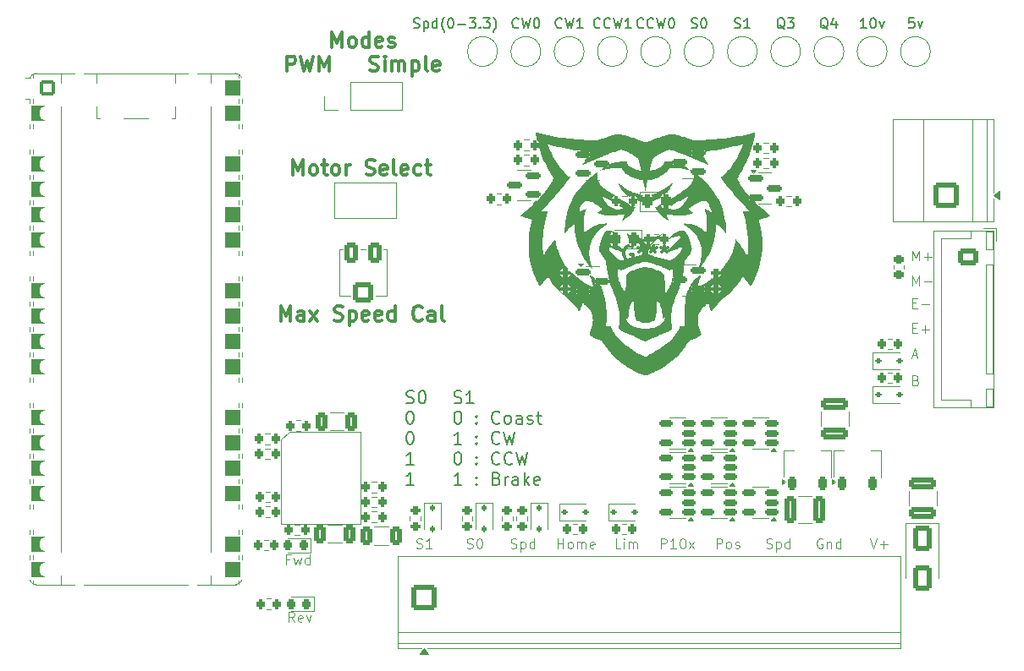
<source format=gto>
%TF.GenerationSoftware,KiCad,Pcbnew,9.0.2*%
%TF.CreationDate,2025-06-08T07:26:58-06:00*%
%TF.ProjectId,Pico_H-bridge_complete,5069636f-5f48-42d6-9272-696467655f63,rev?*%
%TF.SameCoordinates,Original*%
%TF.FileFunction,Legend,Top*%
%TF.FilePolarity,Positive*%
%FSLAX46Y46*%
G04 Gerber Fmt 4.6, Leading zero omitted, Abs format (unit mm)*
G04 Created by KiCad (PCBNEW 9.0.2) date 2025-06-08 07:26:58*
%MOMM*%
%LPD*%
G01*
G04 APERTURE LIST*
G04 Aperture macros list*
%AMRoundRect*
0 Rectangle with rounded corners*
0 $1 Rounding radius*
0 $2 $3 $4 $5 $6 $7 $8 $9 X,Y pos of 4 corners*
0 Add a 4 corners polygon primitive as box body*
4,1,4,$2,$3,$4,$5,$6,$7,$8,$9,$2,$3,0*
0 Add four circle primitives for the rounded corners*
1,1,$1+$1,$2,$3*
1,1,$1+$1,$4,$5*
1,1,$1+$1,$6,$7*
1,1,$1+$1,$8,$9*
0 Add four rect primitives between the rounded corners*
20,1,$1+$1,$2,$3,$4,$5,0*
20,1,$1+$1,$4,$5,$6,$7,0*
20,1,$1+$1,$6,$7,$8,$9,0*
20,1,$1+$1,$8,$9,$2,$3,0*%
%AMFreePoly0*
4,1,37,0.800000,0.796148,0.878414,0.796148,1.032228,0.765552,1.177117,0.705537,1.307515,0.618408,1.418408,0.507515,1.505537,0.377117,1.565552,0.232228,1.596148,0.078414,1.596148,-0.078414,1.565552,-0.232228,1.505537,-0.377117,1.418408,-0.507515,1.307515,-0.618408,1.177117,-0.705537,1.032228,-0.765552,0.878414,-0.796148,0.800000,-0.796148,0.800000,-0.800000,-1.400000,-0.800000,
-1.403843,-0.796157,-1.439018,-0.796157,-1.511114,-0.766294,-1.566294,-0.711114,-1.596157,-0.639018,-1.596157,-0.603843,-1.600000,-0.600000,-1.600000,0.600000,-1.596157,0.603843,-1.596157,0.639018,-1.566294,0.711114,-1.511114,0.766294,-1.439018,0.796157,-1.403843,0.796157,-1.400000,0.800000,0.800000,0.800000,0.800000,0.796148,0.800000,0.796148,$1*%
%AMFreePoly1*
4,1,37,1.403843,0.796157,1.439018,0.796157,1.511114,0.766294,1.566294,0.711114,1.596157,0.639018,1.596157,0.603843,1.600000,0.600000,1.600000,-0.600000,1.596157,-0.603843,1.596157,-0.639018,1.566294,-0.711114,1.511114,-0.766294,1.439018,-0.796157,1.403843,-0.796157,1.400000,-0.800000,-0.800000,-0.800000,-0.800000,-0.796148,-0.878414,-0.796148,-1.032228,-0.765552,-1.177117,-0.705537,
-1.307515,-0.618408,-1.418408,-0.507515,-1.505537,-0.377117,-1.565552,-0.232228,-1.596148,-0.078414,-1.596148,0.078414,-1.565552,0.232228,-1.505537,0.377117,-1.418408,0.507515,-1.307515,0.618408,-1.177117,0.705537,-1.032228,0.765552,-0.878414,0.796148,-0.800000,0.796148,-0.800000,0.800000,1.400000,0.800000,1.403843,0.796157,1.403843,0.796157,$1*%
%AMFreePoly2*
4,1,37,0.603843,0.796157,0.639018,0.796157,0.711114,0.766294,0.766294,0.711114,0.796157,0.639018,0.796157,0.603843,0.800000,0.600000,0.800000,-0.600000,0.796157,-0.603843,0.796157,-0.639018,0.766294,-0.711114,0.711114,-0.766294,0.639018,-0.796157,0.603843,-0.796157,0.600000,-0.800000,0.000000,-0.800000,0.000000,-0.796148,-0.078414,-0.796148,-0.232228,-0.765552,-0.377117,-0.705537,
-0.507515,-0.618408,-0.618408,-0.507515,-0.705537,-0.377117,-0.765552,-0.232228,-0.796148,-0.078414,-0.796148,0.078414,-0.765552,0.232228,-0.705537,0.377117,-0.618408,0.507515,-0.507515,0.618408,-0.377117,0.705537,-0.232228,0.765552,-0.078414,0.796148,0.000000,0.796148,0.000000,0.800000,0.600000,0.800000,0.603843,0.796157,0.603843,0.796157,$1*%
%AMFreePoly3*
4,1,37,0.000000,0.796148,0.078414,0.796148,0.232228,0.765552,0.377117,0.705537,0.507515,0.618408,0.618408,0.507515,0.705537,0.377117,0.765552,0.232228,0.796148,0.078414,0.796148,-0.078414,0.765552,-0.232228,0.705537,-0.377117,0.618408,-0.507515,0.507515,-0.618408,0.377117,-0.705537,0.232228,-0.765552,0.078414,-0.796148,0.000000,-0.796148,0.000000,-0.800000,-0.600000,-0.800000,
-0.603843,-0.796157,-0.639018,-0.796157,-0.711114,-0.766294,-0.766294,-0.711114,-0.796157,-0.639018,-0.796157,-0.603843,-0.800000,-0.600000,-0.800000,0.600000,-0.796157,0.603843,-0.796157,0.639018,-0.766294,0.711114,-0.711114,0.766294,-0.639018,0.796157,-0.603843,0.796157,-0.600000,0.800000,0.000000,0.800000,0.000000,0.796148,0.000000,0.796148,$1*%
%AMFreePoly4*
4,1,9,3.862500,-0.866500,0.737500,-0.866500,0.737500,-0.450000,-0.737500,-0.450000,-0.737500,0.450000,0.737500,0.450000,0.737500,0.866500,3.862500,0.866500,3.862500,-0.866500,3.862500,-0.866500,$1*%
G04 Aperture macros list end*
%ADD10C,0.100000*%
%ADD11C,0.300000*%
%ADD12C,0.158750*%
%ADD13C,0.150000*%
%ADD14C,0.120000*%
%ADD15C,0.000000*%
%ADD16C,2.200000*%
%ADD17C,1.850000*%
%ADD18FreePoly0,0.000000*%
%ADD19RoundRect,0.200000X-0.600000X-0.600000X0.600000X-0.600000X0.600000X0.600000X-0.600000X0.600000X0*%
%ADD20RoundRect,0.800000X-0.800000X-0.000010X0.800000X-0.000010X0.800000X0.000010X-0.800000X0.000010X0*%
%ADD21C,1.600000*%
%ADD22FreePoly1,0.000000*%
%ADD23FreePoly2,0.000000*%
%ADD24FreePoly3,0.000000*%
%ADD25C,2.000000*%
%ADD26RoundRect,0.150000X-0.587500X-0.150000X0.587500X-0.150000X0.587500X0.150000X-0.587500X0.150000X0*%
%ADD27RoundRect,0.250000X1.100000X-0.325000X1.100000X0.325000X-1.100000X0.325000X-1.100000X-0.325000X0*%
%ADD28RoundRect,0.200000X0.200000X0.275000X-0.200000X0.275000X-0.200000X-0.275000X0.200000X-0.275000X0*%
%ADD29RoundRect,0.200000X-0.200000X-0.275000X0.200000X-0.275000X0.200000X0.275000X-0.200000X0.275000X0*%
%ADD30RoundRect,0.112500X-0.187500X-0.112500X0.187500X-0.112500X0.187500X0.112500X-0.187500X0.112500X0*%
%ADD31RoundRect,0.200000X0.275000X-0.200000X0.275000X0.200000X-0.275000X0.200000X-0.275000X-0.200000X0*%
%ADD32RoundRect,0.250000X-0.725000X0.600000X-0.725000X-0.600000X0.725000X-0.600000X0.725000X0.600000X0*%
%ADD33O,1.950000X1.700000*%
%ADD34RoundRect,0.250000X-1.050000X-1.050000X1.050000X-1.050000X1.050000X1.050000X-1.050000X1.050000X0*%
%ADD35C,2.600000*%
%ADD36RoundRect,0.225000X-0.250000X0.225000X-0.250000X-0.225000X0.250000X-0.225000X0.250000X0.225000X0*%
%ADD37RoundRect,0.250000X-0.325000X-1.100000X0.325000X-1.100000X0.325000X1.100000X-0.325000X1.100000X0*%
%ADD38RoundRect,0.225000X0.225000X-0.425000X0.225000X0.425000X-0.225000X0.425000X-0.225000X-0.425000X0*%
%ADD39FreePoly4,90.000000*%
%ADD40RoundRect,0.150000X0.587500X0.150000X-0.587500X0.150000X-0.587500X-0.150000X0.587500X-0.150000X0*%
%ADD41RoundRect,0.218750X0.218750X0.256250X-0.218750X0.256250X-0.218750X-0.256250X0.218750X-0.256250X0*%
%ADD42RoundRect,0.250000X1.050000X-1.050000X1.050000X1.050000X-1.050000X1.050000X-1.050000X-1.050000X0*%
%ADD43RoundRect,0.112500X-0.112500X0.187500X-0.112500X-0.187500X0.112500X-0.187500X0.112500X0.187500X0*%
%ADD44RoundRect,0.150000X0.512500X0.150000X-0.512500X0.150000X-0.512500X-0.150000X0.512500X-0.150000X0*%
%ADD45R,1.700000X1.700000*%
%ADD46C,1.700000*%
%ADD47RoundRect,0.200000X-0.275000X0.200000X-0.275000X-0.200000X0.275000X-0.200000X0.275000X0.200000X0*%
%ADD48RoundRect,0.250000X-0.325000X-0.650000X0.325000X-0.650000X0.325000X0.650000X-0.325000X0.650000X0*%
%ADD49RoundRect,0.243750X0.243750X0.456250X-0.243750X0.456250X-0.243750X-0.456250X0.243750X-0.456250X0*%
%ADD50R,1.550000X0.600000*%
%ADD51R,1.500000X1.100000*%
%ADD52RoundRect,0.250000X-0.400000X-0.750000X0.400000X-0.750000X0.400000X0.750000X-0.400000X0.750000X0*%
%ADD53RoundRect,0.250000X-0.750000X-0.750000X0.750000X-0.750000X0.750000X0.750000X-0.750000X0.750000X0*%
%ADD54RoundRect,0.250000X-0.650000X1.000000X-0.650000X-1.000000X0.650000X-1.000000X0.650000X1.000000X0*%
%ADD55RoundRect,0.243750X-0.243750X-0.456250X0.243750X-0.456250X0.243750X0.456250X-0.243750X0.456250X0*%
G04 APERTURE END LIST*
D10*
X115745312Y-116472419D02*
X115411979Y-115996228D01*
X115173884Y-116472419D02*
X115173884Y-115472419D01*
X115173884Y-115472419D02*
X115554836Y-115472419D01*
X115554836Y-115472419D02*
X115650074Y-115520038D01*
X115650074Y-115520038D02*
X115697693Y-115567657D01*
X115697693Y-115567657D02*
X115745312Y-115662895D01*
X115745312Y-115662895D02*
X115745312Y-115805752D01*
X115745312Y-115805752D02*
X115697693Y-115900990D01*
X115697693Y-115900990D02*
X115650074Y-115948609D01*
X115650074Y-115948609D02*
X115554836Y-115996228D01*
X115554836Y-115996228D02*
X115173884Y-115996228D01*
X116554836Y-116424800D02*
X116459598Y-116472419D01*
X116459598Y-116472419D02*
X116269122Y-116472419D01*
X116269122Y-116472419D02*
X116173884Y-116424800D01*
X116173884Y-116424800D02*
X116126265Y-116329561D01*
X116126265Y-116329561D02*
X116126265Y-115948609D01*
X116126265Y-115948609D02*
X116173884Y-115853371D01*
X116173884Y-115853371D02*
X116269122Y-115805752D01*
X116269122Y-115805752D02*
X116459598Y-115805752D01*
X116459598Y-115805752D02*
X116554836Y-115853371D01*
X116554836Y-115853371D02*
X116602455Y-115948609D01*
X116602455Y-115948609D02*
X116602455Y-116043847D01*
X116602455Y-116043847D02*
X116126265Y-116139085D01*
X116935789Y-115805752D02*
X117173884Y-116472419D01*
X117173884Y-116472419D02*
X117411979Y-115805752D01*
X115257217Y-110198609D02*
X114923884Y-110198609D01*
X114923884Y-110722419D02*
X114923884Y-109722419D01*
X114923884Y-109722419D02*
X115400074Y-109722419D01*
X115685789Y-110055752D02*
X115876265Y-110722419D01*
X115876265Y-110722419D02*
X116066741Y-110246228D01*
X116066741Y-110246228D02*
X116257217Y-110722419D01*
X116257217Y-110722419D02*
X116447693Y-110055752D01*
X117257217Y-110722419D02*
X117257217Y-109722419D01*
X117257217Y-110674800D02*
X117161979Y-110722419D01*
X117161979Y-110722419D02*
X116971503Y-110722419D01*
X116971503Y-110722419D02*
X116876265Y-110674800D01*
X116876265Y-110674800D02*
X116828646Y-110627180D01*
X116828646Y-110627180D02*
X116781027Y-110531942D01*
X116781027Y-110531942D02*
X116781027Y-110246228D01*
X116781027Y-110246228D02*
X116828646Y-110150990D01*
X116828646Y-110150990D02*
X116876265Y-110103371D01*
X116876265Y-110103371D02*
X116971503Y-110055752D01*
X116971503Y-110055752D02*
X117161979Y-110055752D01*
X117161979Y-110055752D02*
X117257217Y-110103371D01*
D11*
X115634286Y-71700828D02*
X115634286Y-70200828D01*
X115634286Y-70200828D02*
X116134286Y-71272257D01*
X116134286Y-71272257D02*
X116634286Y-70200828D01*
X116634286Y-70200828D02*
X116634286Y-71700828D01*
X117562858Y-71700828D02*
X117420001Y-71629400D01*
X117420001Y-71629400D02*
X117348572Y-71557971D01*
X117348572Y-71557971D02*
X117277144Y-71415114D01*
X117277144Y-71415114D02*
X117277144Y-70986542D01*
X117277144Y-70986542D02*
X117348572Y-70843685D01*
X117348572Y-70843685D02*
X117420001Y-70772257D01*
X117420001Y-70772257D02*
X117562858Y-70700828D01*
X117562858Y-70700828D02*
X117777144Y-70700828D01*
X117777144Y-70700828D02*
X117920001Y-70772257D01*
X117920001Y-70772257D02*
X117991430Y-70843685D01*
X117991430Y-70843685D02*
X118062858Y-70986542D01*
X118062858Y-70986542D02*
X118062858Y-71415114D01*
X118062858Y-71415114D02*
X117991430Y-71557971D01*
X117991430Y-71557971D02*
X117920001Y-71629400D01*
X117920001Y-71629400D02*
X117777144Y-71700828D01*
X117777144Y-71700828D02*
X117562858Y-71700828D01*
X118491430Y-70700828D02*
X119062858Y-70700828D01*
X118705715Y-70200828D02*
X118705715Y-71486542D01*
X118705715Y-71486542D02*
X118777144Y-71629400D01*
X118777144Y-71629400D02*
X118920001Y-71700828D01*
X118920001Y-71700828D02*
X119062858Y-71700828D01*
X119777144Y-71700828D02*
X119634287Y-71629400D01*
X119634287Y-71629400D02*
X119562858Y-71557971D01*
X119562858Y-71557971D02*
X119491430Y-71415114D01*
X119491430Y-71415114D02*
X119491430Y-70986542D01*
X119491430Y-70986542D02*
X119562858Y-70843685D01*
X119562858Y-70843685D02*
X119634287Y-70772257D01*
X119634287Y-70772257D02*
X119777144Y-70700828D01*
X119777144Y-70700828D02*
X119991430Y-70700828D01*
X119991430Y-70700828D02*
X120134287Y-70772257D01*
X120134287Y-70772257D02*
X120205716Y-70843685D01*
X120205716Y-70843685D02*
X120277144Y-70986542D01*
X120277144Y-70986542D02*
X120277144Y-71415114D01*
X120277144Y-71415114D02*
X120205716Y-71557971D01*
X120205716Y-71557971D02*
X120134287Y-71629400D01*
X120134287Y-71629400D02*
X119991430Y-71700828D01*
X119991430Y-71700828D02*
X119777144Y-71700828D01*
X120920001Y-71700828D02*
X120920001Y-70700828D01*
X120920001Y-70986542D02*
X120991430Y-70843685D01*
X120991430Y-70843685D02*
X121062859Y-70772257D01*
X121062859Y-70772257D02*
X121205716Y-70700828D01*
X121205716Y-70700828D02*
X121348573Y-70700828D01*
X122920001Y-71629400D02*
X123134287Y-71700828D01*
X123134287Y-71700828D02*
X123491429Y-71700828D01*
X123491429Y-71700828D02*
X123634287Y-71629400D01*
X123634287Y-71629400D02*
X123705715Y-71557971D01*
X123705715Y-71557971D02*
X123777144Y-71415114D01*
X123777144Y-71415114D02*
X123777144Y-71272257D01*
X123777144Y-71272257D02*
X123705715Y-71129400D01*
X123705715Y-71129400D02*
X123634287Y-71057971D01*
X123634287Y-71057971D02*
X123491429Y-70986542D01*
X123491429Y-70986542D02*
X123205715Y-70915114D01*
X123205715Y-70915114D02*
X123062858Y-70843685D01*
X123062858Y-70843685D02*
X122991429Y-70772257D01*
X122991429Y-70772257D02*
X122920001Y-70629400D01*
X122920001Y-70629400D02*
X122920001Y-70486542D01*
X122920001Y-70486542D02*
X122991429Y-70343685D01*
X122991429Y-70343685D02*
X123062858Y-70272257D01*
X123062858Y-70272257D02*
X123205715Y-70200828D01*
X123205715Y-70200828D02*
X123562858Y-70200828D01*
X123562858Y-70200828D02*
X123777144Y-70272257D01*
X124991429Y-71629400D02*
X124848572Y-71700828D01*
X124848572Y-71700828D02*
X124562858Y-71700828D01*
X124562858Y-71700828D02*
X124420000Y-71629400D01*
X124420000Y-71629400D02*
X124348572Y-71486542D01*
X124348572Y-71486542D02*
X124348572Y-70915114D01*
X124348572Y-70915114D02*
X124420000Y-70772257D01*
X124420000Y-70772257D02*
X124562858Y-70700828D01*
X124562858Y-70700828D02*
X124848572Y-70700828D01*
X124848572Y-70700828D02*
X124991429Y-70772257D01*
X124991429Y-70772257D02*
X125062858Y-70915114D01*
X125062858Y-70915114D02*
X125062858Y-71057971D01*
X125062858Y-71057971D02*
X124348572Y-71200828D01*
X125920000Y-71700828D02*
X125777143Y-71629400D01*
X125777143Y-71629400D02*
X125705714Y-71486542D01*
X125705714Y-71486542D02*
X125705714Y-70200828D01*
X127062857Y-71629400D02*
X126920000Y-71700828D01*
X126920000Y-71700828D02*
X126634286Y-71700828D01*
X126634286Y-71700828D02*
X126491428Y-71629400D01*
X126491428Y-71629400D02*
X126420000Y-71486542D01*
X126420000Y-71486542D02*
X126420000Y-70915114D01*
X126420000Y-70915114D02*
X126491428Y-70772257D01*
X126491428Y-70772257D02*
X126634286Y-70700828D01*
X126634286Y-70700828D02*
X126920000Y-70700828D01*
X126920000Y-70700828D02*
X127062857Y-70772257D01*
X127062857Y-70772257D02*
X127134286Y-70915114D01*
X127134286Y-70915114D02*
X127134286Y-71057971D01*
X127134286Y-71057971D02*
X126420000Y-71200828D01*
X128420000Y-71629400D02*
X128277142Y-71700828D01*
X128277142Y-71700828D02*
X127991428Y-71700828D01*
X127991428Y-71700828D02*
X127848571Y-71629400D01*
X127848571Y-71629400D02*
X127777142Y-71557971D01*
X127777142Y-71557971D02*
X127705714Y-71415114D01*
X127705714Y-71415114D02*
X127705714Y-70986542D01*
X127705714Y-70986542D02*
X127777142Y-70843685D01*
X127777142Y-70843685D02*
X127848571Y-70772257D01*
X127848571Y-70772257D02*
X127991428Y-70700828D01*
X127991428Y-70700828D02*
X128277142Y-70700828D01*
X128277142Y-70700828D02*
X128420000Y-70772257D01*
X128848571Y-70700828D02*
X129419999Y-70700828D01*
X129062856Y-70200828D02*
X129062856Y-71486542D01*
X129062856Y-71486542D02*
X129134285Y-71629400D01*
X129134285Y-71629400D02*
X129277142Y-71700828D01*
X129277142Y-71700828D02*
X129419999Y-71700828D01*
D10*
X177548170Y-89746704D02*
X178024360Y-89746704D01*
X177452932Y-90032419D02*
X177786265Y-89032419D01*
X177786265Y-89032419D02*
X178119598Y-90032419D01*
X152413143Y-109102419D02*
X152413143Y-108102419D01*
X152413143Y-108102419D02*
X152794095Y-108102419D01*
X152794095Y-108102419D02*
X152889333Y-108150038D01*
X152889333Y-108150038D02*
X152936952Y-108197657D01*
X152936952Y-108197657D02*
X152984571Y-108292895D01*
X152984571Y-108292895D02*
X152984571Y-108435752D01*
X152984571Y-108435752D02*
X152936952Y-108530990D01*
X152936952Y-108530990D02*
X152889333Y-108578609D01*
X152889333Y-108578609D02*
X152794095Y-108626228D01*
X152794095Y-108626228D02*
X152413143Y-108626228D01*
X153936952Y-109102419D02*
X153365524Y-109102419D01*
X153651238Y-109102419D02*
X153651238Y-108102419D01*
X153651238Y-108102419D02*
X153556000Y-108245276D01*
X153556000Y-108245276D02*
X153460762Y-108340514D01*
X153460762Y-108340514D02*
X153365524Y-108388133D01*
X154556000Y-108102419D02*
X154651238Y-108102419D01*
X154651238Y-108102419D02*
X154746476Y-108150038D01*
X154746476Y-108150038D02*
X154794095Y-108197657D01*
X154794095Y-108197657D02*
X154841714Y-108292895D01*
X154841714Y-108292895D02*
X154889333Y-108483371D01*
X154889333Y-108483371D02*
X154889333Y-108721466D01*
X154889333Y-108721466D02*
X154841714Y-108911942D01*
X154841714Y-108911942D02*
X154794095Y-109007180D01*
X154794095Y-109007180D02*
X154746476Y-109054800D01*
X154746476Y-109054800D02*
X154651238Y-109102419D01*
X154651238Y-109102419D02*
X154556000Y-109102419D01*
X154556000Y-109102419D02*
X154460762Y-109054800D01*
X154460762Y-109054800D02*
X154413143Y-109007180D01*
X154413143Y-109007180D02*
X154365524Y-108911942D01*
X154365524Y-108911942D02*
X154317905Y-108721466D01*
X154317905Y-108721466D02*
X154317905Y-108483371D01*
X154317905Y-108483371D02*
X154365524Y-108292895D01*
X154365524Y-108292895D02*
X154413143Y-108197657D01*
X154413143Y-108197657D02*
X154460762Y-108150038D01*
X154460762Y-108150038D02*
X154556000Y-108102419D01*
X155222667Y-109102419D02*
X155746476Y-108435752D01*
X155222667Y-108435752D02*
X155746476Y-109102419D01*
X142073250Y-109102419D02*
X142073250Y-108102419D01*
X142073250Y-108578609D02*
X142644678Y-108578609D01*
X142644678Y-109102419D02*
X142644678Y-108102419D01*
X143263726Y-109102419D02*
X143168488Y-109054800D01*
X143168488Y-109054800D02*
X143120869Y-109007180D01*
X143120869Y-109007180D02*
X143073250Y-108911942D01*
X143073250Y-108911942D02*
X143073250Y-108626228D01*
X143073250Y-108626228D02*
X143120869Y-108530990D01*
X143120869Y-108530990D02*
X143168488Y-108483371D01*
X143168488Y-108483371D02*
X143263726Y-108435752D01*
X143263726Y-108435752D02*
X143406583Y-108435752D01*
X143406583Y-108435752D02*
X143501821Y-108483371D01*
X143501821Y-108483371D02*
X143549440Y-108530990D01*
X143549440Y-108530990D02*
X143597059Y-108626228D01*
X143597059Y-108626228D02*
X143597059Y-108911942D01*
X143597059Y-108911942D02*
X143549440Y-109007180D01*
X143549440Y-109007180D02*
X143501821Y-109054800D01*
X143501821Y-109054800D02*
X143406583Y-109102419D01*
X143406583Y-109102419D02*
X143263726Y-109102419D01*
X144025631Y-109102419D02*
X144025631Y-108435752D01*
X144025631Y-108530990D02*
X144073250Y-108483371D01*
X144073250Y-108483371D02*
X144168488Y-108435752D01*
X144168488Y-108435752D02*
X144311345Y-108435752D01*
X144311345Y-108435752D02*
X144406583Y-108483371D01*
X144406583Y-108483371D02*
X144454202Y-108578609D01*
X144454202Y-108578609D02*
X144454202Y-109102419D01*
X144454202Y-108578609D02*
X144501821Y-108483371D01*
X144501821Y-108483371D02*
X144597059Y-108435752D01*
X144597059Y-108435752D02*
X144739916Y-108435752D01*
X144739916Y-108435752D02*
X144835155Y-108483371D01*
X144835155Y-108483371D02*
X144882774Y-108578609D01*
X144882774Y-108578609D02*
X144882774Y-109102419D01*
X145739916Y-109054800D02*
X145644678Y-109102419D01*
X145644678Y-109102419D02*
X145454202Y-109102419D01*
X145454202Y-109102419D02*
X145358964Y-109054800D01*
X145358964Y-109054800D02*
X145311345Y-108959561D01*
X145311345Y-108959561D02*
X145311345Y-108578609D01*
X145311345Y-108578609D02*
X145358964Y-108483371D01*
X145358964Y-108483371D02*
X145454202Y-108435752D01*
X145454202Y-108435752D02*
X145644678Y-108435752D01*
X145644678Y-108435752D02*
X145739916Y-108483371D01*
X145739916Y-108483371D02*
X145787535Y-108578609D01*
X145787535Y-108578609D02*
X145787535Y-108673847D01*
X145787535Y-108673847D02*
X145311345Y-108769085D01*
X162967324Y-109054800D02*
X163110181Y-109102419D01*
X163110181Y-109102419D02*
X163348276Y-109102419D01*
X163348276Y-109102419D02*
X163443514Y-109054800D01*
X163443514Y-109054800D02*
X163491133Y-109007180D01*
X163491133Y-109007180D02*
X163538752Y-108911942D01*
X163538752Y-108911942D02*
X163538752Y-108816704D01*
X163538752Y-108816704D02*
X163491133Y-108721466D01*
X163491133Y-108721466D02*
X163443514Y-108673847D01*
X163443514Y-108673847D02*
X163348276Y-108626228D01*
X163348276Y-108626228D02*
X163157800Y-108578609D01*
X163157800Y-108578609D02*
X163062562Y-108530990D01*
X163062562Y-108530990D02*
X163014943Y-108483371D01*
X163014943Y-108483371D02*
X162967324Y-108388133D01*
X162967324Y-108388133D02*
X162967324Y-108292895D01*
X162967324Y-108292895D02*
X163014943Y-108197657D01*
X163014943Y-108197657D02*
X163062562Y-108150038D01*
X163062562Y-108150038D02*
X163157800Y-108102419D01*
X163157800Y-108102419D02*
X163395895Y-108102419D01*
X163395895Y-108102419D02*
X163538752Y-108150038D01*
X163967324Y-108435752D02*
X163967324Y-109435752D01*
X163967324Y-108483371D02*
X164062562Y-108435752D01*
X164062562Y-108435752D02*
X164253038Y-108435752D01*
X164253038Y-108435752D02*
X164348276Y-108483371D01*
X164348276Y-108483371D02*
X164395895Y-108530990D01*
X164395895Y-108530990D02*
X164443514Y-108626228D01*
X164443514Y-108626228D02*
X164443514Y-108911942D01*
X164443514Y-108911942D02*
X164395895Y-109007180D01*
X164395895Y-109007180D02*
X164348276Y-109054800D01*
X164348276Y-109054800D02*
X164253038Y-109102419D01*
X164253038Y-109102419D02*
X164062562Y-109102419D01*
X164062562Y-109102419D02*
X163967324Y-109054800D01*
X165300657Y-109102419D02*
X165300657Y-108102419D01*
X165300657Y-109054800D02*
X165205419Y-109102419D01*
X165205419Y-109102419D02*
X165014943Y-109102419D01*
X165014943Y-109102419D02*
X164919705Y-109054800D01*
X164919705Y-109054800D02*
X164872086Y-109007180D01*
X164872086Y-109007180D02*
X164824467Y-108911942D01*
X164824467Y-108911942D02*
X164824467Y-108626228D01*
X164824467Y-108626228D02*
X164872086Y-108530990D01*
X164872086Y-108530990D02*
X164919705Y-108483371D01*
X164919705Y-108483371D02*
X165014943Y-108435752D01*
X165014943Y-108435752D02*
X165205419Y-108435752D01*
X165205419Y-108435752D02*
X165300657Y-108483371D01*
X148374149Y-109102419D02*
X147897959Y-109102419D01*
X147897959Y-109102419D02*
X147897959Y-108102419D01*
X148707483Y-109102419D02*
X148707483Y-108435752D01*
X148707483Y-108102419D02*
X148659864Y-108150038D01*
X148659864Y-108150038D02*
X148707483Y-108197657D01*
X148707483Y-108197657D02*
X148755102Y-108150038D01*
X148755102Y-108150038D02*
X148707483Y-108102419D01*
X148707483Y-108102419D02*
X148707483Y-108197657D01*
X149183673Y-109102419D02*
X149183673Y-108435752D01*
X149183673Y-108530990D02*
X149231292Y-108483371D01*
X149231292Y-108483371D02*
X149326530Y-108435752D01*
X149326530Y-108435752D02*
X149469387Y-108435752D01*
X149469387Y-108435752D02*
X149564625Y-108483371D01*
X149564625Y-108483371D02*
X149612244Y-108578609D01*
X149612244Y-108578609D02*
X149612244Y-109102419D01*
X149612244Y-108578609D02*
X149659863Y-108483371D01*
X149659863Y-108483371D02*
X149755101Y-108435752D01*
X149755101Y-108435752D02*
X149897958Y-108435752D01*
X149897958Y-108435752D02*
X149993197Y-108483371D01*
X149993197Y-108483371D02*
X150040816Y-108578609D01*
X150040816Y-108578609D02*
X150040816Y-109102419D01*
D11*
X114374510Y-86300828D02*
X114374510Y-84800828D01*
X114374510Y-84800828D02*
X114874510Y-85872257D01*
X114874510Y-85872257D02*
X115374510Y-84800828D01*
X115374510Y-84800828D02*
X115374510Y-86300828D01*
X116731654Y-86300828D02*
X116731654Y-85515114D01*
X116731654Y-85515114D02*
X116660225Y-85372257D01*
X116660225Y-85372257D02*
X116517368Y-85300828D01*
X116517368Y-85300828D02*
X116231654Y-85300828D01*
X116231654Y-85300828D02*
X116088796Y-85372257D01*
X116731654Y-86229400D02*
X116588796Y-86300828D01*
X116588796Y-86300828D02*
X116231654Y-86300828D01*
X116231654Y-86300828D02*
X116088796Y-86229400D01*
X116088796Y-86229400D02*
X116017368Y-86086542D01*
X116017368Y-86086542D02*
X116017368Y-85943685D01*
X116017368Y-85943685D02*
X116088796Y-85800828D01*
X116088796Y-85800828D02*
X116231654Y-85729400D01*
X116231654Y-85729400D02*
X116588796Y-85729400D01*
X116588796Y-85729400D02*
X116731654Y-85657971D01*
X117303082Y-86300828D02*
X118088797Y-85300828D01*
X117303082Y-85300828D02*
X118088797Y-86300828D01*
X119731654Y-86229400D02*
X119945940Y-86300828D01*
X119945940Y-86300828D02*
X120303082Y-86300828D01*
X120303082Y-86300828D02*
X120445940Y-86229400D01*
X120445940Y-86229400D02*
X120517368Y-86157971D01*
X120517368Y-86157971D02*
X120588797Y-86015114D01*
X120588797Y-86015114D02*
X120588797Y-85872257D01*
X120588797Y-85872257D02*
X120517368Y-85729400D01*
X120517368Y-85729400D02*
X120445940Y-85657971D01*
X120445940Y-85657971D02*
X120303082Y-85586542D01*
X120303082Y-85586542D02*
X120017368Y-85515114D01*
X120017368Y-85515114D02*
X119874511Y-85443685D01*
X119874511Y-85443685D02*
X119803082Y-85372257D01*
X119803082Y-85372257D02*
X119731654Y-85229400D01*
X119731654Y-85229400D02*
X119731654Y-85086542D01*
X119731654Y-85086542D02*
X119803082Y-84943685D01*
X119803082Y-84943685D02*
X119874511Y-84872257D01*
X119874511Y-84872257D02*
X120017368Y-84800828D01*
X120017368Y-84800828D02*
X120374511Y-84800828D01*
X120374511Y-84800828D02*
X120588797Y-84872257D01*
X121231653Y-85300828D02*
X121231653Y-86800828D01*
X121231653Y-85372257D02*
X121374511Y-85300828D01*
X121374511Y-85300828D02*
X121660225Y-85300828D01*
X121660225Y-85300828D02*
X121803082Y-85372257D01*
X121803082Y-85372257D02*
X121874511Y-85443685D01*
X121874511Y-85443685D02*
X121945939Y-85586542D01*
X121945939Y-85586542D02*
X121945939Y-86015114D01*
X121945939Y-86015114D02*
X121874511Y-86157971D01*
X121874511Y-86157971D02*
X121803082Y-86229400D01*
X121803082Y-86229400D02*
X121660225Y-86300828D01*
X121660225Y-86300828D02*
X121374511Y-86300828D01*
X121374511Y-86300828D02*
X121231653Y-86229400D01*
X123160225Y-86229400D02*
X123017368Y-86300828D01*
X123017368Y-86300828D02*
X122731654Y-86300828D01*
X122731654Y-86300828D02*
X122588796Y-86229400D01*
X122588796Y-86229400D02*
X122517368Y-86086542D01*
X122517368Y-86086542D02*
X122517368Y-85515114D01*
X122517368Y-85515114D02*
X122588796Y-85372257D01*
X122588796Y-85372257D02*
X122731654Y-85300828D01*
X122731654Y-85300828D02*
X123017368Y-85300828D01*
X123017368Y-85300828D02*
X123160225Y-85372257D01*
X123160225Y-85372257D02*
X123231654Y-85515114D01*
X123231654Y-85515114D02*
X123231654Y-85657971D01*
X123231654Y-85657971D02*
X122517368Y-85800828D01*
X124445939Y-86229400D02*
X124303082Y-86300828D01*
X124303082Y-86300828D02*
X124017368Y-86300828D01*
X124017368Y-86300828D02*
X123874510Y-86229400D01*
X123874510Y-86229400D02*
X123803082Y-86086542D01*
X123803082Y-86086542D02*
X123803082Y-85515114D01*
X123803082Y-85515114D02*
X123874510Y-85372257D01*
X123874510Y-85372257D02*
X124017368Y-85300828D01*
X124017368Y-85300828D02*
X124303082Y-85300828D01*
X124303082Y-85300828D02*
X124445939Y-85372257D01*
X124445939Y-85372257D02*
X124517368Y-85515114D01*
X124517368Y-85515114D02*
X124517368Y-85657971D01*
X124517368Y-85657971D02*
X123803082Y-85800828D01*
X125803082Y-86300828D02*
X125803082Y-84800828D01*
X125803082Y-86229400D02*
X125660224Y-86300828D01*
X125660224Y-86300828D02*
X125374510Y-86300828D01*
X125374510Y-86300828D02*
X125231653Y-86229400D01*
X125231653Y-86229400D02*
X125160224Y-86157971D01*
X125160224Y-86157971D02*
X125088796Y-86015114D01*
X125088796Y-86015114D02*
X125088796Y-85586542D01*
X125088796Y-85586542D02*
X125160224Y-85443685D01*
X125160224Y-85443685D02*
X125231653Y-85372257D01*
X125231653Y-85372257D02*
X125374510Y-85300828D01*
X125374510Y-85300828D02*
X125660224Y-85300828D01*
X125660224Y-85300828D02*
X125803082Y-85372257D01*
X128517367Y-86157971D02*
X128445939Y-86229400D01*
X128445939Y-86229400D02*
X128231653Y-86300828D01*
X128231653Y-86300828D02*
X128088796Y-86300828D01*
X128088796Y-86300828D02*
X127874510Y-86229400D01*
X127874510Y-86229400D02*
X127731653Y-86086542D01*
X127731653Y-86086542D02*
X127660224Y-85943685D01*
X127660224Y-85943685D02*
X127588796Y-85657971D01*
X127588796Y-85657971D02*
X127588796Y-85443685D01*
X127588796Y-85443685D02*
X127660224Y-85157971D01*
X127660224Y-85157971D02*
X127731653Y-85015114D01*
X127731653Y-85015114D02*
X127874510Y-84872257D01*
X127874510Y-84872257D02*
X128088796Y-84800828D01*
X128088796Y-84800828D02*
X128231653Y-84800828D01*
X128231653Y-84800828D02*
X128445939Y-84872257D01*
X128445939Y-84872257D02*
X128517367Y-84943685D01*
X129803082Y-86300828D02*
X129803082Y-85515114D01*
X129803082Y-85515114D02*
X129731653Y-85372257D01*
X129731653Y-85372257D02*
X129588796Y-85300828D01*
X129588796Y-85300828D02*
X129303082Y-85300828D01*
X129303082Y-85300828D02*
X129160224Y-85372257D01*
X129803082Y-86229400D02*
X129660224Y-86300828D01*
X129660224Y-86300828D02*
X129303082Y-86300828D01*
X129303082Y-86300828D02*
X129160224Y-86229400D01*
X129160224Y-86229400D02*
X129088796Y-86086542D01*
X129088796Y-86086542D02*
X129088796Y-85943685D01*
X129088796Y-85943685D02*
X129160224Y-85800828D01*
X129160224Y-85800828D02*
X129303082Y-85729400D01*
X129303082Y-85729400D02*
X129660224Y-85729400D01*
X129660224Y-85729400D02*
X129803082Y-85657971D01*
X130731653Y-86300828D02*
X130588796Y-86229400D01*
X130588796Y-86229400D02*
X130517367Y-86086542D01*
X130517367Y-86086542D02*
X130517367Y-84800828D01*
D12*
X126966344Y-94529537D02*
X127147773Y-94590013D01*
X127147773Y-94590013D02*
X127450154Y-94590013D01*
X127450154Y-94590013D02*
X127571106Y-94529537D01*
X127571106Y-94529537D02*
X127631582Y-94469060D01*
X127631582Y-94469060D02*
X127692059Y-94348108D01*
X127692059Y-94348108D02*
X127692059Y-94227156D01*
X127692059Y-94227156D02*
X127631582Y-94106203D01*
X127631582Y-94106203D02*
X127571106Y-94045727D01*
X127571106Y-94045727D02*
X127450154Y-93985251D01*
X127450154Y-93985251D02*
X127208249Y-93924775D01*
X127208249Y-93924775D02*
X127087297Y-93864298D01*
X127087297Y-93864298D02*
X127026820Y-93803822D01*
X127026820Y-93803822D02*
X126966344Y-93682870D01*
X126966344Y-93682870D02*
X126966344Y-93561917D01*
X126966344Y-93561917D02*
X127026820Y-93440965D01*
X127026820Y-93440965D02*
X127087297Y-93380489D01*
X127087297Y-93380489D02*
X127208249Y-93320013D01*
X127208249Y-93320013D02*
X127510630Y-93320013D01*
X127510630Y-93320013D02*
X127692059Y-93380489D01*
X128478249Y-93320013D02*
X128599202Y-93320013D01*
X128599202Y-93320013D02*
X128720154Y-93380489D01*
X128720154Y-93380489D02*
X128780630Y-93440965D01*
X128780630Y-93440965D02*
X128841106Y-93561917D01*
X128841106Y-93561917D02*
X128901583Y-93803822D01*
X128901583Y-93803822D02*
X128901583Y-94106203D01*
X128901583Y-94106203D02*
X128841106Y-94348108D01*
X128841106Y-94348108D02*
X128780630Y-94469060D01*
X128780630Y-94469060D02*
X128720154Y-94529537D01*
X128720154Y-94529537D02*
X128599202Y-94590013D01*
X128599202Y-94590013D02*
X128478249Y-94590013D01*
X128478249Y-94590013D02*
X128357297Y-94529537D01*
X128357297Y-94529537D02*
X128296821Y-94469060D01*
X128296821Y-94469060D02*
X128236344Y-94348108D01*
X128236344Y-94348108D02*
X128175868Y-94106203D01*
X128175868Y-94106203D02*
X128175868Y-93803822D01*
X128175868Y-93803822D02*
X128236344Y-93561917D01*
X128236344Y-93561917D02*
X128296821Y-93440965D01*
X128296821Y-93440965D02*
X128357297Y-93380489D01*
X128357297Y-93380489D02*
X128478249Y-93320013D01*
X131743963Y-94529537D02*
X131925392Y-94590013D01*
X131925392Y-94590013D02*
X132227773Y-94590013D01*
X132227773Y-94590013D02*
X132348725Y-94529537D01*
X132348725Y-94529537D02*
X132409201Y-94469060D01*
X132409201Y-94469060D02*
X132469678Y-94348108D01*
X132469678Y-94348108D02*
X132469678Y-94227156D01*
X132469678Y-94227156D02*
X132409201Y-94106203D01*
X132409201Y-94106203D02*
X132348725Y-94045727D01*
X132348725Y-94045727D02*
X132227773Y-93985251D01*
X132227773Y-93985251D02*
X131985868Y-93924775D01*
X131985868Y-93924775D02*
X131864916Y-93864298D01*
X131864916Y-93864298D02*
X131804439Y-93803822D01*
X131804439Y-93803822D02*
X131743963Y-93682870D01*
X131743963Y-93682870D02*
X131743963Y-93561917D01*
X131743963Y-93561917D02*
X131804439Y-93440965D01*
X131804439Y-93440965D02*
X131864916Y-93380489D01*
X131864916Y-93380489D02*
X131985868Y-93320013D01*
X131985868Y-93320013D02*
X132288249Y-93320013D01*
X132288249Y-93320013D02*
X132469678Y-93380489D01*
X133679202Y-94590013D02*
X132953487Y-94590013D01*
X133316344Y-94590013D02*
X133316344Y-93320013D01*
X133316344Y-93320013D02*
X133195392Y-93501441D01*
X133195392Y-93501441D02*
X133074440Y-93622394D01*
X133074440Y-93622394D02*
X132953487Y-93682870D01*
X127268725Y-95364642D02*
X127389678Y-95364642D01*
X127389678Y-95364642D02*
X127510630Y-95425118D01*
X127510630Y-95425118D02*
X127571106Y-95485594D01*
X127571106Y-95485594D02*
X127631582Y-95606546D01*
X127631582Y-95606546D02*
X127692059Y-95848451D01*
X127692059Y-95848451D02*
X127692059Y-96150832D01*
X127692059Y-96150832D02*
X127631582Y-96392737D01*
X127631582Y-96392737D02*
X127571106Y-96513689D01*
X127571106Y-96513689D02*
X127510630Y-96574166D01*
X127510630Y-96574166D02*
X127389678Y-96634642D01*
X127389678Y-96634642D02*
X127268725Y-96634642D01*
X127268725Y-96634642D02*
X127147773Y-96574166D01*
X127147773Y-96574166D02*
X127087297Y-96513689D01*
X127087297Y-96513689D02*
X127026820Y-96392737D01*
X127026820Y-96392737D02*
X126966344Y-96150832D01*
X126966344Y-96150832D02*
X126966344Y-95848451D01*
X126966344Y-95848451D02*
X127026820Y-95606546D01*
X127026820Y-95606546D02*
X127087297Y-95485594D01*
X127087297Y-95485594D02*
X127147773Y-95425118D01*
X127147773Y-95425118D02*
X127268725Y-95364642D01*
X132046344Y-95364642D02*
X132167297Y-95364642D01*
X132167297Y-95364642D02*
X132288249Y-95425118D01*
X132288249Y-95425118D02*
X132348725Y-95485594D01*
X132348725Y-95485594D02*
X132409201Y-95606546D01*
X132409201Y-95606546D02*
X132469678Y-95848451D01*
X132469678Y-95848451D02*
X132469678Y-96150832D01*
X132469678Y-96150832D02*
X132409201Y-96392737D01*
X132409201Y-96392737D02*
X132348725Y-96513689D01*
X132348725Y-96513689D02*
X132288249Y-96574166D01*
X132288249Y-96574166D02*
X132167297Y-96634642D01*
X132167297Y-96634642D02*
X132046344Y-96634642D01*
X132046344Y-96634642D02*
X131925392Y-96574166D01*
X131925392Y-96574166D02*
X131864916Y-96513689D01*
X131864916Y-96513689D02*
X131804439Y-96392737D01*
X131804439Y-96392737D02*
X131743963Y-96150832D01*
X131743963Y-96150832D02*
X131743963Y-95848451D01*
X131743963Y-95848451D02*
X131804439Y-95606546D01*
X131804439Y-95606546D02*
X131864916Y-95485594D01*
X131864916Y-95485594D02*
X131925392Y-95425118D01*
X131925392Y-95425118D02*
X132046344Y-95364642D01*
X133981582Y-96513689D02*
X134042059Y-96574166D01*
X134042059Y-96574166D02*
X133981582Y-96634642D01*
X133981582Y-96634642D02*
X133921106Y-96574166D01*
X133921106Y-96574166D02*
X133981582Y-96513689D01*
X133981582Y-96513689D02*
X133981582Y-96634642D01*
X133981582Y-95848451D02*
X134042059Y-95908927D01*
X134042059Y-95908927D02*
X133981582Y-95969404D01*
X133981582Y-95969404D02*
X133921106Y-95908927D01*
X133921106Y-95908927D02*
X133981582Y-95848451D01*
X133981582Y-95848451D02*
X133981582Y-95969404D01*
X136279678Y-96513689D02*
X136219202Y-96574166D01*
X136219202Y-96574166D02*
X136037773Y-96634642D01*
X136037773Y-96634642D02*
X135916821Y-96634642D01*
X135916821Y-96634642D02*
X135735392Y-96574166D01*
X135735392Y-96574166D02*
X135614440Y-96453213D01*
X135614440Y-96453213D02*
X135553963Y-96332261D01*
X135553963Y-96332261D02*
X135493487Y-96090356D01*
X135493487Y-96090356D02*
X135493487Y-95908927D01*
X135493487Y-95908927D02*
X135553963Y-95667023D01*
X135553963Y-95667023D02*
X135614440Y-95546070D01*
X135614440Y-95546070D02*
X135735392Y-95425118D01*
X135735392Y-95425118D02*
X135916821Y-95364642D01*
X135916821Y-95364642D02*
X136037773Y-95364642D01*
X136037773Y-95364642D02*
X136219202Y-95425118D01*
X136219202Y-95425118D02*
X136279678Y-95485594D01*
X137005392Y-96634642D02*
X136884440Y-96574166D01*
X136884440Y-96574166D02*
X136823963Y-96513689D01*
X136823963Y-96513689D02*
X136763487Y-96392737D01*
X136763487Y-96392737D02*
X136763487Y-96029880D01*
X136763487Y-96029880D02*
X136823963Y-95908927D01*
X136823963Y-95908927D02*
X136884440Y-95848451D01*
X136884440Y-95848451D02*
X137005392Y-95787975D01*
X137005392Y-95787975D02*
X137186821Y-95787975D01*
X137186821Y-95787975D02*
X137307773Y-95848451D01*
X137307773Y-95848451D02*
X137368249Y-95908927D01*
X137368249Y-95908927D02*
X137428725Y-96029880D01*
X137428725Y-96029880D02*
X137428725Y-96392737D01*
X137428725Y-96392737D02*
X137368249Y-96513689D01*
X137368249Y-96513689D02*
X137307773Y-96574166D01*
X137307773Y-96574166D02*
X137186821Y-96634642D01*
X137186821Y-96634642D02*
X137005392Y-96634642D01*
X138517297Y-96634642D02*
X138517297Y-95969404D01*
X138517297Y-95969404D02*
X138456821Y-95848451D01*
X138456821Y-95848451D02*
X138335869Y-95787975D01*
X138335869Y-95787975D02*
X138093964Y-95787975D01*
X138093964Y-95787975D02*
X137973011Y-95848451D01*
X138517297Y-96574166D02*
X138396345Y-96634642D01*
X138396345Y-96634642D02*
X138093964Y-96634642D01*
X138093964Y-96634642D02*
X137973011Y-96574166D01*
X137973011Y-96574166D02*
X137912535Y-96453213D01*
X137912535Y-96453213D02*
X137912535Y-96332261D01*
X137912535Y-96332261D02*
X137973011Y-96211308D01*
X137973011Y-96211308D02*
X138093964Y-96150832D01*
X138093964Y-96150832D02*
X138396345Y-96150832D01*
X138396345Y-96150832D02*
X138517297Y-96090356D01*
X139061583Y-96574166D02*
X139182536Y-96634642D01*
X139182536Y-96634642D02*
X139424440Y-96634642D01*
X139424440Y-96634642D02*
X139545393Y-96574166D01*
X139545393Y-96574166D02*
X139605869Y-96453213D01*
X139605869Y-96453213D02*
X139605869Y-96392737D01*
X139605869Y-96392737D02*
X139545393Y-96271785D01*
X139545393Y-96271785D02*
X139424440Y-96211308D01*
X139424440Y-96211308D02*
X139243012Y-96211308D01*
X139243012Y-96211308D02*
X139122059Y-96150832D01*
X139122059Y-96150832D02*
X139061583Y-96029880D01*
X139061583Y-96029880D02*
X139061583Y-95969404D01*
X139061583Y-95969404D02*
X139122059Y-95848451D01*
X139122059Y-95848451D02*
X139243012Y-95787975D01*
X139243012Y-95787975D02*
X139424440Y-95787975D01*
X139424440Y-95787975D02*
X139545393Y-95848451D01*
X139968726Y-95787975D02*
X140452535Y-95787975D01*
X140150154Y-95364642D02*
X140150154Y-96453213D01*
X140150154Y-96453213D02*
X140210631Y-96574166D01*
X140210631Y-96574166D02*
X140331583Y-96634642D01*
X140331583Y-96634642D02*
X140452535Y-96634642D01*
X127268725Y-97409271D02*
X127389678Y-97409271D01*
X127389678Y-97409271D02*
X127510630Y-97469747D01*
X127510630Y-97469747D02*
X127571106Y-97530223D01*
X127571106Y-97530223D02*
X127631582Y-97651175D01*
X127631582Y-97651175D02*
X127692059Y-97893080D01*
X127692059Y-97893080D02*
X127692059Y-98195461D01*
X127692059Y-98195461D02*
X127631582Y-98437366D01*
X127631582Y-98437366D02*
X127571106Y-98558318D01*
X127571106Y-98558318D02*
X127510630Y-98618795D01*
X127510630Y-98618795D02*
X127389678Y-98679271D01*
X127389678Y-98679271D02*
X127268725Y-98679271D01*
X127268725Y-98679271D02*
X127147773Y-98618795D01*
X127147773Y-98618795D02*
X127087297Y-98558318D01*
X127087297Y-98558318D02*
X127026820Y-98437366D01*
X127026820Y-98437366D02*
X126966344Y-98195461D01*
X126966344Y-98195461D02*
X126966344Y-97893080D01*
X126966344Y-97893080D02*
X127026820Y-97651175D01*
X127026820Y-97651175D02*
X127087297Y-97530223D01*
X127087297Y-97530223D02*
X127147773Y-97469747D01*
X127147773Y-97469747D02*
X127268725Y-97409271D01*
X132469678Y-98679271D02*
X131743963Y-98679271D01*
X132106820Y-98679271D02*
X132106820Y-97409271D01*
X132106820Y-97409271D02*
X131985868Y-97590699D01*
X131985868Y-97590699D02*
X131864916Y-97711652D01*
X131864916Y-97711652D02*
X131743963Y-97772128D01*
X133981582Y-98558318D02*
X134042059Y-98618795D01*
X134042059Y-98618795D02*
X133981582Y-98679271D01*
X133981582Y-98679271D02*
X133921106Y-98618795D01*
X133921106Y-98618795D02*
X133981582Y-98558318D01*
X133981582Y-98558318D02*
X133981582Y-98679271D01*
X133981582Y-97893080D02*
X134042059Y-97953556D01*
X134042059Y-97953556D02*
X133981582Y-98014033D01*
X133981582Y-98014033D02*
X133921106Y-97953556D01*
X133921106Y-97953556D02*
X133981582Y-97893080D01*
X133981582Y-97893080D02*
X133981582Y-98014033D01*
X136279678Y-98558318D02*
X136219202Y-98618795D01*
X136219202Y-98618795D02*
X136037773Y-98679271D01*
X136037773Y-98679271D02*
X135916821Y-98679271D01*
X135916821Y-98679271D02*
X135735392Y-98618795D01*
X135735392Y-98618795D02*
X135614440Y-98497842D01*
X135614440Y-98497842D02*
X135553963Y-98376890D01*
X135553963Y-98376890D02*
X135493487Y-98134985D01*
X135493487Y-98134985D02*
X135493487Y-97953556D01*
X135493487Y-97953556D02*
X135553963Y-97711652D01*
X135553963Y-97711652D02*
X135614440Y-97590699D01*
X135614440Y-97590699D02*
X135735392Y-97469747D01*
X135735392Y-97469747D02*
X135916821Y-97409271D01*
X135916821Y-97409271D02*
X136037773Y-97409271D01*
X136037773Y-97409271D02*
X136219202Y-97469747D01*
X136219202Y-97469747D02*
X136279678Y-97530223D01*
X136703011Y-97409271D02*
X137005392Y-98679271D01*
X137005392Y-98679271D02*
X137247297Y-97772128D01*
X137247297Y-97772128D02*
X137489202Y-98679271D01*
X137489202Y-98679271D02*
X137791583Y-97409271D01*
X127692059Y-100723900D02*
X126966344Y-100723900D01*
X127329201Y-100723900D02*
X127329201Y-99453900D01*
X127329201Y-99453900D02*
X127208249Y-99635328D01*
X127208249Y-99635328D02*
X127087297Y-99756281D01*
X127087297Y-99756281D02*
X126966344Y-99816757D01*
X132046344Y-99453900D02*
X132167297Y-99453900D01*
X132167297Y-99453900D02*
X132288249Y-99514376D01*
X132288249Y-99514376D02*
X132348725Y-99574852D01*
X132348725Y-99574852D02*
X132409201Y-99695804D01*
X132409201Y-99695804D02*
X132469678Y-99937709D01*
X132469678Y-99937709D02*
X132469678Y-100240090D01*
X132469678Y-100240090D02*
X132409201Y-100481995D01*
X132409201Y-100481995D02*
X132348725Y-100602947D01*
X132348725Y-100602947D02*
X132288249Y-100663424D01*
X132288249Y-100663424D02*
X132167297Y-100723900D01*
X132167297Y-100723900D02*
X132046344Y-100723900D01*
X132046344Y-100723900D02*
X131925392Y-100663424D01*
X131925392Y-100663424D02*
X131864916Y-100602947D01*
X131864916Y-100602947D02*
X131804439Y-100481995D01*
X131804439Y-100481995D02*
X131743963Y-100240090D01*
X131743963Y-100240090D02*
X131743963Y-99937709D01*
X131743963Y-99937709D02*
X131804439Y-99695804D01*
X131804439Y-99695804D02*
X131864916Y-99574852D01*
X131864916Y-99574852D02*
X131925392Y-99514376D01*
X131925392Y-99514376D02*
X132046344Y-99453900D01*
X133981582Y-100602947D02*
X134042059Y-100663424D01*
X134042059Y-100663424D02*
X133981582Y-100723900D01*
X133981582Y-100723900D02*
X133921106Y-100663424D01*
X133921106Y-100663424D02*
X133981582Y-100602947D01*
X133981582Y-100602947D02*
X133981582Y-100723900D01*
X133981582Y-99937709D02*
X134042059Y-99998185D01*
X134042059Y-99998185D02*
X133981582Y-100058662D01*
X133981582Y-100058662D02*
X133921106Y-99998185D01*
X133921106Y-99998185D02*
X133981582Y-99937709D01*
X133981582Y-99937709D02*
X133981582Y-100058662D01*
X136279678Y-100602947D02*
X136219202Y-100663424D01*
X136219202Y-100663424D02*
X136037773Y-100723900D01*
X136037773Y-100723900D02*
X135916821Y-100723900D01*
X135916821Y-100723900D02*
X135735392Y-100663424D01*
X135735392Y-100663424D02*
X135614440Y-100542471D01*
X135614440Y-100542471D02*
X135553963Y-100421519D01*
X135553963Y-100421519D02*
X135493487Y-100179614D01*
X135493487Y-100179614D02*
X135493487Y-99998185D01*
X135493487Y-99998185D02*
X135553963Y-99756281D01*
X135553963Y-99756281D02*
X135614440Y-99635328D01*
X135614440Y-99635328D02*
X135735392Y-99514376D01*
X135735392Y-99514376D02*
X135916821Y-99453900D01*
X135916821Y-99453900D02*
X136037773Y-99453900D01*
X136037773Y-99453900D02*
X136219202Y-99514376D01*
X136219202Y-99514376D02*
X136279678Y-99574852D01*
X137549678Y-100602947D02*
X137489202Y-100663424D01*
X137489202Y-100663424D02*
X137307773Y-100723900D01*
X137307773Y-100723900D02*
X137186821Y-100723900D01*
X137186821Y-100723900D02*
X137005392Y-100663424D01*
X137005392Y-100663424D02*
X136884440Y-100542471D01*
X136884440Y-100542471D02*
X136823963Y-100421519D01*
X136823963Y-100421519D02*
X136763487Y-100179614D01*
X136763487Y-100179614D02*
X136763487Y-99998185D01*
X136763487Y-99998185D02*
X136823963Y-99756281D01*
X136823963Y-99756281D02*
X136884440Y-99635328D01*
X136884440Y-99635328D02*
X137005392Y-99514376D01*
X137005392Y-99514376D02*
X137186821Y-99453900D01*
X137186821Y-99453900D02*
X137307773Y-99453900D01*
X137307773Y-99453900D02*
X137489202Y-99514376D01*
X137489202Y-99514376D02*
X137549678Y-99574852D01*
X137973011Y-99453900D02*
X138275392Y-100723900D01*
X138275392Y-100723900D02*
X138517297Y-99816757D01*
X138517297Y-99816757D02*
X138759202Y-100723900D01*
X138759202Y-100723900D02*
X139061583Y-99453900D01*
X127692059Y-102768529D02*
X126966344Y-102768529D01*
X127329201Y-102768529D02*
X127329201Y-101498529D01*
X127329201Y-101498529D02*
X127208249Y-101679957D01*
X127208249Y-101679957D02*
X127087297Y-101800910D01*
X127087297Y-101800910D02*
X126966344Y-101861386D01*
X132469678Y-102768529D02*
X131743963Y-102768529D01*
X132106820Y-102768529D02*
X132106820Y-101498529D01*
X132106820Y-101498529D02*
X131985868Y-101679957D01*
X131985868Y-101679957D02*
X131864916Y-101800910D01*
X131864916Y-101800910D02*
X131743963Y-101861386D01*
X133981582Y-102647576D02*
X134042059Y-102708053D01*
X134042059Y-102708053D02*
X133981582Y-102768529D01*
X133981582Y-102768529D02*
X133921106Y-102708053D01*
X133921106Y-102708053D02*
X133981582Y-102647576D01*
X133981582Y-102647576D02*
X133981582Y-102768529D01*
X133981582Y-101982338D02*
X134042059Y-102042814D01*
X134042059Y-102042814D02*
X133981582Y-102103291D01*
X133981582Y-102103291D02*
X133921106Y-102042814D01*
X133921106Y-102042814D02*
X133981582Y-101982338D01*
X133981582Y-101982338D02*
X133981582Y-102103291D01*
X135977297Y-102103291D02*
X136158725Y-102163767D01*
X136158725Y-102163767D02*
X136219202Y-102224243D01*
X136219202Y-102224243D02*
X136279678Y-102345195D01*
X136279678Y-102345195D02*
X136279678Y-102526624D01*
X136279678Y-102526624D02*
X136219202Y-102647576D01*
X136219202Y-102647576D02*
X136158725Y-102708053D01*
X136158725Y-102708053D02*
X136037773Y-102768529D01*
X136037773Y-102768529D02*
X135553963Y-102768529D01*
X135553963Y-102768529D02*
X135553963Y-101498529D01*
X135553963Y-101498529D02*
X135977297Y-101498529D01*
X135977297Y-101498529D02*
X136098249Y-101559005D01*
X136098249Y-101559005D02*
X136158725Y-101619481D01*
X136158725Y-101619481D02*
X136219202Y-101740433D01*
X136219202Y-101740433D02*
X136219202Y-101861386D01*
X136219202Y-101861386D02*
X136158725Y-101982338D01*
X136158725Y-101982338D02*
X136098249Y-102042814D01*
X136098249Y-102042814D02*
X135977297Y-102103291D01*
X135977297Y-102103291D02*
X135553963Y-102103291D01*
X136823963Y-102768529D02*
X136823963Y-101921862D01*
X136823963Y-102163767D02*
X136884440Y-102042814D01*
X136884440Y-102042814D02*
X136944916Y-101982338D01*
X136944916Y-101982338D02*
X137065868Y-101921862D01*
X137065868Y-101921862D02*
X137186821Y-101921862D01*
X138154439Y-102768529D02*
X138154439Y-102103291D01*
X138154439Y-102103291D02*
X138093963Y-101982338D01*
X138093963Y-101982338D02*
X137973011Y-101921862D01*
X137973011Y-101921862D02*
X137731106Y-101921862D01*
X137731106Y-101921862D02*
X137610153Y-101982338D01*
X138154439Y-102708053D02*
X138033487Y-102768529D01*
X138033487Y-102768529D02*
X137731106Y-102768529D01*
X137731106Y-102768529D02*
X137610153Y-102708053D01*
X137610153Y-102708053D02*
X137549677Y-102587100D01*
X137549677Y-102587100D02*
X137549677Y-102466148D01*
X137549677Y-102466148D02*
X137610153Y-102345195D01*
X137610153Y-102345195D02*
X137731106Y-102284719D01*
X137731106Y-102284719D02*
X138033487Y-102284719D01*
X138033487Y-102284719D02*
X138154439Y-102224243D01*
X138759201Y-102768529D02*
X138759201Y-101498529D01*
X138880154Y-102284719D02*
X139243011Y-102768529D01*
X139243011Y-101921862D02*
X138759201Y-102405672D01*
X140271106Y-102708053D02*
X140150154Y-102768529D01*
X140150154Y-102768529D02*
X139908249Y-102768529D01*
X139908249Y-102768529D02*
X139787296Y-102708053D01*
X139787296Y-102708053D02*
X139726820Y-102587100D01*
X139726820Y-102587100D02*
X139726820Y-102103291D01*
X139726820Y-102103291D02*
X139787296Y-101982338D01*
X139787296Y-101982338D02*
X139908249Y-101921862D01*
X139908249Y-101921862D02*
X140150154Y-101921862D01*
X140150154Y-101921862D02*
X140271106Y-101982338D01*
X140271106Y-101982338D02*
X140331582Y-102103291D01*
X140331582Y-102103291D02*
X140331582Y-102224243D01*
X140331582Y-102224243D02*
X139726820Y-102345195D01*
D10*
X177595789Y-82782419D02*
X177595789Y-81782419D01*
X177595789Y-81782419D02*
X177929122Y-82496704D01*
X177929122Y-82496704D02*
X178262455Y-81782419D01*
X178262455Y-81782419D02*
X178262455Y-82782419D01*
X178738646Y-82401466D02*
X179500551Y-82401466D01*
X177595789Y-84508609D02*
X177929122Y-84508609D01*
X178071979Y-85032419D02*
X177595789Y-85032419D01*
X177595789Y-85032419D02*
X177595789Y-84032419D01*
X177595789Y-84032419D02*
X178071979Y-84032419D01*
X178500551Y-84651466D02*
X179262456Y-84651466D01*
D11*
X119512856Y-58885912D02*
X119512856Y-57385912D01*
X119512856Y-57385912D02*
X120012856Y-58457341D01*
X120012856Y-58457341D02*
X120512856Y-57385912D01*
X120512856Y-57385912D02*
X120512856Y-58885912D01*
X121441428Y-58885912D02*
X121298571Y-58814484D01*
X121298571Y-58814484D02*
X121227142Y-58743055D01*
X121227142Y-58743055D02*
X121155714Y-58600198D01*
X121155714Y-58600198D02*
X121155714Y-58171626D01*
X121155714Y-58171626D02*
X121227142Y-58028769D01*
X121227142Y-58028769D02*
X121298571Y-57957341D01*
X121298571Y-57957341D02*
X121441428Y-57885912D01*
X121441428Y-57885912D02*
X121655714Y-57885912D01*
X121655714Y-57885912D02*
X121798571Y-57957341D01*
X121798571Y-57957341D02*
X121870000Y-58028769D01*
X121870000Y-58028769D02*
X121941428Y-58171626D01*
X121941428Y-58171626D02*
X121941428Y-58600198D01*
X121941428Y-58600198D02*
X121870000Y-58743055D01*
X121870000Y-58743055D02*
X121798571Y-58814484D01*
X121798571Y-58814484D02*
X121655714Y-58885912D01*
X121655714Y-58885912D02*
X121441428Y-58885912D01*
X123227143Y-58885912D02*
X123227143Y-57385912D01*
X123227143Y-58814484D02*
X123084285Y-58885912D01*
X123084285Y-58885912D02*
X122798571Y-58885912D01*
X122798571Y-58885912D02*
X122655714Y-58814484D01*
X122655714Y-58814484D02*
X122584285Y-58743055D01*
X122584285Y-58743055D02*
X122512857Y-58600198D01*
X122512857Y-58600198D02*
X122512857Y-58171626D01*
X122512857Y-58171626D02*
X122584285Y-58028769D01*
X122584285Y-58028769D02*
X122655714Y-57957341D01*
X122655714Y-57957341D02*
X122798571Y-57885912D01*
X122798571Y-57885912D02*
X123084285Y-57885912D01*
X123084285Y-57885912D02*
X123227143Y-57957341D01*
X124512857Y-58814484D02*
X124370000Y-58885912D01*
X124370000Y-58885912D02*
X124084286Y-58885912D01*
X124084286Y-58885912D02*
X123941428Y-58814484D01*
X123941428Y-58814484D02*
X123870000Y-58671626D01*
X123870000Y-58671626D02*
X123870000Y-58100198D01*
X123870000Y-58100198D02*
X123941428Y-57957341D01*
X123941428Y-57957341D02*
X124084286Y-57885912D01*
X124084286Y-57885912D02*
X124370000Y-57885912D01*
X124370000Y-57885912D02*
X124512857Y-57957341D01*
X124512857Y-57957341D02*
X124584286Y-58100198D01*
X124584286Y-58100198D02*
X124584286Y-58243055D01*
X124584286Y-58243055D02*
X123870000Y-58385912D01*
X125155714Y-58814484D02*
X125298571Y-58885912D01*
X125298571Y-58885912D02*
X125584285Y-58885912D01*
X125584285Y-58885912D02*
X125727142Y-58814484D01*
X125727142Y-58814484D02*
X125798571Y-58671626D01*
X125798571Y-58671626D02*
X125798571Y-58600198D01*
X125798571Y-58600198D02*
X125727142Y-58457341D01*
X125727142Y-58457341D02*
X125584285Y-58385912D01*
X125584285Y-58385912D02*
X125370000Y-58385912D01*
X125370000Y-58385912D02*
X125227142Y-58314484D01*
X125227142Y-58314484D02*
X125155714Y-58171626D01*
X125155714Y-58171626D02*
X125155714Y-58100198D01*
X125155714Y-58100198D02*
X125227142Y-57957341D01*
X125227142Y-57957341D02*
X125370000Y-57885912D01*
X125370000Y-57885912D02*
X125584285Y-57885912D01*
X125584285Y-57885912D02*
X125727142Y-57957341D01*
X115012857Y-61300828D02*
X115012857Y-59800828D01*
X115012857Y-59800828D02*
X115584286Y-59800828D01*
X115584286Y-59800828D02*
X115727143Y-59872257D01*
X115727143Y-59872257D02*
X115798572Y-59943685D01*
X115798572Y-59943685D02*
X115870000Y-60086542D01*
X115870000Y-60086542D02*
X115870000Y-60300828D01*
X115870000Y-60300828D02*
X115798572Y-60443685D01*
X115798572Y-60443685D02*
X115727143Y-60515114D01*
X115727143Y-60515114D02*
X115584286Y-60586542D01*
X115584286Y-60586542D02*
X115012857Y-60586542D01*
X116370000Y-59800828D02*
X116727143Y-61300828D01*
X116727143Y-61300828D02*
X117012857Y-60229400D01*
X117012857Y-60229400D02*
X117298572Y-61300828D01*
X117298572Y-61300828D02*
X117655715Y-59800828D01*
X118227143Y-61300828D02*
X118227143Y-59800828D01*
X118227143Y-59800828D02*
X118727143Y-60872257D01*
X118727143Y-60872257D02*
X119227143Y-59800828D01*
X119227143Y-59800828D02*
X119227143Y-61300828D01*
X123298572Y-61229400D02*
X123512858Y-61300828D01*
X123512858Y-61300828D02*
X123870000Y-61300828D01*
X123870000Y-61300828D02*
X124012858Y-61229400D01*
X124012858Y-61229400D02*
X124084286Y-61157971D01*
X124084286Y-61157971D02*
X124155715Y-61015114D01*
X124155715Y-61015114D02*
X124155715Y-60872257D01*
X124155715Y-60872257D02*
X124084286Y-60729400D01*
X124084286Y-60729400D02*
X124012858Y-60657971D01*
X124012858Y-60657971D02*
X123870000Y-60586542D01*
X123870000Y-60586542D02*
X123584286Y-60515114D01*
X123584286Y-60515114D02*
X123441429Y-60443685D01*
X123441429Y-60443685D02*
X123370000Y-60372257D01*
X123370000Y-60372257D02*
X123298572Y-60229400D01*
X123298572Y-60229400D02*
X123298572Y-60086542D01*
X123298572Y-60086542D02*
X123370000Y-59943685D01*
X123370000Y-59943685D02*
X123441429Y-59872257D01*
X123441429Y-59872257D02*
X123584286Y-59800828D01*
X123584286Y-59800828D02*
X123941429Y-59800828D01*
X123941429Y-59800828D02*
X124155715Y-59872257D01*
X124798571Y-61300828D02*
X124798571Y-60300828D01*
X124798571Y-59800828D02*
X124727143Y-59872257D01*
X124727143Y-59872257D02*
X124798571Y-59943685D01*
X124798571Y-59943685D02*
X124870000Y-59872257D01*
X124870000Y-59872257D02*
X124798571Y-59800828D01*
X124798571Y-59800828D02*
X124798571Y-59943685D01*
X125512857Y-61300828D02*
X125512857Y-60300828D01*
X125512857Y-60443685D02*
X125584286Y-60372257D01*
X125584286Y-60372257D02*
X125727143Y-60300828D01*
X125727143Y-60300828D02*
X125941429Y-60300828D01*
X125941429Y-60300828D02*
X126084286Y-60372257D01*
X126084286Y-60372257D02*
X126155715Y-60515114D01*
X126155715Y-60515114D02*
X126155715Y-61300828D01*
X126155715Y-60515114D02*
X126227143Y-60372257D01*
X126227143Y-60372257D02*
X126370000Y-60300828D01*
X126370000Y-60300828D02*
X126584286Y-60300828D01*
X126584286Y-60300828D02*
X126727143Y-60372257D01*
X126727143Y-60372257D02*
X126798572Y-60515114D01*
X126798572Y-60515114D02*
X126798572Y-61300828D01*
X127512857Y-60300828D02*
X127512857Y-61800828D01*
X127512857Y-60372257D02*
X127655715Y-60300828D01*
X127655715Y-60300828D02*
X127941429Y-60300828D01*
X127941429Y-60300828D02*
X128084286Y-60372257D01*
X128084286Y-60372257D02*
X128155715Y-60443685D01*
X128155715Y-60443685D02*
X128227143Y-60586542D01*
X128227143Y-60586542D02*
X128227143Y-61015114D01*
X128227143Y-61015114D02*
X128155715Y-61157971D01*
X128155715Y-61157971D02*
X128084286Y-61229400D01*
X128084286Y-61229400D02*
X127941429Y-61300828D01*
X127941429Y-61300828D02*
X127655715Y-61300828D01*
X127655715Y-61300828D02*
X127512857Y-61229400D01*
X129084286Y-61300828D02*
X128941429Y-61229400D01*
X128941429Y-61229400D02*
X128870000Y-61086542D01*
X128870000Y-61086542D02*
X128870000Y-59800828D01*
X130227143Y-61229400D02*
X130084286Y-61300828D01*
X130084286Y-61300828D02*
X129798572Y-61300828D01*
X129798572Y-61300828D02*
X129655714Y-61229400D01*
X129655714Y-61229400D02*
X129584286Y-61086542D01*
X129584286Y-61086542D02*
X129584286Y-60515114D01*
X129584286Y-60515114D02*
X129655714Y-60372257D01*
X129655714Y-60372257D02*
X129798572Y-60300828D01*
X129798572Y-60300828D02*
X130084286Y-60300828D01*
X130084286Y-60300828D02*
X130227143Y-60372257D01*
X130227143Y-60372257D02*
X130298572Y-60515114D01*
X130298572Y-60515114D02*
X130298572Y-60657971D01*
X130298572Y-60657971D02*
X129584286Y-60800828D01*
D10*
X177595789Y-87008609D02*
X177929122Y-87008609D01*
X178071979Y-87532419D02*
X177595789Y-87532419D01*
X177595789Y-87532419D02*
X177595789Y-86532419D01*
X177595789Y-86532419D02*
X178071979Y-86532419D01*
X178500551Y-87151466D02*
X179262456Y-87151466D01*
X178881503Y-87532419D02*
X178881503Y-86770514D01*
X177595789Y-80282419D02*
X177595789Y-79282419D01*
X177595789Y-79282419D02*
X177929122Y-79996704D01*
X177929122Y-79996704D02*
X178262455Y-79282419D01*
X178262455Y-79282419D02*
X178262455Y-80282419D01*
X178738646Y-79901466D02*
X179500551Y-79901466D01*
X179119598Y-80282419D02*
X179119598Y-79520514D01*
X168577746Y-108150038D02*
X168482508Y-108102419D01*
X168482508Y-108102419D02*
X168339651Y-108102419D01*
X168339651Y-108102419D02*
X168196794Y-108150038D01*
X168196794Y-108150038D02*
X168101556Y-108245276D01*
X168101556Y-108245276D02*
X168053937Y-108340514D01*
X168053937Y-108340514D02*
X168006318Y-108530990D01*
X168006318Y-108530990D02*
X168006318Y-108673847D01*
X168006318Y-108673847D02*
X168053937Y-108864323D01*
X168053937Y-108864323D02*
X168101556Y-108959561D01*
X168101556Y-108959561D02*
X168196794Y-109054800D01*
X168196794Y-109054800D02*
X168339651Y-109102419D01*
X168339651Y-109102419D02*
X168434889Y-109102419D01*
X168434889Y-109102419D02*
X168577746Y-109054800D01*
X168577746Y-109054800D02*
X168625365Y-109007180D01*
X168625365Y-109007180D02*
X168625365Y-108673847D01*
X168625365Y-108673847D02*
X168434889Y-108673847D01*
X169053937Y-108435752D02*
X169053937Y-109102419D01*
X169053937Y-108530990D02*
X169101556Y-108483371D01*
X169101556Y-108483371D02*
X169196794Y-108435752D01*
X169196794Y-108435752D02*
X169339651Y-108435752D01*
X169339651Y-108435752D02*
X169434889Y-108483371D01*
X169434889Y-108483371D02*
X169482508Y-108578609D01*
X169482508Y-108578609D02*
X169482508Y-109102419D01*
X170387270Y-109102419D02*
X170387270Y-108102419D01*
X170387270Y-109054800D02*
X170292032Y-109102419D01*
X170292032Y-109102419D02*
X170101556Y-109102419D01*
X170101556Y-109102419D02*
X170006318Y-109054800D01*
X170006318Y-109054800D02*
X169958699Y-109007180D01*
X169958699Y-109007180D02*
X169911080Y-108911942D01*
X169911080Y-108911942D02*
X169911080Y-108626228D01*
X169911080Y-108626228D02*
X169958699Y-108530990D01*
X169958699Y-108530990D02*
X170006318Y-108483371D01*
X170006318Y-108483371D02*
X170101556Y-108435752D01*
X170101556Y-108435752D02*
X170292032Y-108435752D01*
X170292032Y-108435752D02*
X170387270Y-108483371D01*
X133019069Y-109054800D02*
X133161926Y-109102419D01*
X133161926Y-109102419D02*
X133400021Y-109102419D01*
X133400021Y-109102419D02*
X133495259Y-109054800D01*
X133495259Y-109054800D02*
X133542878Y-109007180D01*
X133542878Y-109007180D02*
X133590497Y-108911942D01*
X133590497Y-108911942D02*
X133590497Y-108816704D01*
X133590497Y-108816704D02*
X133542878Y-108721466D01*
X133542878Y-108721466D02*
X133495259Y-108673847D01*
X133495259Y-108673847D02*
X133400021Y-108626228D01*
X133400021Y-108626228D02*
X133209545Y-108578609D01*
X133209545Y-108578609D02*
X133114307Y-108530990D01*
X133114307Y-108530990D02*
X133066688Y-108483371D01*
X133066688Y-108483371D02*
X133019069Y-108388133D01*
X133019069Y-108388133D02*
X133019069Y-108292895D01*
X133019069Y-108292895D02*
X133066688Y-108197657D01*
X133066688Y-108197657D02*
X133114307Y-108150038D01*
X133114307Y-108150038D02*
X133209545Y-108102419D01*
X133209545Y-108102419D02*
X133447640Y-108102419D01*
X133447640Y-108102419D02*
X133590497Y-108150038D01*
X134209545Y-108102419D02*
X134304783Y-108102419D01*
X134304783Y-108102419D02*
X134400021Y-108150038D01*
X134400021Y-108150038D02*
X134447640Y-108197657D01*
X134447640Y-108197657D02*
X134495259Y-108292895D01*
X134495259Y-108292895D02*
X134542878Y-108483371D01*
X134542878Y-108483371D02*
X134542878Y-108721466D01*
X134542878Y-108721466D02*
X134495259Y-108911942D01*
X134495259Y-108911942D02*
X134447640Y-109007180D01*
X134447640Y-109007180D02*
X134400021Y-109054800D01*
X134400021Y-109054800D02*
X134304783Y-109102419D01*
X134304783Y-109102419D02*
X134209545Y-109102419D01*
X134209545Y-109102419D02*
X134114307Y-109054800D01*
X134114307Y-109054800D02*
X134066688Y-109007180D01*
X134066688Y-109007180D02*
X134019069Y-108911942D01*
X134019069Y-108911942D02*
X133971450Y-108721466D01*
X133971450Y-108721466D02*
X133971450Y-108483371D01*
X133971450Y-108483371D02*
X134019069Y-108292895D01*
X134019069Y-108292895D02*
X134066688Y-108197657D01*
X134066688Y-108197657D02*
X134114307Y-108150038D01*
X134114307Y-108150038D02*
X134209545Y-108102419D01*
X157975947Y-109102419D02*
X157975947Y-108102419D01*
X157975947Y-108102419D02*
X158356899Y-108102419D01*
X158356899Y-108102419D02*
X158452137Y-108150038D01*
X158452137Y-108150038D02*
X158499756Y-108197657D01*
X158499756Y-108197657D02*
X158547375Y-108292895D01*
X158547375Y-108292895D02*
X158547375Y-108435752D01*
X158547375Y-108435752D02*
X158499756Y-108530990D01*
X158499756Y-108530990D02*
X158452137Y-108578609D01*
X158452137Y-108578609D02*
X158356899Y-108626228D01*
X158356899Y-108626228D02*
X157975947Y-108626228D01*
X159118804Y-109102419D02*
X159023566Y-109054800D01*
X159023566Y-109054800D02*
X158975947Y-109007180D01*
X158975947Y-109007180D02*
X158928328Y-108911942D01*
X158928328Y-108911942D02*
X158928328Y-108626228D01*
X158928328Y-108626228D02*
X158975947Y-108530990D01*
X158975947Y-108530990D02*
X159023566Y-108483371D01*
X159023566Y-108483371D02*
X159118804Y-108435752D01*
X159118804Y-108435752D02*
X159261661Y-108435752D01*
X159261661Y-108435752D02*
X159356899Y-108483371D01*
X159356899Y-108483371D02*
X159404518Y-108530990D01*
X159404518Y-108530990D02*
X159452137Y-108626228D01*
X159452137Y-108626228D02*
X159452137Y-108911942D01*
X159452137Y-108911942D02*
X159404518Y-109007180D01*
X159404518Y-109007180D02*
X159356899Y-109054800D01*
X159356899Y-109054800D02*
X159261661Y-109102419D01*
X159261661Y-109102419D02*
X159118804Y-109102419D01*
X159833090Y-109054800D02*
X159928328Y-109102419D01*
X159928328Y-109102419D02*
X160118804Y-109102419D01*
X160118804Y-109102419D02*
X160214042Y-109054800D01*
X160214042Y-109054800D02*
X160261661Y-108959561D01*
X160261661Y-108959561D02*
X160261661Y-108911942D01*
X160261661Y-108911942D02*
X160214042Y-108816704D01*
X160214042Y-108816704D02*
X160118804Y-108769085D01*
X160118804Y-108769085D02*
X159975947Y-108769085D01*
X159975947Y-108769085D02*
X159880709Y-108721466D01*
X159880709Y-108721466D02*
X159833090Y-108626228D01*
X159833090Y-108626228D02*
X159833090Y-108578609D01*
X159833090Y-108578609D02*
X159880709Y-108483371D01*
X159880709Y-108483371D02*
X159975947Y-108435752D01*
X159975947Y-108435752D02*
X160118804Y-108435752D01*
X160118804Y-108435752D02*
X160214042Y-108483371D01*
X137403301Y-109054800D02*
X137546158Y-109102419D01*
X137546158Y-109102419D02*
X137784253Y-109102419D01*
X137784253Y-109102419D02*
X137879491Y-109054800D01*
X137879491Y-109054800D02*
X137927110Y-109007180D01*
X137927110Y-109007180D02*
X137974729Y-108911942D01*
X137974729Y-108911942D02*
X137974729Y-108816704D01*
X137974729Y-108816704D02*
X137927110Y-108721466D01*
X137927110Y-108721466D02*
X137879491Y-108673847D01*
X137879491Y-108673847D02*
X137784253Y-108626228D01*
X137784253Y-108626228D02*
X137593777Y-108578609D01*
X137593777Y-108578609D02*
X137498539Y-108530990D01*
X137498539Y-108530990D02*
X137450920Y-108483371D01*
X137450920Y-108483371D02*
X137403301Y-108388133D01*
X137403301Y-108388133D02*
X137403301Y-108292895D01*
X137403301Y-108292895D02*
X137450920Y-108197657D01*
X137450920Y-108197657D02*
X137498539Y-108150038D01*
X137498539Y-108150038D02*
X137593777Y-108102419D01*
X137593777Y-108102419D02*
X137831872Y-108102419D01*
X137831872Y-108102419D02*
X137974729Y-108150038D01*
X138403301Y-108435752D02*
X138403301Y-109435752D01*
X138403301Y-108483371D02*
X138498539Y-108435752D01*
X138498539Y-108435752D02*
X138689015Y-108435752D01*
X138689015Y-108435752D02*
X138784253Y-108483371D01*
X138784253Y-108483371D02*
X138831872Y-108530990D01*
X138831872Y-108530990D02*
X138879491Y-108626228D01*
X138879491Y-108626228D02*
X138879491Y-108911942D01*
X138879491Y-108911942D02*
X138831872Y-109007180D01*
X138831872Y-109007180D02*
X138784253Y-109054800D01*
X138784253Y-109054800D02*
X138689015Y-109102419D01*
X138689015Y-109102419D02*
X138498539Y-109102419D01*
X138498539Y-109102419D02*
X138403301Y-109054800D01*
X139736634Y-109102419D02*
X139736634Y-108102419D01*
X139736634Y-109054800D02*
X139641396Y-109102419D01*
X139641396Y-109102419D02*
X139450920Y-109102419D01*
X139450920Y-109102419D02*
X139355682Y-109054800D01*
X139355682Y-109054800D02*
X139308063Y-109007180D01*
X139308063Y-109007180D02*
X139260444Y-108911942D01*
X139260444Y-108911942D02*
X139260444Y-108626228D01*
X139260444Y-108626228D02*
X139308063Y-108530990D01*
X139308063Y-108530990D02*
X139355682Y-108483371D01*
X139355682Y-108483371D02*
X139450920Y-108435752D01*
X139450920Y-108435752D02*
X139641396Y-108435752D01*
X139641396Y-108435752D02*
X139736634Y-108483371D01*
X173331027Y-108102419D02*
X173664360Y-109102419D01*
X173664360Y-109102419D02*
X173997693Y-108102419D01*
X174331027Y-108721466D02*
X175092932Y-108721466D01*
X174711979Y-109102419D02*
X174711979Y-108340514D01*
X177929122Y-92258609D02*
X178071979Y-92306228D01*
X178071979Y-92306228D02*
X178119598Y-92353847D01*
X178119598Y-92353847D02*
X178167217Y-92449085D01*
X178167217Y-92449085D02*
X178167217Y-92591942D01*
X178167217Y-92591942D02*
X178119598Y-92687180D01*
X178119598Y-92687180D02*
X178071979Y-92734800D01*
X178071979Y-92734800D02*
X177976741Y-92782419D01*
X177976741Y-92782419D02*
X177595789Y-92782419D01*
X177595789Y-92782419D02*
X177595789Y-91782419D01*
X177595789Y-91782419D02*
X177929122Y-91782419D01*
X177929122Y-91782419D02*
X178024360Y-91830038D01*
X178024360Y-91830038D02*
X178071979Y-91877657D01*
X178071979Y-91877657D02*
X178119598Y-91972895D01*
X178119598Y-91972895D02*
X178119598Y-92068133D01*
X178119598Y-92068133D02*
X178071979Y-92163371D01*
X178071979Y-92163371D02*
X178024360Y-92210990D01*
X178024360Y-92210990D02*
X177929122Y-92258609D01*
X177929122Y-92258609D02*
X177595789Y-92258609D01*
X127956265Y-109054800D02*
X128099122Y-109102419D01*
X128099122Y-109102419D02*
X128337217Y-109102419D01*
X128337217Y-109102419D02*
X128432455Y-109054800D01*
X128432455Y-109054800D02*
X128480074Y-109007180D01*
X128480074Y-109007180D02*
X128527693Y-108911942D01*
X128527693Y-108911942D02*
X128527693Y-108816704D01*
X128527693Y-108816704D02*
X128480074Y-108721466D01*
X128480074Y-108721466D02*
X128432455Y-108673847D01*
X128432455Y-108673847D02*
X128337217Y-108626228D01*
X128337217Y-108626228D02*
X128146741Y-108578609D01*
X128146741Y-108578609D02*
X128051503Y-108530990D01*
X128051503Y-108530990D02*
X128003884Y-108483371D01*
X128003884Y-108483371D02*
X127956265Y-108388133D01*
X127956265Y-108388133D02*
X127956265Y-108292895D01*
X127956265Y-108292895D02*
X128003884Y-108197657D01*
X128003884Y-108197657D02*
X128051503Y-108150038D01*
X128051503Y-108150038D02*
X128146741Y-108102419D01*
X128146741Y-108102419D02*
X128384836Y-108102419D01*
X128384836Y-108102419D02*
X128527693Y-108150038D01*
X129480074Y-109102419D02*
X128908646Y-109102419D01*
X129194360Y-109102419D02*
X129194360Y-108102419D01*
X129194360Y-108102419D02*
X129099122Y-108245276D01*
X129099122Y-108245276D02*
X129003884Y-108340514D01*
X129003884Y-108340514D02*
X128908646Y-108388133D01*
D11*
X149548572Y-78849757D02*
X149405715Y-78778328D01*
X149405715Y-78778328D02*
X149191429Y-78778328D01*
X149191429Y-78778328D02*
X148977143Y-78849757D01*
X148977143Y-78849757D02*
X148834286Y-78992614D01*
X148834286Y-78992614D02*
X148762857Y-79135471D01*
X148762857Y-79135471D02*
X148691429Y-79421185D01*
X148691429Y-79421185D02*
X148691429Y-79635471D01*
X148691429Y-79635471D02*
X148762857Y-79921185D01*
X148762857Y-79921185D02*
X148834286Y-80064042D01*
X148834286Y-80064042D02*
X148977143Y-80206900D01*
X148977143Y-80206900D02*
X149191429Y-80278328D01*
X149191429Y-80278328D02*
X149334286Y-80278328D01*
X149334286Y-80278328D02*
X149548572Y-80206900D01*
X149548572Y-80206900D02*
X149620000Y-80135471D01*
X149620000Y-80135471D02*
X149620000Y-79635471D01*
X149620000Y-79635471D02*
X149334286Y-79635471D01*
X150477143Y-78778328D02*
X150477143Y-79135471D01*
X150120000Y-78992614D02*
X150477143Y-79135471D01*
X150477143Y-79135471D02*
X150834286Y-78992614D01*
X150262857Y-79421185D02*
X150477143Y-79135471D01*
X150477143Y-79135471D02*
X150691429Y-79421185D01*
X151620000Y-78778328D02*
X151620000Y-79135471D01*
X151262857Y-78992614D02*
X151620000Y-79135471D01*
X151620000Y-79135471D02*
X151977143Y-78992614D01*
X151405714Y-79421185D02*
X151620000Y-79135471D01*
X151620000Y-79135471D02*
X151834286Y-79421185D01*
X152762857Y-78778328D02*
X152762857Y-79135471D01*
X152405714Y-78992614D02*
X152762857Y-79135471D01*
X152762857Y-79135471D02*
X153120000Y-78992614D01*
X152548571Y-79421185D02*
X152762857Y-79135471D01*
X152762857Y-79135471D02*
X152977143Y-79421185D01*
D13*
X177742142Y-55979819D02*
X177265952Y-55979819D01*
X177265952Y-55979819D02*
X177218333Y-56456009D01*
X177218333Y-56456009D02*
X177265952Y-56408390D01*
X177265952Y-56408390D02*
X177361190Y-56360771D01*
X177361190Y-56360771D02*
X177599285Y-56360771D01*
X177599285Y-56360771D02*
X177694523Y-56408390D01*
X177694523Y-56408390D02*
X177742142Y-56456009D01*
X177742142Y-56456009D02*
X177789761Y-56551247D01*
X177789761Y-56551247D02*
X177789761Y-56789342D01*
X177789761Y-56789342D02*
X177742142Y-56884580D01*
X177742142Y-56884580D02*
X177694523Y-56932200D01*
X177694523Y-56932200D02*
X177599285Y-56979819D01*
X177599285Y-56979819D02*
X177361190Y-56979819D01*
X177361190Y-56979819D02*
X177265952Y-56932200D01*
X177265952Y-56932200D02*
X177218333Y-56884580D01*
X178123095Y-56313152D02*
X178361190Y-56979819D01*
X178361190Y-56979819D02*
X178599285Y-56313152D01*
X146329904Y-56884580D02*
X146282285Y-56932200D01*
X146282285Y-56932200D02*
X146139428Y-56979819D01*
X146139428Y-56979819D02*
X146044190Y-56979819D01*
X146044190Y-56979819D02*
X145901333Y-56932200D01*
X145901333Y-56932200D02*
X145806095Y-56836961D01*
X145806095Y-56836961D02*
X145758476Y-56741723D01*
X145758476Y-56741723D02*
X145710857Y-56551247D01*
X145710857Y-56551247D02*
X145710857Y-56408390D01*
X145710857Y-56408390D02*
X145758476Y-56217914D01*
X145758476Y-56217914D02*
X145806095Y-56122676D01*
X145806095Y-56122676D02*
X145901333Y-56027438D01*
X145901333Y-56027438D02*
X146044190Y-55979819D01*
X146044190Y-55979819D02*
X146139428Y-55979819D01*
X146139428Y-55979819D02*
X146282285Y-56027438D01*
X146282285Y-56027438D02*
X146329904Y-56075057D01*
X147329904Y-56884580D02*
X147282285Y-56932200D01*
X147282285Y-56932200D02*
X147139428Y-56979819D01*
X147139428Y-56979819D02*
X147044190Y-56979819D01*
X147044190Y-56979819D02*
X146901333Y-56932200D01*
X146901333Y-56932200D02*
X146806095Y-56836961D01*
X146806095Y-56836961D02*
X146758476Y-56741723D01*
X146758476Y-56741723D02*
X146710857Y-56551247D01*
X146710857Y-56551247D02*
X146710857Y-56408390D01*
X146710857Y-56408390D02*
X146758476Y-56217914D01*
X146758476Y-56217914D02*
X146806095Y-56122676D01*
X146806095Y-56122676D02*
X146901333Y-56027438D01*
X146901333Y-56027438D02*
X147044190Y-55979819D01*
X147044190Y-55979819D02*
X147139428Y-55979819D01*
X147139428Y-55979819D02*
X147282285Y-56027438D01*
X147282285Y-56027438D02*
X147329904Y-56075057D01*
X147663238Y-55979819D02*
X147901333Y-56979819D01*
X147901333Y-56979819D02*
X148091809Y-56265533D01*
X148091809Y-56265533D02*
X148282285Y-56979819D01*
X148282285Y-56979819D02*
X148520381Y-55979819D01*
X149425142Y-56979819D02*
X148853714Y-56979819D01*
X149139428Y-56979819D02*
X149139428Y-55979819D01*
X149139428Y-55979819D02*
X149044190Y-56122676D01*
X149044190Y-56122676D02*
X148948952Y-56217914D01*
X148948952Y-56217914D02*
X148853714Y-56265533D01*
X138167904Y-56884580D02*
X138120285Y-56932200D01*
X138120285Y-56932200D02*
X137977428Y-56979819D01*
X137977428Y-56979819D02*
X137882190Y-56979819D01*
X137882190Y-56979819D02*
X137739333Y-56932200D01*
X137739333Y-56932200D02*
X137644095Y-56836961D01*
X137644095Y-56836961D02*
X137596476Y-56741723D01*
X137596476Y-56741723D02*
X137548857Y-56551247D01*
X137548857Y-56551247D02*
X137548857Y-56408390D01*
X137548857Y-56408390D02*
X137596476Y-56217914D01*
X137596476Y-56217914D02*
X137644095Y-56122676D01*
X137644095Y-56122676D02*
X137739333Y-56027438D01*
X137739333Y-56027438D02*
X137882190Y-55979819D01*
X137882190Y-55979819D02*
X137977428Y-55979819D01*
X137977428Y-55979819D02*
X138120285Y-56027438D01*
X138120285Y-56027438D02*
X138167904Y-56075057D01*
X138501238Y-55979819D02*
X138739333Y-56979819D01*
X138739333Y-56979819D02*
X138929809Y-56265533D01*
X138929809Y-56265533D02*
X139120285Y-56979819D01*
X139120285Y-56979819D02*
X139358381Y-55979819D01*
X139929809Y-55979819D02*
X140025047Y-55979819D01*
X140025047Y-55979819D02*
X140120285Y-56027438D01*
X140120285Y-56027438D02*
X140167904Y-56075057D01*
X140167904Y-56075057D02*
X140215523Y-56170295D01*
X140215523Y-56170295D02*
X140263142Y-56360771D01*
X140263142Y-56360771D02*
X140263142Y-56598866D01*
X140263142Y-56598866D02*
X140215523Y-56789342D01*
X140215523Y-56789342D02*
X140167904Y-56884580D01*
X140167904Y-56884580D02*
X140120285Y-56932200D01*
X140120285Y-56932200D02*
X140025047Y-56979819D01*
X140025047Y-56979819D02*
X139929809Y-56979819D01*
X139929809Y-56979819D02*
X139834571Y-56932200D01*
X139834571Y-56932200D02*
X139786952Y-56884580D01*
X139786952Y-56884580D02*
X139739333Y-56789342D01*
X139739333Y-56789342D02*
X139691714Y-56598866D01*
X139691714Y-56598866D02*
X139691714Y-56360771D01*
X139691714Y-56360771D02*
X139739333Y-56170295D01*
X139739333Y-56170295D02*
X139786952Y-56075057D01*
X139786952Y-56075057D02*
X139834571Y-56027438D01*
X139834571Y-56027438D02*
X139929809Y-55979819D01*
X142498904Y-56884580D02*
X142451285Y-56932200D01*
X142451285Y-56932200D02*
X142308428Y-56979819D01*
X142308428Y-56979819D02*
X142213190Y-56979819D01*
X142213190Y-56979819D02*
X142070333Y-56932200D01*
X142070333Y-56932200D02*
X141975095Y-56836961D01*
X141975095Y-56836961D02*
X141927476Y-56741723D01*
X141927476Y-56741723D02*
X141879857Y-56551247D01*
X141879857Y-56551247D02*
X141879857Y-56408390D01*
X141879857Y-56408390D02*
X141927476Y-56217914D01*
X141927476Y-56217914D02*
X141975095Y-56122676D01*
X141975095Y-56122676D02*
X142070333Y-56027438D01*
X142070333Y-56027438D02*
X142213190Y-55979819D01*
X142213190Y-55979819D02*
X142308428Y-55979819D01*
X142308428Y-55979819D02*
X142451285Y-56027438D01*
X142451285Y-56027438D02*
X142498904Y-56075057D01*
X142832238Y-55979819D02*
X143070333Y-56979819D01*
X143070333Y-56979819D02*
X143260809Y-56265533D01*
X143260809Y-56265533D02*
X143451285Y-56979819D01*
X143451285Y-56979819D02*
X143689381Y-55979819D01*
X144594142Y-56979819D02*
X144022714Y-56979819D01*
X144308428Y-56979819D02*
X144308428Y-55979819D01*
X144308428Y-55979819D02*
X144213190Y-56122676D01*
X144213190Y-56122676D02*
X144117952Y-56217914D01*
X144117952Y-56217914D02*
X144022714Y-56265533D01*
X150660904Y-56884580D02*
X150613285Y-56932200D01*
X150613285Y-56932200D02*
X150470428Y-56979819D01*
X150470428Y-56979819D02*
X150375190Y-56979819D01*
X150375190Y-56979819D02*
X150232333Y-56932200D01*
X150232333Y-56932200D02*
X150137095Y-56836961D01*
X150137095Y-56836961D02*
X150089476Y-56741723D01*
X150089476Y-56741723D02*
X150041857Y-56551247D01*
X150041857Y-56551247D02*
X150041857Y-56408390D01*
X150041857Y-56408390D02*
X150089476Y-56217914D01*
X150089476Y-56217914D02*
X150137095Y-56122676D01*
X150137095Y-56122676D02*
X150232333Y-56027438D01*
X150232333Y-56027438D02*
X150375190Y-55979819D01*
X150375190Y-55979819D02*
X150470428Y-55979819D01*
X150470428Y-55979819D02*
X150613285Y-56027438D01*
X150613285Y-56027438D02*
X150660904Y-56075057D01*
X151660904Y-56884580D02*
X151613285Y-56932200D01*
X151613285Y-56932200D02*
X151470428Y-56979819D01*
X151470428Y-56979819D02*
X151375190Y-56979819D01*
X151375190Y-56979819D02*
X151232333Y-56932200D01*
X151232333Y-56932200D02*
X151137095Y-56836961D01*
X151137095Y-56836961D02*
X151089476Y-56741723D01*
X151089476Y-56741723D02*
X151041857Y-56551247D01*
X151041857Y-56551247D02*
X151041857Y-56408390D01*
X151041857Y-56408390D02*
X151089476Y-56217914D01*
X151089476Y-56217914D02*
X151137095Y-56122676D01*
X151137095Y-56122676D02*
X151232333Y-56027438D01*
X151232333Y-56027438D02*
X151375190Y-55979819D01*
X151375190Y-55979819D02*
X151470428Y-55979819D01*
X151470428Y-55979819D02*
X151613285Y-56027438D01*
X151613285Y-56027438D02*
X151660904Y-56075057D01*
X151994238Y-55979819D02*
X152232333Y-56979819D01*
X152232333Y-56979819D02*
X152422809Y-56265533D01*
X152422809Y-56265533D02*
X152613285Y-56979819D01*
X152613285Y-56979819D02*
X152851381Y-55979819D01*
X153422809Y-55979819D02*
X153518047Y-55979819D01*
X153518047Y-55979819D02*
X153613285Y-56027438D01*
X153613285Y-56027438D02*
X153660904Y-56075057D01*
X153660904Y-56075057D02*
X153708523Y-56170295D01*
X153708523Y-56170295D02*
X153756142Y-56360771D01*
X153756142Y-56360771D02*
X153756142Y-56598866D01*
X153756142Y-56598866D02*
X153708523Y-56789342D01*
X153708523Y-56789342D02*
X153660904Y-56884580D01*
X153660904Y-56884580D02*
X153613285Y-56932200D01*
X153613285Y-56932200D02*
X153518047Y-56979819D01*
X153518047Y-56979819D02*
X153422809Y-56979819D01*
X153422809Y-56979819D02*
X153327571Y-56932200D01*
X153327571Y-56932200D02*
X153279952Y-56884580D01*
X153279952Y-56884580D02*
X153232333Y-56789342D01*
X153232333Y-56789342D02*
X153184714Y-56598866D01*
X153184714Y-56598866D02*
X153184714Y-56360771D01*
X153184714Y-56360771D02*
X153232333Y-56170295D01*
X153232333Y-56170295D02*
X153279952Y-56075057D01*
X153279952Y-56075057D02*
X153327571Y-56027438D01*
X153327571Y-56027438D02*
X153422809Y-55979819D01*
X169127761Y-57075057D02*
X169032523Y-57027438D01*
X169032523Y-57027438D02*
X168937285Y-56932200D01*
X168937285Y-56932200D02*
X168794428Y-56789342D01*
X168794428Y-56789342D02*
X168699190Y-56741723D01*
X168699190Y-56741723D02*
X168603952Y-56741723D01*
X168651571Y-56979819D02*
X168556333Y-56932200D01*
X168556333Y-56932200D02*
X168461095Y-56836961D01*
X168461095Y-56836961D02*
X168413476Y-56646485D01*
X168413476Y-56646485D02*
X168413476Y-56313152D01*
X168413476Y-56313152D02*
X168461095Y-56122676D01*
X168461095Y-56122676D02*
X168556333Y-56027438D01*
X168556333Y-56027438D02*
X168651571Y-55979819D01*
X168651571Y-55979819D02*
X168842047Y-55979819D01*
X168842047Y-55979819D02*
X168937285Y-56027438D01*
X168937285Y-56027438D02*
X169032523Y-56122676D01*
X169032523Y-56122676D02*
X169080142Y-56313152D01*
X169080142Y-56313152D02*
X169080142Y-56646485D01*
X169080142Y-56646485D02*
X169032523Y-56836961D01*
X169032523Y-56836961D02*
X168937285Y-56932200D01*
X168937285Y-56932200D02*
X168842047Y-56979819D01*
X168842047Y-56979819D02*
X168651571Y-56979819D01*
X169937285Y-56313152D02*
X169937285Y-56979819D01*
X169699190Y-55932200D02*
X169461095Y-56646485D01*
X169461095Y-56646485D02*
X170080142Y-56646485D01*
X164796761Y-57075057D02*
X164701523Y-57027438D01*
X164701523Y-57027438D02*
X164606285Y-56932200D01*
X164606285Y-56932200D02*
X164463428Y-56789342D01*
X164463428Y-56789342D02*
X164368190Y-56741723D01*
X164368190Y-56741723D02*
X164272952Y-56741723D01*
X164320571Y-56979819D02*
X164225333Y-56932200D01*
X164225333Y-56932200D02*
X164130095Y-56836961D01*
X164130095Y-56836961D02*
X164082476Y-56646485D01*
X164082476Y-56646485D02*
X164082476Y-56313152D01*
X164082476Y-56313152D02*
X164130095Y-56122676D01*
X164130095Y-56122676D02*
X164225333Y-56027438D01*
X164225333Y-56027438D02*
X164320571Y-55979819D01*
X164320571Y-55979819D02*
X164511047Y-55979819D01*
X164511047Y-55979819D02*
X164606285Y-56027438D01*
X164606285Y-56027438D02*
X164701523Y-56122676D01*
X164701523Y-56122676D02*
X164749142Y-56313152D01*
X164749142Y-56313152D02*
X164749142Y-56646485D01*
X164749142Y-56646485D02*
X164701523Y-56836961D01*
X164701523Y-56836961D02*
X164606285Y-56932200D01*
X164606285Y-56932200D02*
X164511047Y-56979819D01*
X164511047Y-56979819D02*
X164320571Y-56979819D01*
X165082476Y-55979819D02*
X165701523Y-55979819D01*
X165701523Y-55979819D02*
X165368190Y-56360771D01*
X165368190Y-56360771D02*
X165511047Y-56360771D01*
X165511047Y-56360771D02*
X165606285Y-56408390D01*
X165606285Y-56408390D02*
X165653904Y-56456009D01*
X165653904Y-56456009D02*
X165701523Y-56551247D01*
X165701523Y-56551247D02*
X165701523Y-56789342D01*
X165701523Y-56789342D02*
X165653904Y-56884580D01*
X165653904Y-56884580D02*
X165606285Y-56932200D01*
X165606285Y-56932200D02*
X165511047Y-56979819D01*
X165511047Y-56979819D02*
X165225333Y-56979819D01*
X165225333Y-56979819D02*
X165130095Y-56932200D01*
X165130095Y-56932200D02*
X165082476Y-56884580D01*
X159799095Y-56932200D02*
X159941952Y-56979819D01*
X159941952Y-56979819D02*
X160180047Y-56979819D01*
X160180047Y-56979819D02*
X160275285Y-56932200D01*
X160275285Y-56932200D02*
X160322904Y-56884580D01*
X160322904Y-56884580D02*
X160370523Y-56789342D01*
X160370523Y-56789342D02*
X160370523Y-56694104D01*
X160370523Y-56694104D02*
X160322904Y-56598866D01*
X160322904Y-56598866D02*
X160275285Y-56551247D01*
X160275285Y-56551247D02*
X160180047Y-56503628D01*
X160180047Y-56503628D02*
X159989571Y-56456009D01*
X159989571Y-56456009D02*
X159894333Y-56408390D01*
X159894333Y-56408390D02*
X159846714Y-56360771D01*
X159846714Y-56360771D02*
X159799095Y-56265533D01*
X159799095Y-56265533D02*
X159799095Y-56170295D01*
X159799095Y-56170295D02*
X159846714Y-56075057D01*
X159846714Y-56075057D02*
X159894333Y-56027438D01*
X159894333Y-56027438D02*
X159989571Y-55979819D01*
X159989571Y-55979819D02*
X160227666Y-55979819D01*
X160227666Y-55979819D02*
X160370523Y-56027438D01*
X161322904Y-56979819D02*
X160751476Y-56979819D01*
X161037190Y-56979819D02*
X161037190Y-55979819D01*
X161037190Y-55979819D02*
X160941952Y-56122676D01*
X160941952Y-56122676D02*
X160846714Y-56217914D01*
X160846714Y-56217914D02*
X160751476Y-56265533D01*
X155468095Y-56932200D02*
X155610952Y-56979819D01*
X155610952Y-56979819D02*
X155849047Y-56979819D01*
X155849047Y-56979819D02*
X155944285Y-56932200D01*
X155944285Y-56932200D02*
X155991904Y-56884580D01*
X155991904Y-56884580D02*
X156039523Y-56789342D01*
X156039523Y-56789342D02*
X156039523Y-56694104D01*
X156039523Y-56694104D02*
X155991904Y-56598866D01*
X155991904Y-56598866D02*
X155944285Y-56551247D01*
X155944285Y-56551247D02*
X155849047Y-56503628D01*
X155849047Y-56503628D02*
X155658571Y-56456009D01*
X155658571Y-56456009D02*
X155563333Y-56408390D01*
X155563333Y-56408390D02*
X155515714Y-56360771D01*
X155515714Y-56360771D02*
X155468095Y-56265533D01*
X155468095Y-56265533D02*
X155468095Y-56170295D01*
X155468095Y-56170295D02*
X155515714Y-56075057D01*
X155515714Y-56075057D02*
X155563333Y-56027438D01*
X155563333Y-56027438D02*
X155658571Y-55979819D01*
X155658571Y-55979819D02*
X155896666Y-55979819D01*
X155896666Y-55979819D02*
X156039523Y-56027438D01*
X156658571Y-55979819D02*
X156753809Y-55979819D01*
X156753809Y-55979819D02*
X156849047Y-56027438D01*
X156849047Y-56027438D02*
X156896666Y-56075057D01*
X156896666Y-56075057D02*
X156944285Y-56170295D01*
X156944285Y-56170295D02*
X156991904Y-56360771D01*
X156991904Y-56360771D02*
X156991904Y-56598866D01*
X156991904Y-56598866D02*
X156944285Y-56789342D01*
X156944285Y-56789342D02*
X156896666Y-56884580D01*
X156896666Y-56884580D02*
X156849047Y-56932200D01*
X156849047Y-56932200D02*
X156753809Y-56979819D01*
X156753809Y-56979819D02*
X156658571Y-56979819D01*
X156658571Y-56979819D02*
X156563333Y-56932200D01*
X156563333Y-56932200D02*
X156515714Y-56884580D01*
X156515714Y-56884580D02*
X156468095Y-56789342D01*
X156468095Y-56789342D02*
X156420476Y-56598866D01*
X156420476Y-56598866D02*
X156420476Y-56360771D01*
X156420476Y-56360771D02*
X156468095Y-56170295D01*
X156468095Y-56170295D02*
X156515714Y-56075057D01*
X156515714Y-56075057D02*
X156563333Y-56027438D01*
X156563333Y-56027438D02*
X156658571Y-55979819D01*
X172982571Y-56979819D02*
X172411143Y-56979819D01*
X172696857Y-56979819D02*
X172696857Y-55979819D01*
X172696857Y-55979819D02*
X172601619Y-56122676D01*
X172601619Y-56122676D02*
X172506381Y-56217914D01*
X172506381Y-56217914D02*
X172411143Y-56265533D01*
X173601619Y-55979819D02*
X173696857Y-55979819D01*
X173696857Y-55979819D02*
X173792095Y-56027438D01*
X173792095Y-56027438D02*
X173839714Y-56075057D01*
X173839714Y-56075057D02*
X173887333Y-56170295D01*
X173887333Y-56170295D02*
X173934952Y-56360771D01*
X173934952Y-56360771D02*
X173934952Y-56598866D01*
X173934952Y-56598866D02*
X173887333Y-56789342D01*
X173887333Y-56789342D02*
X173839714Y-56884580D01*
X173839714Y-56884580D02*
X173792095Y-56932200D01*
X173792095Y-56932200D02*
X173696857Y-56979819D01*
X173696857Y-56979819D02*
X173601619Y-56979819D01*
X173601619Y-56979819D02*
X173506381Y-56932200D01*
X173506381Y-56932200D02*
X173458762Y-56884580D01*
X173458762Y-56884580D02*
X173411143Y-56789342D01*
X173411143Y-56789342D02*
X173363524Y-56598866D01*
X173363524Y-56598866D02*
X173363524Y-56360771D01*
X173363524Y-56360771D02*
X173411143Y-56170295D01*
X173411143Y-56170295D02*
X173458762Y-56075057D01*
X173458762Y-56075057D02*
X173506381Y-56027438D01*
X173506381Y-56027438D02*
X173601619Y-55979819D01*
X174268286Y-56313152D02*
X174506381Y-56979819D01*
X174506381Y-56979819D02*
X174744476Y-56313152D01*
X127682143Y-56932200D02*
X127825000Y-56979819D01*
X127825000Y-56979819D02*
X128063095Y-56979819D01*
X128063095Y-56979819D02*
X128158333Y-56932200D01*
X128158333Y-56932200D02*
X128205952Y-56884580D01*
X128205952Y-56884580D02*
X128253571Y-56789342D01*
X128253571Y-56789342D02*
X128253571Y-56694104D01*
X128253571Y-56694104D02*
X128205952Y-56598866D01*
X128205952Y-56598866D02*
X128158333Y-56551247D01*
X128158333Y-56551247D02*
X128063095Y-56503628D01*
X128063095Y-56503628D02*
X127872619Y-56456009D01*
X127872619Y-56456009D02*
X127777381Y-56408390D01*
X127777381Y-56408390D02*
X127729762Y-56360771D01*
X127729762Y-56360771D02*
X127682143Y-56265533D01*
X127682143Y-56265533D02*
X127682143Y-56170295D01*
X127682143Y-56170295D02*
X127729762Y-56075057D01*
X127729762Y-56075057D02*
X127777381Y-56027438D01*
X127777381Y-56027438D02*
X127872619Y-55979819D01*
X127872619Y-55979819D02*
X128110714Y-55979819D01*
X128110714Y-55979819D02*
X128253571Y-56027438D01*
X128682143Y-56313152D02*
X128682143Y-57313152D01*
X128682143Y-56360771D02*
X128777381Y-56313152D01*
X128777381Y-56313152D02*
X128967857Y-56313152D01*
X128967857Y-56313152D02*
X129063095Y-56360771D01*
X129063095Y-56360771D02*
X129110714Y-56408390D01*
X129110714Y-56408390D02*
X129158333Y-56503628D01*
X129158333Y-56503628D02*
X129158333Y-56789342D01*
X129158333Y-56789342D02*
X129110714Y-56884580D01*
X129110714Y-56884580D02*
X129063095Y-56932200D01*
X129063095Y-56932200D02*
X128967857Y-56979819D01*
X128967857Y-56979819D02*
X128777381Y-56979819D01*
X128777381Y-56979819D02*
X128682143Y-56932200D01*
X130015476Y-56979819D02*
X130015476Y-55979819D01*
X130015476Y-56932200D02*
X129920238Y-56979819D01*
X129920238Y-56979819D02*
X129729762Y-56979819D01*
X129729762Y-56979819D02*
X129634524Y-56932200D01*
X129634524Y-56932200D02*
X129586905Y-56884580D01*
X129586905Y-56884580D02*
X129539286Y-56789342D01*
X129539286Y-56789342D02*
X129539286Y-56503628D01*
X129539286Y-56503628D02*
X129586905Y-56408390D01*
X129586905Y-56408390D02*
X129634524Y-56360771D01*
X129634524Y-56360771D02*
X129729762Y-56313152D01*
X129729762Y-56313152D02*
X129920238Y-56313152D01*
X129920238Y-56313152D02*
X130015476Y-56360771D01*
X130777381Y-57360771D02*
X130729762Y-57313152D01*
X130729762Y-57313152D02*
X130634524Y-57170295D01*
X130634524Y-57170295D02*
X130586905Y-57075057D01*
X130586905Y-57075057D02*
X130539286Y-56932200D01*
X130539286Y-56932200D02*
X130491667Y-56694104D01*
X130491667Y-56694104D02*
X130491667Y-56503628D01*
X130491667Y-56503628D02*
X130539286Y-56265533D01*
X130539286Y-56265533D02*
X130586905Y-56122676D01*
X130586905Y-56122676D02*
X130634524Y-56027438D01*
X130634524Y-56027438D02*
X130729762Y-55884580D01*
X130729762Y-55884580D02*
X130777381Y-55836961D01*
X131348810Y-55979819D02*
X131444048Y-55979819D01*
X131444048Y-55979819D02*
X131539286Y-56027438D01*
X131539286Y-56027438D02*
X131586905Y-56075057D01*
X131586905Y-56075057D02*
X131634524Y-56170295D01*
X131634524Y-56170295D02*
X131682143Y-56360771D01*
X131682143Y-56360771D02*
X131682143Y-56598866D01*
X131682143Y-56598866D02*
X131634524Y-56789342D01*
X131634524Y-56789342D02*
X131586905Y-56884580D01*
X131586905Y-56884580D02*
X131539286Y-56932200D01*
X131539286Y-56932200D02*
X131444048Y-56979819D01*
X131444048Y-56979819D02*
X131348810Y-56979819D01*
X131348810Y-56979819D02*
X131253572Y-56932200D01*
X131253572Y-56932200D02*
X131205953Y-56884580D01*
X131205953Y-56884580D02*
X131158334Y-56789342D01*
X131158334Y-56789342D02*
X131110715Y-56598866D01*
X131110715Y-56598866D02*
X131110715Y-56360771D01*
X131110715Y-56360771D02*
X131158334Y-56170295D01*
X131158334Y-56170295D02*
X131205953Y-56075057D01*
X131205953Y-56075057D02*
X131253572Y-56027438D01*
X131253572Y-56027438D02*
X131348810Y-55979819D01*
X132110715Y-56598866D02*
X132872620Y-56598866D01*
X133253572Y-55979819D02*
X133872619Y-55979819D01*
X133872619Y-55979819D02*
X133539286Y-56360771D01*
X133539286Y-56360771D02*
X133682143Y-56360771D01*
X133682143Y-56360771D02*
X133777381Y-56408390D01*
X133777381Y-56408390D02*
X133825000Y-56456009D01*
X133825000Y-56456009D02*
X133872619Y-56551247D01*
X133872619Y-56551247D02*
X133872619Y-56789342D01*
X133872619Y-56789342D02*
X133825000Y-56884580D01*
X133825000Y-56884580D02*
X133777381Y-56932200D01*
X133777381Y-56932200D02*
X133682143Y-56979819D01*
X133682143Y-56979819D02*
X133396429Y-56979819D01*
X133396429Y-56979819D02*
X133301191Y-56932200D01*
X133301191Y-56932200D02*
X133253572Y-56884580D01*
X134301191Y-56884580D02*
X134348810Y-56932200D01*
X134348810Y-56932200D02*
X134301191Y-56979819D01*
X134301191Y-56979819D02*
X134253572Y-56932200D01*
X134253572Y-56932200D02*
X134301191Y-56884580D01*
X134301191Y-56884580D02*
X134301191Y-56979819D01*
X134682143Y-55979819D02*
X135301190Y-55979819D01*
X135301190Y-55979819D02*
X134967857Y-56360771D01*
X134967857Y-56360771D02*
X135110714Y-56360771D01*
X135110714Y-56360771D02*
X135205952Y-56408390D01*
X135205952Y-56408390D02*
X135253571Y-56456009D01*
X135253571Y-56456009D02*
X135301190Y-56551247D01*
X135301190Y-56551247D02*
X135301190Y-56789342D01*
X135301190Y-56789342D02*
X135253571Y-56884580D01*
X135253571Y-56884580D02*
X135205952Y-56932200D01*
X135205952Y-56932200D02*
X135110714Y-56979819D01*
X135110714Y-56979819D02*
X134825000Y-56979819D01*
X134825000Y-56979819D02*
X134729762Y-56932200D01*
X134729762Y-56932200D02*
X134682143Y-56884580D01*
X135634524Y-57360771D02*
X135682143Y-57313152D01*
X135682143Y-57313152D02*
X135777381Y-57170295D01*
X135777381Y-57170295D02*
X135825000Y-57075057D01*
X135825000Y-57075057D02*
X135872619Y-56932200D01*
X135872619Y-56932200D02*
X135920238Y-56694104D01*
X135920238Y-56694104D02*
X135920238Y-56503628D01*
X135920238Y-56503628D02*
X135872619Y-56265533D01*
X135872619Y-56265533D02*
X135825000Y-56122676D01*
X135825000Y-56122676D02*
X135777381Y-56027438D01*
X135777381Y-56027438D02*
X135682143Y-55884580D01*
X135682143Y-55884580D02*
X135634524Y-55836961D01*
D14*
%TO.C,U1*%
X89280000Y-64060000D02*
X88800000Y-64060000D01*
X89280000Y-64060000D02*
X89280000Y-64480000D01*
X89280000Y-66600000D02*
X89280000Y-67020000D01*
X89280000Y-69140000D02*
X89280000Y-69560000D01*
X89280000Y-71680000D02*
X89280000Y-72100000D01*
X89280000Y-74220000D02*
X89280000Y-74640000D01*
X89280000Y-76760000D02*
X89280000Y-77180000D01*
X89280000Y-79300000D02*
X89280000Y-79720000D01*
X89280000Y-81840000D02*
X89280000Y-82260000D01*
X89280000Y-84380000D02*
X89280000Y-84800000D01*
X89280000Y-86920000D02*
X89280000Y-87340000D01*
X89280000Y-89460000D02*
X89280000Y-89880000D01*
X89280000Y-92000000D02*
X89280000Y-92420000D01*
X89280000Y-94540000D02*
X89280000Y-94960000D01*
X89280000Y-97080000D02*
X89280000Y-97500000D01*
X89280000Y-99620000D02*
X89280000Y-100040000D01*
X89280000Y-102160000D02*
X89280000Y-102580000D01*
X89280000Y-104700000D02*
X89280000Y-105120000D01*
X89280000Y-107240000D02*
X89280000Y-107660000D01*
X89280000Y-109780000D02*
X89280000Y-110200000D01*
X89310324Y-61940000D02*
X88800000Y-61940000D01*
X89620000Y-61940063D02*
X89620000Y-61583000D01*
X89620000Y-64060000D02*
X89620000Y-64480000D01*
X89620000Y-66600000D02*
X89620000Y-67020000D01*
X89620000Y-69140000D02*
X89620000Y-69560000D01*
X89620000Y-71680000D02*
X89620000Y-72100000D01*
X89620000Y-74220000D02*
X89620000Y-74640000D01*
X89620000Y-76760000D02*
X89620000Y-77180000D01*
X89620000Y-79300000D02*
X89620000Y-79720000D01*
X89620000Y-81840000D02*
X89620000Y-82260000D01*
X89620000Y-84380000D02*
X89620000Y-84800000D01*
X89620000Y-86920000D02*
X89620000Y-87340000D01*
X89620000Y-89460000D02*
X89620000Y-89880000D01*
X89620000Y-92000000D02*
X89620000Y-92420000D01*
X89620000Y-94540000D02*
X89620000Y-94960000D01*
X89620000Y-97080000D02*
X89620000Y-97500000D01*
X89620000Y-99620000D02*
X89620000Y-100040000D01*
X89620000Y-102160000D02*
X89620000Y-102580000D01*
X89620000Y-104700000D02*
X89620000Y-105120000D01*
X89620000Y-107240000D02*
X89620000Y-107660000D01*
X89620000Y-109780000D02*
X89620000Y-110200000D01*
X89620000Y-112319937D02*
X89620000Y-112677000D01*
X89890000Y-61520000D02*
X92380000Y-61520000D01*
X89890000Y-112740000D02*
X93727939Y-112740000D01*
X92380000Y-61520000D02*
X92380000Y-62433520D01*
X92380000Y-61520000D02*
X93727940Y-61520000D01*
X92380000Y-64826480D02*
X92380000Y-109433520D01*
X92380000Y-111826480D02*
X92380000Y-112740000D01*
X94652061Y-61520000D02*
X95655000Y-61520000D01*
X95655000Y-61520000D02*
X104125000Y-61520000D01*
X95990000Y-61520000D02*
X95990000Y-62436000D01*
X95990000Y-64824000D02*
X95990000Y-66040000D01*
X95990000Y-66040000D02*
X96286090Y-66040000D01*
X96290000Y-112740000D02*
X94652061Y-112740000D01*
X98643910Y-66040000D02*
X101136090Y-66040000D01*
X103490000Y-112740000D02*
X96290000Y-112740000D01*
X103493910Y-66040000D02*
X103790000Y-66040000D01*
X103790000Y-61520000D02*
X103790000Y-62436000D01*
X103790000Y-64824000D02*
X103790000Y-66040000D01*
X104125000Y-61520000D02*
X105127939Y-61520000D01*
X105127939Y-112740000D02*
X103490000Y-112740000D01*
X106052061Y-61520000D02*
X107400000Y-61520000D01*
X106052061Y-112740000D02*
X109890000Y-112740000D01*
X107400000Y-61520000D02*
X107400000Y-62433520D01*
X107400000Y-64826480D02*
X107400000Y-109433520D01*
X107400000Y-111826480D02*
X107400000Y-112740000D01*
X109890000Y-61520000D02*
X107400000Y-61520000D01*
X110160000Y-61940063D02*
X110160000Y-61583000D01*
X110160000Y-64060000D02*
X110160000Y-64480000D01*
X110160000Y-66600000D02*
X110160000Y-67020000D01*
X110160000Y-69140000D02*
X110160000Y-69560000D01*
X110160000Y-71680000D02*
X110160000Y-72100000D01*
X110160000Y-74220000D02*
X110160000Y-74640000D01*
X110160000Y-76760000D02*
X110160000Y-77180000D01*
X110160000Y-79300000D02*
X110160000Y-79720000D01*
X110160000Y-81840000D02*
X110160000Y-82260000D01*
X110160000Y-84380000D02*
X110160000Y-84800000D01*
X110160000Y-86920000D02*
X110160000Y-87340000D01*
X110160000Y-89460000D02*
X110160000Y-89880000D01*
X110160000Y-92000000D02*
X110160000Y-92420000D01*
X110160000Y-94540000D02*
X110160000Y-94960000D01*
X110160000Y-97080000D02*
X110160000Y-97500000D01*
X110160000Y-99620000D02*
X110160000Y-100040000D01*
X110160000Y-102160000D02*
X110160000Y-102580000D01*
X110160000Y-104700000D02*
X110160000Y-105120000D01*
X110160000Y-107240000D02*
X110160000Y-107660000D01*
X110160000Y-109780000D02*
X110160000Y-110200000D01*
X110160000Y-112319937D02*
X110160000Y-112677000D01*
X110500000Y-64060000D02*
X110500000Y-64480000D01*
X110500000Y-66600000D02*
X110500000Y-67020000D01*
X110500000Y-69140000D02*
X110500000Y-69560000D01*
X110500000Y-71680000D02*
X110500000Y-72100000D01*
X110500000Y-74220000D02*
X110500000Y-74640000D01*
X110500000Y-76760000D02*
X110500000Y-77180000D01*
X110500000Y-79300000D02*
X110500000Y-79720000D01*
X110500000Y-81840000D02*
X110500000Y-82260000D01*
X110500000Y-84380000D02*
X110500000Y-84800000D01*
X110500000Y-86920000D02*
X110500000Y-87340000D01*
X110500000Y-89460000D02*
X110500000Y-89880000D01*
X110500000Y-92000000D02*
X110500000Y-92420000D01*
X110500000Y-94540000D02*
X110500000Y-94960000D01*
X110500000Y-97080000D02*
X110500000Y-97500000D01*
X110500000Y-99620000D02*
X110500000Y-100040000D01*
X110500000Y-102160000D02*
X110500000Y-102580000D01*
X110500000Y-104700000D02*
X110500000Y-105120000D01*
X110500000Y-107240000D02*
X110500000Y-107660000D01*
X110500000Y-109780000D02*
X110500000Y-110200000D01*
X89310324Y-61940000D02*
G75*
G02*
X89890000Y-61520000I579692J-190051D01*
G01*
X89890000Y-112740000D02*
G75*
G02*
X89310324Y-112319937I1J610002D01*
G01*
X109890000Y-61520000D02*
G75*
G02*
X110469676Y-61940063I0J-610000D01*
G01*
X110469676Y-112319937D02*
G75*
G02*
X109890000Y-112740069I-579676J189837D01*
G01*
D15*
%TO.C,G\u002A\u002A\u002A*%
G36*
X161837788Y-67432923D02*
G01*
X161840050Y-67452467D01*
X161837603Y-67498105D01*
X161831108Y-67564859D01*
X161821226Y-67647752D01*
X161808619Y-67741806D01*
X161793946Y-67842043D01*
X161777869Y-67943484D01*
X161761050Y-68041151D01*
X161747346Y-68114028D01*
X161667072Y-68469753D01*
X161563564Y-68842070D01*
X161438157Y-69227801D01*
X161292181Y-69623766D01*
X161126969Y-70026788D01*
X160943854Y-70433687D01*
X160744168Y-70841284D01*
X160529244Y-71246401D01*
X160300413Y-71645860D01*
X160191458Y-71825845D01*
X160041684Y-72069009D01*
X160124315Y-72235777D01*
X160258295Y-72483401D01*
X160420288Y-72742571D01*
X160609382Y-73012277D01*
X160824664Y-73291513D01*
X161065222Y-73579268D01*
X161330143Y-73874535D01*
X161618514Y-74176304D01*
X161929423Y-74483569D01*
X162261957Y-74795319D01*
X162615203Y-75110547D01*
X162988248Y-75428245D01*
X163089119Y-75511741D01*
X163168573Y-75577479D01*
X163239441Y-75636780D01*
X163298213Y-75686653D01*
X163341377Y-75724105D01*
X163365425Y-75746144D01*
X163369201Y-75750496D01*
X163358562Y-75764477D01*
X163324444Y-75788205D01*
X163272257Y-75818783D01*
X163207407Y-75853310D01*
X163135302Y-75888887D01*
X163061349Y-75922616D01*
X163002402Y-75947146D01*
X162913986Y-75979358D01*
X162810866Y-76012674D01*
X162699236Y-76045509D01*
X162585289Y-76076276D01*
X162475217Y-76103388D01*
X162375215Y-76125260D01*
X162291475Y-76140304D01*
X162230191Y-76146935D01*
X162221733Y-76147113D01*
X162196932Y-76152708D01*
X162197216Y-76173370D01*
X162197721Y-76174704D01*
X162212424Y-76218346D01*
X162232796Y-76286650D01*
X162257239Y-76373595D01*
X162284155Y-76473161D01*
X162311944Y-76579325D01*
X162339009Y-76686068D01*
X162363750Y-76787367D01*
X162384568Y-76877201D01*
X162386267Y-76884841D01*
X162433906Y-77111961D01*
X162472806Y-77325713D01*
X162503645Y-77532794D01*
X162527102Y-77739900D01*
X162543857Y-77953727D01*
X162554589Y-78180972D01*
X162559978Y-78428331D01*
X162560937Y-78606703D01*
X162560581Y-78778404D01*
X162559256Y-78924713D01*
X162556579Y-79051762D01*
X162552166Y-79165689D01*
X162545635Y-79272626D01*
X162536601Y-79378709D01*
X162524680Y-79490073D01*
X162509490Y-79612852D01*
X162490647Y-79753181D01*
X162488119Y-79771520D01*
X162418156Y-80189743D01*
X162323500Y-80616224D01*
X162206347Y-81043651D01*
X162068893Y-81464713D01*
X161913336Y-81872102D01*
X161741872Y-82258505D01*
X161738974Y-82264555D01*
X161693176Y-82358062D01*
X161644544Y-82453929D01*
X161595363Y-82548002D01*
X161547920Y-82636125D01*
X161504501Y-82714145D01*
X161467392Y-82777908D01*
X161438878Y-82823258D01*
X161421247Y-82846041D01*
X161417952Y-82847920D01*
X161405079Y-82835754D01*
X161379448Y-82803243D01*
X161345661Y-82756366D01*
X161329995Y-82733612D01*
X161252825Y-82625845D01*
X161158717Y-82503739D01*
X161053682Y-82374582D01*
X160943731Y-82245661D01*
X160834876Y-82124264D01*
X160774049Y-82059590D01*
X160599916Y-81878274D01*
X160549882Y-81972873D01*
X160366200Y-82289148D01*
X160153619Y-82597810D01*
X159911663Y-82899424D01*
X159639853Y-83194556D01*
X159337714Y-83483770D01*
X159106899Y-83683849D01*
X158816247Y-83932110D01*
X158551214Y-84171287D01*
X158308449Y-84404749D01*
X158084602Y-84635867D01*
X157876322Y-84868012D01*
X157680259Y-85104553D01*
X157625954Y-85173494D01*
X157578187Y-85233162D01*
X157536252Y-85282477D01*
X157504377Y-85316677D01*
X157486792Y-85331002D01*
X157485894Y-85331160D01*
X157466303Y-85317324D01*
X157438637Y-85279494D01*
X157405934Y-85223185D01*
X157371233Y-85153912D01*
X157337574Y-85077191D01*
X157317625Y-85025754D01*
X157292735Y-84950202D01*
X157266361Y-84857791D01*
X157242415Y-84762729D01*
X157230863Y-84710452D01*
X157215707Y-84639231D01*
X157202213Y-84580076D01*
X157191907Y-84539408D01*
X157186499Y-84523782D01*
X157168392Y-84526694D01*
X157130962Y-84547347D01*
X157078401Y-84582475D01*
X157014900Y-84628811D01*
X156944653Y-84683086D01*
X156871850Y-84742035D01*
X156800685Y-84802390D01*
X156735349Y-84860883D01*
X156680035Y-84914249D01*
X156663729Y-84931205D01*
X156500783Y-85125481D01*
X156367442Y-85329506D01*
X156263342Y-85544274D01*
X156188121Y-85770780D01*
X156141417Y-86010017D01*
X156122865Y-86262979D01*
X156124551Y-86408828D01*
X156150192Y-86681008D01*
X156204751Y-86956051D01*
X156286787Y-87228284D01*
X156394864Y-87492035D01*
X156404326Y-87512044D01*
X156440069Y-87589671D01*
X156461513Y-87643748D01*
X156469945Y-87678138D01*
X156466653Y-87696701D01*
X156466125Y-87697379D01*
X156438126Y-87722168D01*
X156387399Y-87758512D01*
X156319115Y-87803273D01*
X156238448Y-87853311D01*
X156150571Y-87905490D01*
X156060657Y-87956671D01*
X155973877Y-88003715D01*
X155896502Y-88042954D01*
X155797625Y-88088284D01*
X155684726Y-88136030D01*
X155571912Y-88180430D01*
X155475775Y-88214890D01*
X155264852Y-88285251D01*
X155165202Y-88444569D01*
X154890334Y-88854468D01*
X154590865Y-89244847D01*
X154267347Y-89615205D01*
X153920330Y-89965037D01*
X153550367Y-90293844D01*
X153158010Y-90601121D01*
X152743809Y-90886368D01*
X152308317Y-91149081D01*
X152028845Y-91299919D01*
X151907896Y-91360569D01*
X151778399Y-91422254D01*
X151644159Y-91483433D01*
X151508983Y-91542568D01*
X151376674Y-91598121D01*
X151251038Y-91648552D01*
X151135880Y-91692323D01*
X151035005Y-91727894D01*
X150952218Y-91753727D01*
X150891324Y-91768284D01*
X150864115Y-91770950D01*
X150837571Y-91765562D01*
X150787782Y-91751369D01*
X150721140Y-91730335D01*
X150644037Y-91704424D01*
X150617734Y-91695259D01*
X150246054Y-91551429D01*
X149869671Y-91380229D01*
X149493482Y-91184326D01*
X149122386Y-90966385D01*
X148761278Y-90729074D01*
X148510607Y-90548006D01*
X148122140Y-90236650D01*
X147755695Y-89903261D01*
X147412166Y-89548810D01*
X147092447Y-89174268D01*
X146797431Y-88780607D01*
X146574798Y-88444569D01*
X146475148Y-88285251D01*
X146264225Y-88214890D01*
X146165000Y-88179262D01*
X146051988Y-88134688D01*
X145939294Y-88086930D01*
X145843497Y-88042954D01*
X145764861Y-88003051D01*
X145677995Y-87955920D01*
X145588073Y-87904701D01*
X145500266Y-87852532D01*
X145419748Y-87802549D01*
X145351691Y-87757893D01*
X145301269Y-87721700D01*
X145273875Y-87697379D01*
X145269937Y-87679621D01*
X145277649Y-87646264D01*
X145298296Y-87593444D01*
X145333167Y-87517300D01*
X145335673Y-87512044D01*
X145437466Y-87271366D01*
X145517123Y-87023883D01*
X145574160Y-86773642D01*
X145608092Y-86524689D01*
X145618434Y-86281073D01*
X145604702Y-86046840D01*
X145566411Y-85826039D01*
X145546580Y-85750822D01*
X145463590Y-85516948D01*
X145354718Y-85299889D01*
X145219102Y-85098351D01*
X145055879Y-84911041D01*
X144878690Y-84748593D01*
X144812893Y-84695758D01*
X144745544Y-84644571D01*
X144681485Y-84598381D01*
X144625560Y-84560534D01*
X144582610Y-84534380D01*
X144557480Y-84523265D01*
X144553501Y-84523782D01*
X144547570Y-84541288D01*
X144537020Y-84583301D01*
X144523377Y-84643400D01*
X144509136Y-84710452D01*
X144488513Y-84800302D01*
X144463123Y-84896007D01*
X144436875Y-84983357D01*
X144422375Y-85025754D01*
X144391033Y-85104362D01*
X144356667Y-85179120D01*
X144322316Y-85244511D01*
X144291019Y-85295022D01*
X144265816Y-85325136D01*
X144254105Y-85331160D01*
X144238392Y-85319368D01*
X144207914Y-85287166D01*
X144166899Y-85239314D01*
X144119576Y-85180572D01*
X144114046Y-85173494D01*
X143920861Y-84935076D01*
X143716417Y-84702018D01*
X143497365Y-84470950D01*
X143260354Y-84238502D01*
X143002032Y-84001304D01*
X142719050Y-83755986D01*
X142633100Y-83683849D01*
X142309355Y-83398456D01*
X142016273Y-83107544D01*
X141753380Y-82810546D01*
X141520198Y-82506898D01*
X141316250Y-82196034D01*
X141190118Y-81972873D01*
X141140084Y-81878274D01*
X140965950Y-82059590D01*
X140860526Y-82173198D01*
X140750487Y-82298597D01*
X140641845Y-82428500D01*
X140540609Y-82555619D01*
X140452792Y-82672667D01*
X140410005Y-82733612D01*
X140374149Y-82784774D01*
X140344498Y-82824107D01*
X140325653Y-82845629D01*
X140322047Y-82847920D01*
X140308997Y-82834487D01*
X140284223Y-82796959D01*
X140250011Y-82739489D01*
X140208648Y-82666233D01*
X140162420Y-82581345D01*
X140113613Y-82488978D01*
X140064513Y-82393289D01*
X140017406Y-82298430D01*
X140001026Y-82264555D01*
X139829322Y-81878553D01*
X139673490Y-81471446D01*
X139535725Y-81050547D01*
X139418226Y-80623165D01*
X139323187Y-80196611D01*
X139252807Y-79778195D01*
X139251881Y-79771520D01*
X139232573Y-79628668D01*
X139216965Y-79504104D01*
X139204672Y-79391693D01*
X139195311Y-79285300D01*
X139188499Y-79178789D01*
X139183852Y-79066027D01*
X139180987Y-78940879D01*
X139179520Y-78797210D01*
X139179067Y-78628885D01*
X139179063Y-78606703D01*
X139181283Y-78342316D01*
X139188396Y-78102483D01*
X139201082Y-77880507D01*
X139220020Y-77669693D01*
X139245889Y-77463344D01*
X139279368Y-77254763D01*
X139321137Y-77037255D01*
X139353733Y-76884841D01*
X139374101Y-76796395D01*
X139398541Y-76695917D01*
X139425455Y-76589430D01*
X139453244Y-76482955D01*
X139480310Y-76382512D01*
X139505054Y-76294124D01*
X139525877Y-76223811D01*
X139541181Y-76177594D01*
X139542279Y-76174704D01*
X139543542Y-76153253D01*
X139519940Y-76147122D01*
X139518267Y-76147113D01*
X139461862Y-76142229D01*
X139381846Y-76128636D01*
X139284411Y-76107919D01*
X139175750Y-76081665D01*
X139062056Y-76051460D01*
X138949523Y-76018891D01*
X138844343Y-75985544D01*
X138752710Y-75953005D01*
X138737598Y-75947146D01*
X138666223Y-75917156D01*
X138592203Y-75882910D01*
X138520947Y-75847306D01*
X138457861Y-75813244D01*
X138408355Y-75783623D01*
X138377835Y-75761342D01*
X138370799Y-75750496D01*
X138383675Y-75737527D01*
X138417469Y-75707609D01*
X138468671Y-75663736D01*
X138533771Y-75608899D01*
X138609258Y-75546090D01*
X138650881Y-75511741D01*
X138890469Y-75310114D01*
X140393091Y-75310114D01*
X140753468Y-75310799D01*
X140869045Y-75311157D01*
X140956739Y-75311934D01*
X141020202Y-75313424D01*
X141063083Y-75315922D01*
X141089034Y-75319725D01*
X141101705Y-75325127D01*
X141104747Y-75332423D01*
X141103001Y-75339074D01*
X141090934Y-75375636D01*
X141073019Y-75437575D01*
X141050626Y-75519575D01*
X141025127Y-75616317D01*
X140997894Y-75722485D01*
X140970296Y-75832759D01*
X140943706Y-75941823D01*
X140919495Y-76044358D01*
X140906843Y-76099813D01*
X140816643Y-76535071D01*
X140741202Y-76970015D01*
X140680933Y-77400528D01*
X140636248Y-77822493D01*
X140607562Y-78231790D01*
X140595288Y-78624304D01*
X140599840Y-78995915D01*
X140604830Y-79108092D01*
X140614377Y-79274401D01*
X140624448Y-79422704D01*
X140634820Y-79550755D01*
X140645270Y-79656311D01*
X140655576Y-79737124D01*
X140665514Y-79790949D01*
X140674862Y-79815542D01*
X140675039Y-79815718D01*
X140679871Y-79820537D01*
X140684622Y-79822211D01*
X140691312Y-79817540D01*
X140701959Y-79803320D01*
X140718583Y-79776352D01*
X140743202Y-79733434D01*
X140777836Y-79671363D01*
X140824503Y-79586940D01*
X140860808Y-79521166D01*
X141032970Y-79220608D01*
X141204441Y-78943527D01*
X141373146Y-78693239D01*
X141420756Y-78626829D01*
X141476802Y-78551676D01*
X141538468Y-78472156D01*
X141602467Y-78392167D01*
X141665514Y-78315604D01*
X141724324Y-78246365D01*
X141775612Y-78188347D01*
X141816094Y-78145446D01*
X141842483Y-78121559D01*
X141849764Y-78117938D01*
X141857087Y-78132407D01*
X141864865Y-78170736D01*
X141871642Y-78225310D01*
X141872826Y-78238422D01*
X141883593Y-78328827D01*
X141901879Y-78441696D01*
X141926093Y-78569306D01*
X141954640Y-78703932D01*
X141985927Y-78837852D01*
X142018361Y-78963341D01*
X142033380Y-79016635D01*
X142141687Y-79344301D01*
X142276265Y-79676059D01*
X142433757Y-80005201D01*
X142610807Y-80325022D01*
X142804059Y-80628815D01*
X142925805Y-80799819D01*
X143104562Y-81026318D01*
X143305650Y-81256568D01*
X143521903Y-81483166D01*
X143746158Y-81698710D01*
X143971250Y-81895795D01*
X144043060Y-81954374D01*
X144175174Y-82056150D01*
X144326697Y-82166233D01*
X144489254Y-82278958D01*
X144654472Y-82388660D01*
X144813974Y-82489673D01*
X144959388Y-82576332D01*
X144978678Y-82587297D01*
X145064259Y-82634610D01*
X145156416Y-82683852D01*
X145250899Y-82732937D01*
X145343459Y-82779774D01*
X145429845Y-82822277D01*
X145505807Y-82858357D01*
X145567096Y-82885924D01*
X145609462Y-82902891D01*
X145628654Y-82907170D01*
X145629064Y-82906899D01*
X145630596Y-82888407D01*
X145627471Y-82845584D01*
X145620335Y-82785181D01*
X145611876Y-82726844D01*
X145590080Y-82612037D01*
X145558000Y-82476494D01*
X145517956Y-82328384D01*
X145472265Y-82175875D01*
X145423248Y-82027136D01*
X145377696Y-81901924D01*
X145351439Y-81832279D01*
X145330452Y-81774190D01*
X145316764Y-81733454D01*
X145312405Y-81715870D01*
X145312503Y-81715654D01*
X145327566Y-81719881D01*
X145363482Y-81735547D01*
X145413148Y-81759508D01*
X145424964Y-81765453D01*
X145618139Y-81880681D01*
X145802758Y-82026209D01*
X145978756Y-82201971D01*
X146146066Y-82407899D01*
X146304623Y-82643925D01*
X146339545Y-82701953D01*
X146469137Y-82946913D01*
X146585145Y-83218514D01*
X146687210Y-83514770D01*
X146774969Y-83833695D01*
X146848064Y-84173302D01*
X146906134Y-84531606D01*
X146948817Y-84906621D01*
X146975754Y-85296360D01*
X146986585Y-85698838D01*
X146980947Y-86112068D01*
X146977041Y-86214090D01*
X146971843Y-86329837D01*
X146966429Y-86441775D01*
X146961119Y-86543913D01*
X146956231Y-86630259D01*
X146952085Y-86694823D01*
X146950017Y-86721398D01*
X146939977Y-86834541D01*
X147009054Y-86853293D01*
X147056872Y-86860794D01*
X147123350Y-86864382D01*
X147198425Y-86864295D01*
X147272035Y-86860773D01*
X147334114Y-86854053D01*
X147373960Y-86844639D01*
X147395470Y-86843525D01*
X147411851Y-86865202D01*
X147420066Y-86886347D01*
X147444248Y-86946042D01*
X147481570Y-87025597D01*
X147528398Y-87118168D01*
X147581097Y-87216913D01*
X147636036Y-87314987D01*
X147689579Y-87405549D01*
X147728669Y-87467535D01*
X147885211Y-87688310D01*
X148068034Y-87914165D01*
X148273231Y-88141079D01*
X148496892Y-88365030D01*
X148735108Y-88581998D01*
X148983971Y-88787960D01*
X149096257Y-88874378D01*
X149451815Y-89126442D01*
X149834204Y-89368002D01*
X150244756Y-89599863D01*
X150546168Y-89755120D01*
X150637650Y-89800341D01*
X150719493Y-89840427D01*
X150787543Y-89873373D01*
X150837647Y-89897176D01*
X150865651Y-89909831D01*
X150870000Y-89911359D01*
X150886162Y-89904645D01*
X150926378Y-89885841D01*
X150986496Y-89856951D01*
X151062362Y-89819977D01*
X151149824Y-89776923D01*
X151193832Y-89755120D01*
X151586697Y-89550885D01*
X151951198Y-89341916D01*
X152290399Y-89126063D01*
X152607363Y-88901175D01*
X152905154Y-88665105D01*
X153186836Y-88415703D01*
X153401774Y-88206018D01*
X153576097Y-88022589D01*
X153728038Y-87849098D01*
X153862474Y-87679636D01*
X153984285Y-87508293D01*
X154011331Y-87467535D01*
X154061181Y-87387805D01*
X154115310Y-87295133D01*
X154170084Y-87196359D01*
X154221869Y-87098329D01*
X154267032Y-87007884D01*
X154301939Y-86931868D01*
X154319934Y-86886347D01*
X154336089Y-86851161D01*
X154354255Y-86841586D01*
X154366040Y-86844639D01*
X154407191Y-86854258D01*
X154469693Y-86860905D01*
X154543482Y-86864343D01*
X154618493Y-86864334D01*
X154684663Y-86860640D01*
X154731045Y-86853266D01*
X154800222Y-86834487D01*
X154790397Y-86729277D01*
X154787104Y-86685031D01*
X154782900Y-86614737D01*
X154778066Y-86523857D01*
X154772880Y-86417855D01*
X154767622Y-86302193D01*
X154763036Y-86193821D01*
X154753943Y-85742271D01*
X154763875Y-85305577D01*
X154792594Y-84885325D01*
X154839860Y-84483098D01*
X154905433Y-84100481D01*
X154989075Y-83739056D01*
X155090545Y-83400409D01*
X155209605Y-83086123D01*
X155244764Y-83005586D01*
X155367067Y-82760442D01*
X155504790Y-82533173D01*
X155655932Y-82326097D01*
X155818491Y-82141536D01*
X155990465Y-81981808D01*
X156169852Y-81849232D01*
X156315036Y-81765453D01*
X156366735Y-81740117D01*
X156406214Y-81722397D01*
X156426371Y-81715440D01*
X156427497Y-81715654D01*
X156423856Y-81731368D01*
X156410711Y-81770634D01*
X156390096Y-81827658D01*
X156364049Y-81896647D01*
X156362017Y-81901924D01*
X156330920Y-81986839D01*
X156295589Y-82090109D01*
X156260033Y-82199649D01*
X156228258Y-82303375D01*
X156223469Y-82319739D01*
X156198477Y-82411027D01*
X156174647Y-82507530D01*
X156152967Y-82604089D01*
X156134427Y-82695551D01*
X156120014Y-82776757D01*
X156110718Y-82842553D01*
X156107528Y-82887783D01*
X156110881Y-82906843D01*
X156128200Y-82903837D01*
X156169037Y-82887887D01*
X156229179Y-82861060D01*
X156304415Y-82825425D01*
X156390533Y-82783052D01*
X156483320Y-82736010D01*
X156578565Y-82686367D01*
X156672056Y-82636192D01*
X156750943Y-82592445D01*
X156902173Y-82503373D01*
X157067211Y-82399814D01*
X157237637Y-82287448D01*
X157405027Y-82171956D01*
X157560959Y-82059018D01*
X157696940Y-81954374D01*
X157817447Y-81853787D01*
X157950728Y-81735429D01*
X158089993Y-81605831D01*
X158228457Y-81471522D01*
X158359331Y-81339036D01*
X158475827Y-81214901D01*
X158536624Y-81146425D01*
X158717785Y-80925340D01*
X158894476Y-80687854D01*
X159055969Y-80448471D01*
X159073933Y-80420122D01*
X159139627Y-80310114D01*
X159212540Y-80178549D01*
X159289018Y-80032810D01*
X159365408Y-79880282D01*
X159438057Y-79728349D01*
X159503313Y-79584396D01*
X159557523Y-79455806D01*
X159581036Y-79395033D01*
X159643790Y-79214378D01*
X159702331Y-79023719D01*
X159754916Y-78830122D01*
X159799801Y-78640653D01*
X159835242Y-78462377D01*
X159859494Y-78302361D01*
X159866119Y-78240130D01*
X159872749Y-78182624D01*
X159880504Y-78139666D01*
X159887938Y-78118814D01*
X159889502Y-78117938D01*
X159906647Y-78129697D01*
X159939673Y-78162261D01*
X159985079Y-78211561D01*
X160039365Y-78273528D01*
X160099031Y-78344091D01*
X160160578Y-78419183D01*
X160220504Y-78494733D01*
X160274248Y-78565245D01*
X160378137Y-78710373D01*
X160489955Y-78876115D01*
X160604951Y-79054789D01*
X160718375Y-79238712D01*
X160825473Y-79420202D01*
X160921496Y-79591576D01*
X160991876Y-79725569D01*
X161016476Y-79772812D01*
X161036025Y-79804264D01*
X161051588Y-79817827D01*
X161064231Y-79811401D01*
X161075018Y-79782886D01*
X161085014Y-79730185D01*
X161095284Y-79651196D01*
X161106893Y-79543822D01*
X161112656Y-79487481D01*
X161121333Y-79379225D01*
X161128351Y-79245638D01*
X161133677Y-79092879D01*
X161137278Y-78927109D01*
X161139123Y-78754488D01*
X161139178Y-78581174D01*
X161137412Y-78413329D01*
X161133792Y-78257111D01*
X161128286Y-78118682D01*
X161120860Y-78004200D01*
X161120479Y-77999689D01*
X161059764Y-77416165D01*
X160979023Y-76852703D01*
X160877479Y-76304392D01*
X160793469Y-75926380D01*
X160772098Y-75838708D01*
X160747753Y-75742448D01*
X160722062Y-75643663D01*
X160696651Y-75548417D01*
X160673149Y-75462773D01*
X160653183Y-75392795D01*
X160638381Y-75344545D01*
X160633706Y-75331191D01*
X160637770Y-75324600D01*
X160657638Y-75319522D01*
X160696311Y-75315784D01*
X160756793Y-75313213D01*
X160842084Y-75311635D01*
X160955186Y-75310877D01*
X160986532Y-75310799D01*
X161346909Y-75310114D01*
X161244426Y-75221240D01*
X161176327Y-75159728D01*
X161090940Y-75078706D01*
X160992096Y-74982083D01*
X160883621Y-74873769D01*
X160769346Y-74757673D01*
X160653098Y-74637704D01*
X160538707Y-74517771D01*
X160430001Y-74401785D01*
X160330809Y-74293653D01*
X160275057Y-74231470D01*
X160161665Y-74102204D01*
X160032710Y-73952745D01*
X159892071Y-73787724D01*
X159743627Y-73611774D01*
X159591259Y-73429528D01*
X159438844Y-73245618D01*
X159290264Y-73064676D01*
X159149396Y-72891335D01*
X159066840Y-72788722D01*
X158974933Y-72673657D01*
X158882885Y-72557824D01*
X158792793Y-72443909D01*
X158706752Y-72334598D01*
X158626855Y-72232577D01*
X158555199Y-72140533D01*
X158493877Y-72061152D01*
X158444986Y-71997120D01*
X158410619Y-71951124D01*
X158392872Y-71925850D01*
X158390866Y-71921925D01*
X158402928Y-71909072D01*
X158432789Y-71886951D01*
X158444389Y-71879248D01*
X158520378Y-71824721D01*
X158612134Y-71750222D01*
X158715190Y-71659961D01*
X158825077Y-71558149D01*
X158937328Y-71448997D01*
X159047475Y-71336717D01*
X159151050Y-71225520D01*
X159216275Y-71151714D01*
X159428443Y-70889353D01*
X159636936Y-70599909D01*
X159839093Y-70287819D01*
X160032252Y-69957516D01*
X160213752Y-69613436D01*
X160380932Y-69260012D01*
X160457276Y-69083674D01*
X160490501Y-69002689D01*
X160524450Y-68916801D01*
X160557249Y-68831127D01*
X160587025Y-68750782D01*
X160611906Y-68680881D01*
X160630019Y-68626540D01*
X160639491Y-68592874D01*
X160640053Y-68584412D01*
X160624400Y-68587378D01*
X160584904Y-68598490D01*
X160527647Y-68615954D01*
X160463268Y-68636496D01*
X160229254Y-68708205D01*
X159966308Y-68780808D01*
X159677002Y-68853788D01*
X159363904Y-68926629D01*
X159029586Y-68998814D01*
X158676618Y-69069827D01*
X158307570Y-69139153D01*
X157925012Y-69206273D01*
X157531515Y-69270673D01*
X157129649Y-69331836D01*
X156721984Y-69389245D01*
X156703680Y-69391713D01*
X156609024Y-69404699D01*
X156525591Y-69416610D01*
X156458220Y-69426718D01*
X156411752Y-69434294D01*
X156391025Y-69438607D01*
X156390450Y-69438912D01*
X156396801Y-69453139D01*
X156418482Y-69487224D01*
X156451924Y-69535781D01*
X156486247Y-69583476D01*
X156539355Y-69657664D01*
X156600141Y-69745407D01*
X156666554Y-69843480D01*
X156736540Y-69948659D01*
X156808046Y-70057721D01*
X156879019Y-70167441D01*
X156947407Y-70274596D01*
X157011155Y-70375962D01*
X157068212Y-70468314D01*
X157116524Y-70548429D01*
X157154039Y-70613084D01*
X157178703Y-70659054D01*
X157188463Y-70683115D01*
X157188111Y-70685654D01*
X157172857Y-70680862D01*
X157131519Y-70664772D01*
X157066964Y-70638577D01*
X156982061Y-70603471D01*
X156879678Y-70560646D01*
X156762685Y-70511296D01*
X156633950Y-70456614D01*
X156505336Y-70401649D01*
X156126067Y-70239973D01*
X155766534Y-70088483D01*
X155427492Y-69947470D01*
X155109696Y-69817229D01*
X154813899Y-69698050D01*
X154540856Y-69590226D01*
X154291321Y-69494049D01*
X154066048Y-69409812D01*
X153865792Y-69337807D01*
X153691306Y-69278327D01*
X153543345Y-69231663D01*
X153422663Y-69198109D01*
X153366189Y-69184922D01*
X153237239Y-69157620D01*
X153114851Y-69201068D01*
X152969465Y-69256090D01*
X152813328Y-69321252D01*
X152650999Y-69394193D01*
X152487035Y-69472553D01*
X152325996Y-69553972D01*
X152172440Y-69636089D01*
X152030924Y-69716544D01*
X151906008Y-69792977D01*
X151802250Y-69863028D01*
X151733420Y-69916363D01*
X151670115Y-69973110D01*
X151625806Y-70022280D01*
X151593370Y-70073967D01*
X151565686Y-70138262D01*
X151554077Y-70170549D01*
X151537826Y-70222014D01*
X151516826Y-70295670D01*
X151492217Y-70386844D01*
X151465135Y-70490868D01*
X151436718Y-70603071D01*
X151408105Y-70718784D01*
X151380433Y-70833337D01*
X151354839Y-70942060D01*
X151332462Y-71040284D01*
X151314440Y-71123338D01*
X151301909Y-71186552D01*
X151296008Y-71225258D01*
X151295698Y-71231042D01*
X151298484Y-71241550D01*
X151309619Y-71247407D01*
X151333269Y-71248276D01*
X151373601Y-71243817D01*
X151434782Y-71233694D01*
X151520978Y-71217567D01*
X151563731Y-71209295D01*
X151774906Y-71159542D01*
X151970149Y-71096196D01*
X152147492Y-71020623D01*
X152304965Y-70934191D01*
X152440600Y-70838266D01*
X152552428Y-70734216D01*
X152638480Y-70623408D01*
X152696788Y-70507209D01*
X152723225Y-70404127D01*
X152734040Y-70329236D01*
X152893857Y-70329290D01*
X153193541Y-70340660D01*
X153493203Y-70373776D01*
X153788933Y-70427448D01*
X154076822Y-70500487D01*
X154352960Y-70591701D01*
X154613435Y-70699901D01*
X154854339Y-70823896D01*
X155071761Y-70962498D01*
X155139793Y-71012855D01*
X155196172Y-71057624D01*
X155253321Y-71105288D01*
X155306311Y-71151440D01*
X155350214Y-71191669D01*
X155380103Y-71221565D01*
X155391048Y-71236721D01*
X155390786Y-71237418D01*
X155374347Y-71236024D01*
X155332553Y-71228610D01*
X155270773Y-71216233D01*
X155194382Y-71199949D01*
X155146052Y-71189256D01*
X154979937Y-71154116D01*
X154797147Y-71119054D01*
X154607442Y-71085722D01*
X154420580Y-71055775D01*
X154246322Y-71030863D01*
X154117920Y-71015158D01*
X154025057Y-71006854D01*
X153916394Y-71000215D01*
X153798849Y-70995365D01*
X153679339Y-70992427D01*
X153564781Y-70991524D01*
X153462092Y-70992780D01*
X153378188Y-70996318D01*
X153327849Y-71001065D01*
X153289376Y-71008425D01*
X153262359Y-71022059D01*
X153238411Y-71048926D01*
X153209142Y-71095982D01*
X153205169Y-71102807D01*
X153098551Y-71257810D01*
X152963115Y-71407009D01*
X152801258Y-71549071D01*
X152615375Y-71682665D01*
X152407864Y-71806461D01*
X152181120Y-71919128D01*
X151937540Y-72019333D01*
X151679520Y-72105745D01*
X151409457Y-72177034D01*
X151191753Y-72221326D01*
X151079924Y-72241159D01*
X150979263Y-72767258D01*
X150955258Y-72891443D01*
X150932801Y-73005180D01*
X150912633Y-73104908D01*
X150895493Y-73187068D01*
X150882120Y-73248099D01*
X150873255Y-73284440D01*
X150869966Y-73293357D01*
X150865073Y-73278455D01*
X150855093Y-73236121D01*
X150840768Y-73169911D01*
X150822836Y-73083385D01*
X150802039Y-72980100D01*
X150779117Y-72863614D01*
X150760366Y-72766544D01*
X150659402Y-72239731D01*
X150587327Y-72229398D01*
X150509176Y-72215465D01*
X150408773Y-72193483D01*
X150293759Y-72165445D01*
X150171771Y-72133345D01*
X150050451Y-72099177D01*
X149937436Y-72064937D01*
X149860937Y-72039795D01*
X149615675Y-71945465D01*
X149386092Y-71837054D01*
X149174693Y-71716330D01*
X148983980Y-71585064D01*
X148816456Y-71445022D01*
X148674625Y-71297973D01*
X148560990Y-71145687D01*
X148534831Y-71102807D01*
X148504445Y-71053060D01*
X148480318Y-71024280D01*
X148454062Y-71009510D01*
X148417287Y-71001794D01*
X148412151Y-71001065D01*
X148349049Y-70995543D01*
X148261430Y-70992406D01*
X148156212Y-70991529D01*
X148040313Y-70992790D01*
X147920648Y-70996065D01*
X147804136Y-71001231D01*
X147697692Y-71008164D01*
X147622079Y-71015158D01*
X147465752Y-71034618D01*
X147288699Y-71060490D01*
X147100680Y-71091120D01*
X146911453Y-71124857D01*
X146730779Y-71160048D01*
X146593948Y-71189256D01*
X146511600Y-71207303D01*
X146440782Y-71222050D01*
X146386868Y-71232440D01*
X146355230Y-71237416D01*
X146349214Y-71237418D01*
X146357099Y-71224690D01*
X146384620Y-71196601D01*
X146426849Y-71157559D01*
X146478859Y-71111974D01*
X146535721Y-71064256D01*
X146592506Y-71018813D01*
X146600207Y-71012855D01*
X146808734Y-70869548D01*
X147042075Y-70740441D01*
X147296320Y-70626725D01*
X147567560Y-70529589D01*
X147851883Y-70450223D01*
X148145380Y-70389817D01*
X148444142Y-70349562D01*
X148744257Y-70330648D01*
X148846143Y-70329290D01*
X149005960Y-70329236D01*
X149016775Y-70404127D01*
X149049678Y-70523866D01*
X149112017Y-70639388D01*
X149201822Y-70749326D01*
X149317126Y-70852313D01*
X149455959Y-70946982D01*
X149616352Y-71031967D01*
X149796337Y-71105898D01*
X149993946Y-71167411D01*
X150176269Y-71209295D01*
X150273724Y-71227936D01*
X150344485Y-71240438D01*
X150392718Y-71247139D01*
X150422590Y-71248376D01*
X150438267Y-71244489D01*
X150443917Y-71235814D01*
X150444302Y-71231042D01*
X150440439Y-71199745D01*
X150429608Y-71142640D01*
X150412949Y-71064391D01*
X150391599Y-70969664D01*
X150366697Y-70863122D01*
X150339381Y-70749432D01*
X150310789Y-70633259D01*
X150282059Y-70519267D01*
X150254330Y-70412121D01*
X150228741Y-70316486D01*
X150206429Y-70237027D01*
X150188533Y-70178410D01*
X150184612Y-70166780D01*
X150153100Y-70092891D01*
X150110574Y-70025733D01*
X150052937Y-69960957D01*
X149976092Y-69894217D01*
X149875942Y-69821166D01*
X149829404Y-69789842D01*
X149746047Y-69737893D01*
X149643496Y-69679088D01*
X149526079Y-69615486D01*
X149398122Y-69549145D01*
X149263955Y-69482126D01*
X149127906Y-69416487D01*
X148994302Y-69354288D01*
X148867471Y-69297589D01*
X148751742Y-69248447D01*
X148651443Y-69208923D01*
X148570901Y-69181077D01*
X148523796Y-69168629D01*
X148471902Y-69167887D01*
X148392000Y-69180657D01*
X148284497Y-69206788D01*
X148149802Y-69246126D01*
X147988324Y-69298518D01*
X147800472Y-69363811D01*
X147586654Y-69441851D01*
X147347279Y-69532485D01*
X147082755Y-69635560D01*
X146793492Y-69750923D01*
X146479897Y-69878421D01*
X146142380Y-70017900D01*
X145781349Y-70169208D01*
X145397213Y-70332190D01*
X145234664Y-70401696D01*
X145097534Y-70460280D01*
X144969462Y-70514649D01*
X144853315Y-70563612D01*
X144751964Y-70605973D01*
X144668275Y-70640542D01*
X144605118Y-70666123D01*
X144565362Y-70681525D01*
X144551896Y-70685661D01*
X144556500Y-70669270D01*
X144576625Y-70629950D01*
X144610211Y-70570949D01*
X144655196Y-70495512D01*
X144709516Y-70406887D01*
X144771112Y-70308320D01*
X144837919Y-70203058D01*
X144907878Y-70094348D01*
X144978925Y-69985437D01*
X145049000Y-69879571D01*
X145116039Y-69779997D01*
X145177982Y-69689962D01*
X145232766Y-69612712D01*
X145236924Y-69606980D01*
X145280893Y-69545499D01*
X145316530Y-69493763D01*
X145340516Y-69456729D01*
X145349536Y-69439359D01*
X145349404Y-69438766D01*
X145332757Y-69435018D01*
X145289680Y-69427900D01*
X145225011Y-69418138D01*
X145143586Y-69406460D01*
X145050240Y-69393592D01*
X145036319Y-69391713D01*
X144628455Y-69334484D01*
X144226275Y-69273478D01*
X143832349Y-69209212D01*
X143449248Y-69142201D01*
X143079542Y-69072964D01*
X142725800Y-69002015D01*
X142390595Y-68929871D01*
X142076495Y-68857049D01*
X141786071Y-68784064D01*
X141521893Y-68711433D01*
X141286532Y-68639672D01*
X141276732Y-68636496D01*
X141208351Y-68614705D01*
X141152030Y-68597587D01*
X141113852Y-68586934D01*
X141099947Y-68584412D01*
X141103089Y-68600000D01*
X141114809Y-68638779D01*
X141133067Y-68694244D01*
X141147953Y-68737533D01*
X141240647Y-68982952D01*
X141352067Y-69244163D01*
X141478809Y-69514498D01*
X141617467Y-69787289D01*
X141764635Y-70055866D01*
X141916909Y-70313562D01*
X142070882Y-70553708D01*
X142089632Y-70581501D01*
X142248471Y-70804659D01*
X142416805Y-71020884D01*
X142591033Y-71226243D01*
X142767555Y-71416803D01*
X142942771Y-71588632D01*
X143113082Y-71737797D01*
X143233285Y-71830874D01*
X143283968Y-71868487D01*
X143323321Y-71899162D01*
X143345507Y-71918283D01*
X143348341Y-71921925D01*
X143339189Y-71938065D01*
X143311904Y-71976318D01*
X143268317Y-72034388D01*
X143210256Y-72109977D01*
X143139553Y-72200788D01*
X143058036Y-72304526D01*
X142967536Y-72418892D01*
X142869882Y-72541591D01*
X142766904Y-72670325D01*
X142660432Y-72802798D01*
X142552296Y-72936713D01*
X142444326Y-73069773D01*
X142338351Y-73199681D01*
X142236201Y-73324140D01*
X142139707Y-73440854D01*
X142105048Y-73482521D01*
X141841146Y-73795852D01*
X141593486Y-74082957D01*
X141361596Y-74344347D01*
X141145000Y-74580534D01*
X140943227Y-74792029D01*
X140755801Y-74979345D01*
X140582249Y-75142993D01*
X140495574Y-75220441D01*
X140393091Y-75310114D01*
X138890469Y-75310114D01*
X139028962Y-75193564D01*
X139387482Y-74877592D01*
X139725529Y-74564833D01*
X140042191Y-74256296D01*
X140336553Y-73952990D01*
X140607705Y-73655922D01*
X140854733Y-73366102D01*
X141076724Y-73084537D01*
X141272765Y-72812237D01*
X141441945Y-72550210D01*
X141583350Y-72299465D01*
X141615685Y-72235777D01*
X141698316Y-72069009D01*
X141548541Y-71825845D01*
X141313794Y-71430035D01*
X141092342Y-71027112D01*
X140885520Y-70620255D01*
X140694659Y-70212642D01*
X140521092Y-69807452D01*
X140366151Y-69407864D01*
X140231168Y-69017057D01*
X140117477Y-68638209D01*
X140026409Y-68274499D01*
X139992654Y-68114028D01*
X139975718Y-68023059D01*
X139958989Y-67924289D01*
X139943129Y-67822693D01*
X139928799Y-67723251D01*
X139916660Y-67630940D01*
X139907372Y-67550739D01*
X139901598Y-67487625D01*
X139899997Y-67446577D01*
X139902211Y-67432923D01*
X139919674Y-67433826D01*
X139961534Y-67442255D01*
X140021931Y-67456866D01*
X140095005Y-67476314D01*
X140112470Y-67481183D01*
X140423931Y-67563647D01*
X140762957Y-67643928D01*
X141125614Y-67721325D01*
X141507968Y-67795133D01*
X141906087Y-67864652D01*
X142316035Y-67929178D01*
X142733880Y-67988008D01*
X143155688Y-68040440D01*
X143388746Y-68066381D01*
X143584849Y-68086265D01*
X143790634Y-68105246D01*
X144003238Y-68123180D01*
X144219796Y-68139923D01*
X144437444Y-68155329D01*
X144653317Y-68169254D01*
X144864553Y-68181554D01*
X145068287Y-68192083D01*
X145261653Y-68200698D01*
X145441790Y-68207252D01*
X145605832Y-68211602D01*
X145750915Y-68213603D01*
X145874175Y-68213111D01*
X145972748Y-68209979D01*
X146043770Y-68204065D01*
X146061186Y-68201385D01*
X146102716Y-68191449D01*
X146169149Y-68172685D01*
X146255599Y-68146602D01*
X146357180Y-68114713D01*
X146469005Y-68078529D01*
X146586187Y-68039560D01*
X146605133Y-68033158D01*
X146846104Y-67952489D01*
X147074709Y-67877810D01*
X147287774Y-67810108D01*
X147482124Y-67750370D01*
X147654587Y-67699583D01*
X147801987Y-67658732D01*
X147850695Y-67646038D01*
X147935659Y-67625155D01*
X148000766Y-67611906D01*
X148056439Y-67605125D01*
X148113101Y-67603648D01*
X148181176Y-67606309D01*
X148197560Y-67607264D01*
X148291165Y-67615180D01*
X148389248Y-67628426D01*
X148497115Y-67648052D01*
X148620070Y-67675106D01*
X148763419Y-67710640D01*
X148891291Y-67744508D01*
X149014480Y-67779512D01*
X149162111Y-67824296D01*
X149329237Y-67877204D01*
X149510915Y-67936580D01*
X149702199Y-68000768D01*
X149898145Y-68068111D01*
X150093807Y-68136952D01*
X150284240Y-68205635D01*
X150440360Y-68263425D01*
X150870000Y-68424625D01*
X151299640Y-68263425D01*
X151481602Y-68196207D01*
X151673053Y-68127403D01*
X151869049Y-68058671D01*
X152064644Y-67991666D01*
X152254895Y-67928045D01*
X152434855Y-67869464D01*
X152599579Y-67817581D01*
X152744124Y-67774050D01*
X152848709Y-67744508D01*
X153011415Y-67701717D01*
X153149636Y-67668214D01*
X153268675Y-67642949D01*
X153373839Y-67624874D01*
X153470431Y-67612939D01*
X153542439Y-67607264D01*
X153614158Y-67603896D01*
X153672318Y-67604426D01*
X153727342Y-67610019D01*
X153789655Y-67621841D01*
X153869678Y-67641058D01*
X153889305Y-67646038D01*
X154026366Y-67682861D01*
X154189694Y-67729994D01*
X154376113Y-67786452D01*
X154582451Y-67851248D01*
X154805534Y-67923396D01*
X155042187Y-68001909D01*
X155134866Y-68033158D01*
X155252453Y-68072433D01*
X155365465Y-68109165D01*
X155469016Y-68141844D01*
X155558219Y-68168959D01*
X155628188Y-68188997D01*
X155674037Y-68200449D01*
X155678814Y-68201385D01*
X155739782Y-68208282D01*
X155829278Y-68212346D01*
X155944438Y-68213723D01*
X156082398Y-68212556D01*
X156240293Y-68208991D01*
X156415261Y-68203173D01*
X156604436Y-68195245D01*
X156804955Y-68185353D01*
X157013953Y-68173641D01*
X157228566Y-68160254D01*
X157445931Y-68145336D01*
X157663182Y-68129033D01*
X157877457Y-68111489D01*
X158085890Y-68092849D01*
X158285618Y-68073257D01*
X158351254Y-68066381D01*
X158773564Y-68017781D01*
X159194083Y-67962395D01*
X159608876Y-67900926D01*
X160014010Y-67834076D01*
X160405550Y-67762548D01*
X160779565Y-67687045D01*
X161132119Y-67608269D01*
X161459279Y-67526923D01*
X161627530Y-67481183D01*
X161702634Y-67460839D01*
X161766373Y-67445031D01*
X161812883Y-67435104D01*
X161836305Y-67432403D01*
X161837788Y-67432923D01*
G37*
G36*
X154689318Y-77262410D02*
G01*
X154805516Y-77315257D01*
X154910312Y-77397469D01*
X155003787Y-77509071D01*
X155086007Y-77650054D01*
X155112416Y-77710649D01*
X155145483Y-77797686D01*
X155183916Y-77907092D01*
X155226425Y-78034793D01*
X155271717Y-78176716D01*
X155318500Y-78328790D01*
X155365484Y-78486940D01*
X155411376Y-78647093D01*
X155454884Y-78805177D01*
X155468460Y-78856053D01*
X155491143Y-78943330D01*
X155506204Y-79007373D01*
X155514552Y-79055306D01*
X155517100Y-79094250D01*
X155514759Y-79131330D01*
X155508811Y-79171466D01*
X155489551Y-79253574D01*
X155457701Y-79341155D01*
X155411699Y-79436834D01*
X155349985Y-79543234D01*
X155270998Y-79662983D01*
X155173175Y-79798703D01*
X155054955Y-79953021D01*
X155010171Y-80009771D01*
X154945823Y-80091255D01*
X154898526Y-80152920D01*
X154865457Y-80199427D01*
X154843792Y-80235440D01*
X154830708Y-80265621D01*
X154823381Y-80294632D01*
X154819209Y-80325104D01*
X154787528Y-80596931D01*
X154752305Y-80868692D01*
X154714378Y-81134981D01*
X154674581Y-81390391D01*
X154633749Y-81629515D01*
X154592719Y-81846948D01*
X154559702Y-82004406D01*
X154503525Y-82245771D01*
X154446716Y-82463133D01*
X154386890Y-82663972D01*
X154321665Y-82855771D01*
X154248659Y-83046010D01*
X154165527Y-83242085D01*
X154004830Y-83622875D01*
X153863268Y-83993728D01*
X153741066Y-84353401D01*
X153638450Y-84700651D01*
X153555647Y-85034235D01*
X153492882Y-85352912D01*
X153450382Y-85655439D01*
X153428372Y-85940573D01*
X153427079Y-86207071D01*
X153446728Y-86453692D01*
X153487546Y-86679193D01*
X153519240Y-86794210D01*
X153535429Y-86851907D01*
X153546490Y-86902942D01*
X153549773Y-86931470D01*
X153535808Y-86999993D01*
X153496791Y-87076953D01*
X153436362Y-87157701D01*
X153358158Y-87237586D01*
X153265816Y-87311957D01*
X153236222Y-87332286D01*
X153159433Y-87380594D01*
X153079554Y-87425371D01*
X152991111Y-87469183D01*
X152888633Y-87514595D01*
X152766645Y-87564173D01*
X152627976Y-87617363D01*
X152363838Y-87719127D01*
X152099556Y-87826061D01*
X151828855Y-87940842D01*
X151545458Y-88066145D01*
X151243090Y-88204647D01*
X151162665Y-88242180D01*
X151073758Y-88283725D01*
X150995300Y-88320219D01*
X150931485Y-88349727D01*
X150886510Y-88370309D01*
X150864569Y-88380028D01*
X150863099Y-88380531D01*
X150849282Y-88373629D01*
X150811471Y-88355334D01*
X150754149Y-88327798D01*
X150681796Y-88293176D01*
X150601968Y-88255083D01*
X150091491Y-88020031D01*
X149589943Y-87805526D01*
X149112024Y-87617363D01*
X148966479Y-87561465D01*
X148845635Y-87512166D01*
X148744016Y-87466899D01*
X148656151Y-87423100D01*
X148576566Y-87378203D01*
X148503778Y-87332286D01*
X148407940Y-87260446D01*
X148325160Y-87181713D01*
X148259075Y-87100736D01*
X148213323Y-87022166D01*
X148191542Y-86950653D01*
X148190227Y-86931470D01*
X148194811Y-86896092D01*
X148206898Y-86843108D01*
X148221748Y-86791034D01*
X148259078Y-86643603D01*
X148287023Y-86473000D01*
X148305031Y-86286323D01*
X148312549Y-86090673D01*
X148310815Y-85993482D01*
X148906883Y-85993482D01*
X148917412Y-86039814D01*
X148937011Y-86100689D01*
X148963381Y-86169169D01*
X148994220Y-86238317D01*
X149003231Y-86256631D01*
X149040652Y-86319953D01*
X149091168Y-86391203D01*
X149144932Y-86456677D01*
X149154299Y-86466902D01*
X149312336Y-86618446D01*
X149482140Y-86746690D01*
X149666280Y-86852754D01*
X149867323Y-86937758D01*
X150087837Y-87002821D01*
X150330389Y-87049064D01*
X150545242Y-87073533D01*
X150654064Y-87079519D01*
X150784733Y-87081675D01*
X150927829Y-87080267D01*
X151073934Y-87075558D01*
X151213629Y-87067816D01*
X151337494Y-87057305D01*
X151403283Y-87049363D01*
X151651175Y-87002704D01*
X151879753Y-86935329D01*
X152086911Y-86847979D01*
X152260046Y-86748436D01*
X152352396Y-86680594D01*
X152447059Y-86599706D01*
X152538272Y-86511682D01*
X152620272Y-86422435D01*
X152687297Y-86337877D01*
X152733582Y-86263918D01*
X152734871Y-86261363D01*
X152767414Y-86191065D01*
X152795819Y-86120333D01*
X152817845Y-86055910D01*
X152831247Y-86004536D01*
X152833784Y-85972953D01*
X152832275Y-85968628D01*
X152815811Y-85969651D01*
X152778854Y-85983598D01*
X152728272Y-86007717D01*
X152707878Y-86018454D01*
X152591487Y-86081234D01*
X152582051Y-85942696D01*
X152558012Y-85660793D01*
X152525947Y-85407335D01*
X152485279Y-85180124D01*
X152435431Y-84976963D01*
X152375826Y-84795656D01*
X152305886Y-84634007D01*
X152225034Y-84489817D01*
X152184335Y-84429194D01*
X152134885Y-84364841D01*
X152089940Y-84316406D01*
X152053801Y-84288169D01*
X152037162Y-84282674D01*
X152034788Y-84297598D01*
X152033304Y-84339037D01*
X152032757Y-84401983D01*
X152033197Y-84481429D01*
X152034468Y-84562531D01*
X152035242Y-84672364D01*
X152033643Y-84789193D01*
X152029975Y-84902010D01*
X152024543Y-84999808D01*
X152021276Y-85039478D01*
X152006012Y-85177256D01*
X151985930Y-85324830D01*
X151962012Y-85477215D01*
X151935243Y-85629426D01*
X151906606Y-85776476D01*
X151877083Y-85913381D01*
X151847658Y-86035156D01*
X151819315Y-86136815D01*
X151793038Y-86213372D01*
X151786775Y-86228302D01*
X151771515Y-86259459D01*
X151753928Y-86282310D01*
X151727423Y-86301421D01*
X151685411Y-86321355D01*
X151621303Y-86346678D01*
X151609265Y-86351264D01*
X151366814Y-86430065D01*
X151130856Y-86478815D01*
X150898332Y-86497513D01*
X150666182Y-86486160D01*
X150431346Y-86444756D01*
X150190764Y-86373301D01*
X150130735Y-86351264D01*
X150062709Y-86324729D01*
X150017777Y-86304272D01*
X149989348Y-86285330D01*
X149970834Y-86263337D01*
X149955645Y-86233730D01*
X149953225Y-86228302D01*
X149927632Y-86158955D01*
X149899723Y-86063234D01*
X149870482Y-85946124D01*
X149840890Y-85812609D01*
X149811933Y-85667676D01*
X149784593Y-85516310D01*
X149759854Y-85363495D01*
X149738698Y-85214218D01*
X149722111Y-85073464D01*
X149718724Y-85039478D01*
X149712527Y-84953261D01*
X149707943Y-84846545D01*
X149705276Y-84730338D01*
X149704831Y-84615646D01*
X149705532Y-84562531D01*
X149706896Y-84472554D01*
X149707231Y-84394589D01*
X149706585Y-84333644D01*
X149705006Y-84294727D01*
X149702838Y-84282674D01*
X149674667Y-84295599D01*
X149634915Y-84331484D01*
X149587881Y-84386051D01*
X149555665Y-84429194D01*
X149469639Y-84566142D01*
X149394789Y-84719547D01*
X149330537Y-84891607D01*
X149276306Y-85084517D01*
X149231518Y-85300475D01*
X149195597Y-85541678D01*
X149167965Y-85810321D01*
X149157949Y-85942696D01*
X149148513Y-86081234D01*
X149032122Y-86018454D01*
X148978293Y-85991322D01*
X148935596Y-85973364D01*
X148910899Y-85967332D01*
X148907725Y-85968628D01*
X148906883Y-85993482D01*
X148310815Y-85993482D01*
X148309024Y-85893148D01*
X148301030Y-85772625D01*
X148264003Y-85455913D01*
X148206555Y-85129530D01*
X148128162Y-84791652D01*
X148028299Y-84440457D01*
X147906442Y-84074120D01*
X147762064Y-83690818D01*
X147594641Y-83288727D01*
X147569590Y-83231415D01*
X147486753Y-83034871D01*
X147413911Y-82843528D01*
X147348693Y-82649913D01*
X147288727Y-82446548D01*
X147231642Y-82225958D01*
X147180298Y-82004406D01*
X147139724Y-81808659D01*
X147098668Y-81586811D01*
X147063867Y-81379446D01*
X148113200Y-81379446D01*
X148114872Y-81482846D01*
X148119039Y-81590213D01*
X148125666Y-81696971D01*
X148134714Y-81798545D01*
X148146146Y-81890361D01*
X148150391Y-81917470D01*
X148219738Y-82240683D01*
X148318276Y-82552194D01*
X148445696Y-82851283D01*
X148601690Y-83137233D01*
X148785950Y-83409322D01*
X148793566Y-83419459D01*
X148831306Y-83467911D01*
X148862339Y-83504815D01*
X148881619Y-83524280D01*
X148884711Y-83525884D01*
X148887963Y-83510800D01*
X148891600Y-83468269D01*
X148895419Y-83402370D01*
X148899213Y-83317185D01*
X148902778Y-83216792D01*
X148905908Y-83105273D01*
X148905936Y-83104127D01*
X148911376Y-82899059D01*
X148917433Y-82700979D01*
X148923968Y-82513070D01*
X148930840Y-82338514D01*
X148937909Y-82180493D01*
X148945037Y-82042191D01*
X148952083Y-81926789D01*
X148958907Y-81837470D01*
X148963551Y-81791557D01*
X148975026Y-81717211D01*
X148992393Y-81658532D01*
X149020103Y-81609536D01*
X149062610Y-81564240D01*
X149124366Y-81516659D01*
X149209495Y-81461016D01*
X149354861Y-81378075D01*
X149521159Y-81297374D01*
X149702802Y-81220665D01*
X149894204Y-81149699D01*
X150089776Y-81086229D01*
X150283933Y-81032007D01*
X150471086Y-80988785D01*
X150645649Y-80958314D01*
X150802035Y-80942346D01*
X150870000Y-80940347D01*
X151006761Y-80947652D01*
X151160955Y-80968533D01*
X151328183Y-81001433D01*
X151504046Y-81044796D01*
X151684144Y-81097067D01*
X151864080Y-81156690D01*
X152039455Y-81222109D01*
X152205869Y-81291769D01*
X152358924Y-81364115D01*
X152494220Y-81437589D01*
X152607360Y-81510638D01*
X152693944Y-81581704D01*
X152699793Y-81587459D01*
X152743991Y-81642559D01*
X152765797Y-81701349D01*
X152768095Y-81714560D01*
X152777165Y-81789367D01*
X152785833Y-81889961D01*
X152794145Y-82017271D01*
X152802150Y-82172229D01*
X152809893Y-82355765D01*
X152817424Y-82568811D01*
X152824787Y-82812298D01*
X152826052Y-82857732D01*
X152830090Y-82998890D01*
X152834140Y-83130066D01*
X152838078Y-83247950D01*
X152841780Y-83349235D01*
X152845122Y-83430613D01*
X152847980Y-83488774D01*
X152850228Y-83520410D01*
X152851102Y-83525268D01*
X152865751Y-83519880D01*
X152893473Y-83490940D01*
X152931737Y-83442296D01*
X152978014Y-83377798D01*
X153029774Y-83301296D01*
X153084487Y-83216638D01*
X153139622Y-83127674D01*
X153192650Y-83038254D01*
X153241040Y-82952227D01*
X153282263Y-82873443D01*
X153290426Y-82856831D01*
X153413750Y-82573595D01*
X153507737Y-82291871D01*
X153573789Y-82006151D01*
X153613310Y-81710924D01*
X153624047Y-81547175D01*
X153627037Y-81442838D01*
X153627062Y-81343365D01*
X153624402Y-81253473D01*
X153619337Y-81177879D01*
X153612148Y-81121299D01*
X153603115Y-81088451D01*
X153596414Y-81082060D01*
X153576883Y-81090963D01*
X153541642Y-81113903D01*
X153512045Y-81135556D01*
X153456511Y-81172612D01*
X153395948Y-81205325D01*
X153370604Y-81216304D01*
X153353404Y-81223622D01*
X153339585Y-81229804D01*
X153326324Y-81233909D01*
X153310798Y-81234999D01*
X153290184Y-81232135D01*
X153261659Y-81224377D01*
X153222401Y-81210787D01*
X153169587Y-81190424D01*
X153100393Y-81162350D01*
X153011997Y-81125626D01*
X152901577Y-81079312D01*
X152766309Y-81022470D01*
X152683159Y-80987578D01*
X152381950Y-80863412D01*
X152104123Y-80753256D01*
X151850311Y-80657330D01*
X151621147Y-80575855D01*
X151417266Y-80509053D01*
X151239300Y-80457144D01*
X151087884Y-80420351D01*
X151023724Y-80407934D01*
X150949424Y-80395784D01*
X150893536Y-80389798D01*
X150843546Y-80389974D01*
X150786942Y-80396313D01*
X150716276Y-80407934D01*
X150578323Y-80437199D01*
X150413609Y-80481630D01*
X150222875Y-80540968D01*
X150006864Y-80614952D01*
X149766317Y-80703323D01*
X149501975Y-80805823D01*
X149214581Y-80922192D01*
X149056840Y-80987860D01*
X148907652Y-81050539D01*
X148784707Y-81102084D01*
X148685122Y-81143446D01*
X148606013Y-81175577D01*
X148544498Y-81199426D01*
X148497694Y-81215946D01*
X148462717Y-81226087D01*
X148436684Y-81230799D01*
X148416713Y-81231034D01*
X148399921Y-81227742D01*
X148383424Y-81221875D01*
X148366988Y-81215385D01*
X148312600Y-81189411D01*
X148253266Y-81153560D01*
X148227955Y-81135556D01*
X148186982Y-81106095D01*
X148155401Y-81086665D01*
X148143586Y-81082060D01*
X148132219Y-81097005D01*
X148123534Y-81138792D01*
X148117494Y-81202844D01*
X148114062Y-81284587D01*
X148113200Y-81379446D01*
X147063867Y-81379446D01*
X147057964Y-81344271D01*
X147018449Y-81086444D01*
X146980959Y-80818738D01*
X146946328Y-80546557D01*
X146920791Y-80325104D01*
X146916306Y-80292925D01*
X146908726Y-80263973D01*
X146895228Y-80233585D01*
X146872988Y-80197098D01*
X146839183Y-80149851D01*
X146790988Y-80087180D01*
X146729829Y-80009771D01*
X146595786Y-79836872D01*
X146483994Y-79683335D01*
X146393439Y-79547236D01*
X146323108Y-79426652D01*
X146271987Y-79319658D01*
X146239062Y-79224331D01*
X146223319Y-79138747D01*
X146223745Y-79060981D01*
X146224919Y-79051467D01*
X146236173Y-78991233D01*
X146256341Y-78905880D01*
X146283990Y-78800079D01*
X146317689Y-78678498D01*
X146356007Y-78545808D01*
X146397513Y-78406678D01*
X146440776Y-78265779D01*
X146484365Y-78127780D01*
X146526847Y-77997350D01*
X146566793Y-77879161D01*
X146602770Y-77777880D01*
X146633348Y-77698179D01*
X146654431Y-77650054D01*
X146736244Y-77509127D01*
X146829469Y-77397568D01*
X146934153Y-77315363D01*
X147050344Y-77262497D01*
X147178088Y-77238956D01*
X147317433Y-77244725D01*
X147468425Y-77279789D01*
X147631113Y-77344133D01*
X147631158Y-77344154D01*
X147740975Y-77399509D01*
X147847637Y-77461916D01*
X147954807Y-77534206D01*
X148066147Y-77619208D01*
X148185319Y-77719755D01*
X148315984Y-77838676D01*
X148461804Y-77978803D01*
X148496987Y-78013455D01*
X148686325Y-78200654D01*
X148583015Y-78144500D01*
X148460519Y-78083365D01*
X148326101Y-78025781D01*
X148184353Y-77972947D01*
X148039867Y-77926064D01*
X147897237Y-77886330D01*
X147761055Y-77854946D01*
X147635914Y-77833111D01*
X147526406Y-77822023D01*
X147437123Y-77822884D01*
X147386545Y-77831988D01*
X147347126Y-77847562D01*
X147324572Y-77863767D01*
X147322514Y-77868815D01*
X147334144Y-77898926D01*
X147367785Y-77947786D01*
X147421559Y-78013556D01*
X147493591Y-78094397D01*
X147582006Y-78188471D01*
X147684927Y-78293941D01*
X147800478Y-78408968D01*
X147926783Y-78531712D01*
X148061967Y-78660338D01*
X148204153Y-78793004D01*
X148351465Y-78927875D01*
X148502028Y-79063111D01*
X148653966Y-79196873D01*
X148805402Y-79327325D01*
X148846425Y-79362133D01*
X148903496Y-79411991D01*
X148948382Y-79454325D01*
X148977328Y-79485340D01*
X148986580Y-79501244D01*
X148985243Y-79502448D01*
X148958714Y-79500964D01*
X148907027Y-79491646D01*
X148835225Y-79475729D01*
X148748352Y-79454448D01*
X148651452Y-79429037D01*
X148549568Y-79400731D01*
X148449826Y-79371396D01*
X148302348Y-79323997D01*
X148135140Y-79265644D01*
X147956656Y-79199533D01*
X147775348Y-79128858D01*
X147599667Y-79056813D01*
X147473289Y-79002301D01*
X147391246Y-78966613D01*
X147319534Y-78936566D01*
X147262941Y-78914075D01*
X147226257Y-78901053D01*
X147214323Y-78898838D01*
X147212976Y-78917138D01*
X147217072Y-78957260D01*
X147224750Y-79004941D01*
X147250900Y-79099071D01*
X147295395Y-79206599D01*
X147354014Y-79318900D01*
X147422533Y-79427349D01*
X147450501Y-79466038D01*
X147556239Y-79593242D01*
X147684071Y-79725347D01*
X147826684Y-79855870D01*
X147976768Y-79978328D01*
X148127009Y-80086236D01*
X148207646Y-80137388D01*
X148256666Y-80167284D01*
X148297515Y-80191594D01*
X148333800Y-80210169D01*
X148369127Y-80222858D01*
X148407103Y-80229512D01*
X148451333Y-80229979D01*
X148505424Y-80224112D01*
X148572983Y-80211759D01*
X148657614Y-80192771D01*
X148762926Y-80166997D01*
X148892524Y-80134289D01*
X149012542Y-80103928D01*
X149304803Y-80029328D01*
X149566340Y-79960628D01*
X149797390Y-79897756D01*
X149998192Y-79840639D01*
X150168985Y-79789204D01*
X150310006Y-79743379D01*
X150421493Y-79703090D01*
X150503685Y-79668265D01*
X150556820Y-79638832D01*
X150570834Y-79627776D01*
X150588211Y-79608730D01*
X150597427Y-79586740D01*
X150599807Y-79553315D01*
X150596676Y-79499968D01*
X150594580Y-79475656D01*
X150563890Y-79273145D01*
X150507843Y-79079310D01*
X150424890Y-78890440D01*
X150313482Y-78702822D01*
X150215285Y-78567082D01*
X150132933Y-78468206D01*
X150044549Y-78374916D01*
X149954527Y-78290933D01*
X149867264Y-78219975D01*
X149787156Y-78165761D01*
X149718599Y-78132011D01*
X149692004Y-78124353D01*
X149605585Y-78122373D01*
X149523026Y-78150971D01*
X149445890Y-78209274D01*
X149375739Y-78296410D01*
X149371255Y-78303370D01*
X149328567Y-78370552D01*
X149265556Y-78248187D01*
X149228856Y-78171891D01*
X149189994Y-78083149D01*
X149156599Y-77999489D01*
X149152705Y-77988934D01*
X149131308Y-77926471D01*
X149108416Y-77853559D01*
X149085697Y-77776339D01*
X149064821Y-77700955D01*
X149047455Y-77633547D01*
X149035267Y-77580258D01*
X149029926Y-77547228D01*
X149030688Y-77539705D01*
X149046437Y-77543298D01*
X149087295Y-77556528D01*
X149148878Y-77577866D01*
X149226804Y-77605782D01*
X149316691Y-77638748D01*
X149350084Y-77651165D01*
X149593465Y-77740991D01*
X149821151Y-77823028D01*
X150031290Y-77896664D01*
X150222031Y-77961286D01*
X150391523Y-78016284D01*
X150537913Y-78061046D01*
X150659351Y-78094959D01*
X150753986Y-78117412D01*
X150771459Y-78120834D01*
X150854014Y-78130956D01*
X150931675Y-78126834D01*
X150968541Y-78120834D01*
X151056866Y-78101054D01*
X151172412Y-78069675D01*
X151313329Y-78027311D01*
X151477765Y-77974571D01*
X151663868Y-77912069D01*
X151869788Y-77840415D01*
X152093673Y-77760222D01*
X152333671Y-77672102D01*
X152389916Y-77651165D01*
X152482947Y-77616796D01*
X152565547Y-77586943D01*
X152633334Y-77563135D01*
X152681926Y-77546900D01*
X152706940Y-77539769D01*
X152709312Y-77539705D01*
X152708869Y-77557754D01*
X152700565Y-77599714D01*
X152686072Y-77659437D01*
X152667064Y-77730776D01*
X152645213Y-77807584D01*
X152622193Y-77883714D01*
X152599677Y-77953019D01*
X152587045Y-77988934D01*
X152557264Y-78065784D01*
X152524203Y-78143755D01*
X152490764Y-78216768D01*
X152459847Y-78278745D01*
X152434354Y-78323606D01*
X152417187Y-78345273D01*
X152416866Y-78345479D01*
X152400248Y-78339310D01*
X152376713Y-78312775D01*
X152368830Y-78300876D01*
X152303578Y-78217302D01*
X152227994Y-78158155D01*
X152146103Y-78125652D01*
X152061932Y-78122006D01*
X152047996Y-78124353D01*
X151980959Y-78149269D01*
X151901652Y-78197737D01*
X151813783Y-78266121D01*
X151721058Y-78350787D01*
X151627182Y-78448099D01*
X151535864Y-78554423D01*
X151450810Y-78666123D01*
X151375725Y-78779565D01*
X151369696Y-78789548D01*
X151271664Y-78980882D01*
X151199280Y-79182728D01*
X151154784Y-79388306D01*
X151145393Y-79468942D01*
X151140541Y-79532786D01*
X151140429Y-79573470D01*
X151146272Y-79599166D01*
X151159287Y-79618051D01*
X151168983Y-79627606D01*
X151208471Y-79654143D01*
X151275599Y-79685768D01*
X151370750Y-79722598D01*
X151494309Y-79764750D01*
X151646659Y-79812342D01*
X151828184Y-79865491D01*
X152039268Y-79924315D01*
X152280296Y-79988930D01*
X152551651Y-80059455D01*
X152726820Y-80104059D01*
X152877768Y-80142376D01*
X153001631Y-80173620D01*
X153102019Y-80197941D01*
X153182543Y-80215488D01*
X153246813Y-80226411D01*
X153298438Y-80230858D01*
X153341031Y-80228979D01*
X153378199Y-80220924D01*
X153413555Y-80206842D01*
X153450707Y-80186882D01*
X153493267Y-80161193D01*
X153532354Y-80137388D01*
X153679534Y-80040333D01*
X153830608Y-79925136D01*
X153978265Y-79798281D01*
X154115190Y-79666252D01*
X154234074Y-79535531D01*
X154289499Y-79466038D01*
X154360691Y-79361348D01*
X154423599Y-79249503D01*
X154474001Y-79139129D01*
X154507674Y-79038850D01*
X154515250Y-79004941D01*
X154523513Y-78952864D01*
X154527142Y-78914384D01*
X154525677Y-78898838D01*
X154509474Y-78902372D01*
X154469373Y-78916976D01*
X154410208Y-78940724D01*
X154336809Y-78971687D01*
X154270976Y-79000409D01*
X153996269Y-79116634D01*
X153718144Y-79224263D01*
X153447050Y-79319386D01*
X153262416Y-79377835D01*
X153138261Y-79414203D01*
X153024893Y-79445605D01*
X152925966Y-79471151D01*
X152845137Y-79489952D01*
X152786060Y-79501118D01*
X152752391Y-79503761D01*
X152748225Y-79502933D01*
X152754034Y-79491465D01*
X152780247Y-79463822D01*
X152822901Y-79423844D01*
X152878031Y-79375370D01*
X152893583Y-79362133D01*
X153043835Y-79233510D01*
X153195233Y-79100965D01*
X153345894Y-78966342D01*
X153493938Y-78831485D01*
X153637482Y-78698238D01*
X153774645Y-78568444D01*
X153903545Y-78443948D01*
X154022301Y-78326593D01*
X154129030Y-78218223D01*
X154221853Y-78120682D01*
X154298886Y-78035814D01*
X154358248Y-77965463D01*
X154398058Y-77911472D01*
X154416434Y-77875685D01*
X154417486Y-77868815D01*
X154403824Y-77853860D01*
X154369537Y-77837373D01*
X154353455Y-77831988D01*
X154282484Y-77821519D01*
X154187845Y-77823830D01*
X154074138Y-77837723D01*
X153945960Y-77861998D01*
X153807909Y-77895456D01*
X153664583Y-77936897D01*
X153520581Y-77985122D01*
X153380500Y-78038932D01*
X153248939Y-78097128D01*
X153156158Y-78144269D01*
X153053675Y-78199950D01*
X153243012Y-78013103D01*
X153392478Y-77868303D01*
X153525875Y-77745283D01*
X153646857Y-77641219D01*
X153759080Y-77553287D01*
X153866197Y-77478663D01*
X153971864Y-77414525D01*
X154079736Y-77358047D01*
X154108842Y-77344154D01*
X154271478Y-77279800D01*
X154422382Y-77244707D01*
X154561634Y-77238902D01*
X154689318Y-77262410D01*
G37*
G36*
X146067955Y-71420705D02*
G01*
X146061804Y-71460197D01*
X146051323Y-71514044D01*
X146050148Y-71519614D01*
X146036599Y-71619656D01*
X146032555Y-71738457D01*
X146037516Y-71864871D01*
X146050986Y-71987752D01*
X146072467Y-72095954D01*
X146076530Y-72110862D01*
X146144063Y-72295826D01*
X146238494Y-72476850D01*
X146355351Y-72646766D01*
X146490164Y-72798405D01*
X146527341Y-72833712D01*
X146638902Y-72930250D01*
X146776008Y-73039351D01*
X146936137Y-73159208D01*
X147116766Y-73288011D01*
X147315374Y-73423952D01*
X147529437Y-73565223D01*
X147700912Y-73675043D01*
X147812468Y-73744817D01*
X147941106Y-73823943D01*
X148083773Y-73910634D01*
X148237414Y-74003105D01*
X148398975Y-74099573D01*
X148565404Y-74198251D01*
X148733645Y-74297355D01*
X148900646Y-74395100D01*
X149063352Y-74489701D01*
X149218710Y-74579373D01*
X149363665Y-74662330D01*
X149495164Y-74736789D01*
X149610153Y-74800963D01*
X149705578Y-74853068D01*
X149778385Y-74891319D01*
X149801312Y-74902740D01*
X149874521Y-74938307D01*
X149826396Y-75034237D01*
X149700691Y-75252081D01*
X149546736Y-75462588D01*
X149367561Y-75662447D01*
X149166190Y-75848348D01*
X148945650Y-76016979D01*
X148899174Y-76048563D01*
X148824941Y-76095412D01*
X148743102Y-76142878D01*
X148661712Y-76186661D01*
X148588826Y-76222465D01*
X148532501Y-76245988D01*
X148523763Y-76248894D01*
X148505397Y-76252964D01*
X148501688Y-76246287D01*
X148514070Y-76224032D01*
X148543680Y-76181779D01*
X148609427Y-76074815D01*
X148668465Y-75949789D01*
X148714895Y-75820160D01*
X148733728Y-75748151D01*
X148745465Y-75689795D01*
X148752539Y-75644253D01*
X148753791Y-75619404D01*
X148752990Y-75617275D01*
X148735147Y-75617265D01*
X148694626Y-75624151D01*
X148639171Y-75636536D01*
X148621143Y-75641024D01*
X148290839Y-75709818D01*
X147948742Y-75751803D01*
X147599667Y-75766975D01*
X147248430Y-75755330D01*
X146899844Y-75716865D01*
X146558724Y-75651577D01*
X146521139Y-75642581D01*
X146438481Y-75621048D01*
X146352580Y-75596390D01*
X146268807Y-75570418D01*
X146192532Y-75544947D01*
X146129126Y-75521788D01*
X146083958Y-75502754D01*
X146062400Y-75489659D01*
X146061323Y-75487366D01*
X146073682Y-75474448D01*
X146106182Y-75449869D01*
X146152179Y-75418608D01*
X146159341Y-75413966D01*
X146259305Y-75346152D01*
X146347464Y-75279693D01*
X146419564Y-75218159D01*
X146471351Y-75165123D01*
X146494687Y-75132362D01*
X146513272Y-75095261D01*
X146516490Y-75071738D01*
X146504048Y-75047673D01*
X146492604Y-75032020D01*
X146466785Y-75005760D01*
X146421271Y-74967507D01*
X146362711Y-74922595D01*
X146303974Y-74880634D01*
X146099500Y-74745335D01*
X145900881Y-74625122D01*
X145710251Y-74520893D01*
X145529742Y-74433544D01*
X145361489Y-74363976D01*
X145207625Y-74313084D01*
X145070284Y-74281769D01*
X144951598Y-74270926D01*
X144871323Y-74277633D01*
X144805835Y-74304539D01*
X144735101Y-74360697D01*
X144660139Y-74444452D01*
X144581971Y-74554153D01*
X144501617Y-74688145D01*
X144420096Y-74844777D01*
X144338430Y-75022395D01*
X144257637Y-75219345D01*
X144207332Y-75353473D01*
X144154983Y-75497947D01*
X144268512Y-75412203D01*
X144331858Y-75368141D01*
X144411784Y-75317966D01*
X144496335Y-75268983D01*
X144549468Y-75240546D01*
X144629180Y-75201021D01*
X144709973Y-75163358D01*
X144786914Y-75129576D01*
X144855070Y-75101699D01*
X144909508Y-75081748D01*
X144945295Y-75071743D01*
X144957523Y-75073345D01*
X144952439Y-75092329D01*
X144938837Y-75133498D01*
X144919195Y-75189482D01*
X144909011Y-75217641D01*
X144868388Y-75341930D01*
X144828480Y-75487968D01*
X144791610Y-75646010D01*
X144760101Y-75806313D01*
X144741917Y-75918497D01*
X144732263Y-76005994D01*
X144724503Y-76119047D01*
X144718670Y-76251734D01*
X144714793Y-76398134D01*
X144712905Y-76552323D01*
X144713035Y-76708381D01*
X144715214Y-76860385D01*
X144719475Y-77002413D01*
X144725847Y-77128543D01*
X144734362Y-77232854D01*
X144735013Y-77238950D01*
X144743912Y-77314234D01*
X144752639Y-77376667D01*
X144760275Y-77420382D01*
X144765899Y-77439514D01*
X144766546Y-77439901D01*
X144782004Y-77430461D01*
X144816112Y-77405026D01*
X144863333Y-77367829D01*
X144902340Y-77336141D01*
X145122533Y-77169946D01*
X145359768Y-77018078D01*
X145607842Y-76883700D01*
X145860549Y-76769975D01*
X146111686Y-76680066D01*
X146279768Y-76633819D01*
X146389870Y-76610864D01*
X146510742Y-76591381D01*
X146636327Y-76575823D01*
X146760569Y-76564644D01*
X146877409Y-76558299D01*
X146980790Y-76557243D01*
X147064655Y-76561929D01*
X147116973Y-76571016D01*
X147140457Y-76578720D01*
X147142284Y-76587213D01*
X147120195Y-76602632D01*
X147101206Y-76613842D01*
X146948518Y-76704228D01*
X146818734Y-76783388D01*
X146706855Y-76854786D01*
X146607884Y-76921889D01*
X146516823Y-76988159D01*
X146428673Y-77057064D01*
X146338438Y-77132067D01*
X146276289Y-77185739D01*
X146063752Y-77391247D01*
X145872450Y-77616800D01*
X145704218Y-77859280D01*
X145560893Y-78115567D01*
X145444313Y-78382540D01*
X145356314Y-78657081D01*
X145321259Y-78807708D01*
X145278842Y-79084281D01*
X145259198Y-79375742D01*
X145262109Y-79675395D01*
X145287359Y-79976544D01*
X145334731Y-80272494D01*
X145374380Y-80447539D01*
X145394703Y-80522073D01*
X145421137Y-80610883D01*
X145451485Y-80707394D01*
X145483553Y-80805028D01*
X145515145Y-80897208D01*
X145544065Y-80977356D01*
X145568119Y-81038895D01*
X145582031Y-81069632D01*
X145596463Y-81103338D01*
X145599389Y-81123144D01*
X145598832Y-81123971D01*
X145585789Y-81115993D01*
X145554728Y-81089088D01*
X145509627Y-81046927D01*
X145454460Y-80993179D01*
X145422151Y-80960898D01*
X145169949Y-80684835D01*
X144936731Y-80384533D01*
X144723078Y-80061360D01*
X144529573Y-79716682D01*
X144356797Y-79351867D01*
X144205330Y-78968283D01*
X144075756Y-78567296D01*
X143968654Y-78150274D01*
X143884607Y-77718585D01*
X143824196Y-77273594D01*
X143814820Y-77181235D01*
X143806194Y-77081822D01*
X143798940Y-76980430D01*
X143793673Y-76887001D01*
X143791002Y-76811478D01*
X143790794Y-76791011D01*
X143789689Y-76719690D01*
X143783471Y-76675104D01*
X143767789Y-76655319D01*
X143738292Y-76658404D01*
X143690627Y-76682426D01*
X143629871Y-76719555D01*
X143505601Y-76806719D01*
X143372583Y-76917091D01*
X143236027Y-77045600D01*
X143101142Y-77187179D01*
X142973136Y-77336756D01*
X142901989Y-77427982D01*
X142861909Y-77479580D01*
X142835494Y-77508197D01*
X142818934Y-77517102D01*
X142808420Y-77509562D01*
X142807914Y-77508685D01*
X142803668Y-77484470D01*
X142801174Y-77433315D01*
X142800296Y-77359759D01*
X142800898Y-77268338D01*
X142802845Y-77163591D01*
X142806001Y-77050054D01*
X142810230Y-76932264D01*
X142815395Y-76814761D01*
X142821362Y-76702080D01*
X142827995Y-76598759D01*
X142835157Y-76509336D01*
X142838993Y-76470328D01*
X142900839Y-76038437D01*
X142993356Y-75611085D01*
X143115860Y-75189456D01*
X143267667Y-74774734D01*
X143448094Y-74368104D01*
X143656456Y-73970750D01*
X143736067Y-73840023D01*
X146591905Y-73840023D01*
X146593308Y-73859593D01*
X146610704Y-73900996D01*
X146641692Y-73960453D01*
X146683872Y-74034182D01*
X146734844Y-74118405D01*
X146792207Y-74209341D01*
X146853561Y-74303210D01*
X146916504Y-74396233D01*
X146978637Y-74484629D01*
X147037559Y-74564619D01*
X147090869Y-74632422D01*
X147108425Y-74653354D01*
X147255732Y-74805597D01*
X147413299Y-74931429D01*
X147578799Y-75029287D01*
X147749904Y-75097606D01*
X147783364Y-75107255D01*
X147839673Y-75120716D01*
X147894857Y-75129203D01*
X147957621Y-75133383D01*
X148036668Y-75133924D01*
X148110844Y-75132372D01*
X148206065Y-75128817D01*
X148279409Y-75123272D01*
X148340526Y-75114326D01*
X148399066Y-75100566D01*
X148464395Y-75080675D01*
X148526260Y-75058928D01*
X148575644Y-75038537D01*
X148605539Y-75022549D01*
X148611086Y-75016904D01*
X148599929Y-75002931D01*
X148563806Y-74974931D01*
X148505189Y-74934408D01*
X148426554Y-74882868D01*
X148330375Y-74821817D01*
X148219127Y-74752760D01*
X148095284Y-74677202D01*
X147961321Y-74596649D01*
X147819713Y-74512606D01*
X147672933Y-74426579D01*
X147523456Y-74340074D01*
X147373758Y-74254595D01*
X147226312Y-74171647D01*
X147172731Y-74141849D01*
X147030223Y-74062979D01*
X146912817Y-73998315D01*
X146818123Y-73946615D01*
X146743754Y-73906639D01*
X146687320Y-73877145D01*
X146646433Y-73856892D01*
X146618704Y-73844638D01*
X146601744Y-73839142D01*
X146593164Y-73839164D01*
X146591905Y-73840023D01*
X143736067Y-73840023D01*
X143892070Y-73583856D01*
X144154253Y-73208607D01*
X144442320Y-72846186D01*
X144755588Y-72497779D01*
X145093373Y-72164569D01*
X145454991Y-71847740D01*
X145554422Y-71766921D01*
X145623010Y-71713189D01*
X145698499Y-71655966D01*
X145776694Y-71598214D01*
X145853406Y-71542894D01*
X145924440Y-71492968D01*
X145985606Y-71451398D01*
X146032710Y-71421145D01*
X146061562Y-71405170D01*
X146068478Y-71403771D01*
X146067955Y-71420705D01*
G37*
G36*
X155686723Y-71409231D02*
G01*
X155722818Y-71430835D01*
X155775615Y-71465622D01*
X155840922Y-71510630D01*
X155914546Y-71562897D01*
X155992296Y-71619462D01*
X156069978Y-71677363D01*
X156143401Y-71733640D01*
X156185578Y-71766921D01*
X156552593Y-72078564D01*
X156896124Y-72406962D01*
X157215473Y-72750904D01*
X157509940Y-73109177D01*
X157778827Y-73480569D01*
X158021435Y-73863867D01*
X158237065Y-74257859D01*
X158425017Y-74661332D01*
X158584594Y-75073075D01*
X158715097Y-75491876D01*
X158815826Y-75916520D01*
X158886083Y-76345798D01*
X158901418Y-76478212D01*
X158908916Y-76561431D01*
X158915904Y-76660572D01*
X158922240Y-76770952D01*
X158927785Y-76887887D01*
X158932397Y-77006695D01*
X158935937Y-77122692D01*
X158938264Y-77231194D01*
X158939237Y-77327518D01*
X158938716Y-77406981D01*
X158936560Y-77464900D01*
X158932628Y-77496592D01*
X158932029Y-77498413D01*
X158924748Y-77511217D01*
X158914074Y-77512356D01*
X158896465Y-77498748D01*
X158868377Y-77467311D01*
X158826268Y-77414963D01*
X158805150Y-77388046D01*
X158647946Y-77198495D01*
X158489894Y-77030228D01*
X158333658Y-76885792D01*
X158181903Y-76767735D01*
X158100957Y-76714755D01*
X158035647Y-76676223D01*
X157992405Y-76656471D01*
X157966685Y-76657358D01*
X157953943Y-76680747D01*
X157949636Y-76728499D01*
X157949205Y-76776918D01*
X157943831Y-76956618D01*
X157928356Y-77159617D01*
X157903754Y-77379692D01*
X157871001Y-77610618D01*
X157831069Y-77846171D01*
X157784933Y-78080126D01*
X157733566Y-78306258D01*
X157677942Y-78518343D01*
X157675237Y-78527870D01*
X157545601Y-78937254D01*
X157396559Y-79322813D01*
X157227191Y-79686267D01*
X157036576Y-80029338D01*
X156823794Y-80353746D01*
X156587924Y-80661212D01*
X156446691Y-80825205D01*
X156378906Y-80899120D01*
X156314351Y-80966390D01*
X156255935Y-81024333D01*
X156206566Y-81070263D01*
X156169151Y-81101497D01*
X156146600Y-81115351D01*
X156141821Y-81109140D01*
X156143257Y-81105245D01*
X156233031Y-80875132D01*
X156311801Y-80633629D01*
X156377423Y-80388999D01*
X156427754Y-80149501D01*
X156460650Y-79923397D01*
X156466906Y-79858114D01*
X156482879Y-79544491D01*
X156476636Y-79250343D01*
X156447587Y-78972200D01*
X156395144Y-78706590D01*
X156318717Y-78450042D01*
X156217718Y-78199086D01*
X156167715Y-78094289D01*
X156029725Y-77848021D01*
X155868483Y-77616704D01*
X155682170Y-77398247D01*
X155468966Y-77190563D01*
X155227052Y-76991561D01*
X155169769Y-76948718D01*
X155108378Y-76904665D01*
X155042840Y-76860108D01*
X154968518Y-76812121D01*
X154880775Y-76757782D01*
X154774974Y-76694165D01*
X154646479Y-76618347D01*
X154638794Y-76613842D01*
X154604847Y-76593128D01*
X154595866Y-76582188D01*
X154609589Y-76574881D01*
X154623027Y-76571016D01*
X154685017Y-76560971D01*
X154771787Y-76557064D01*
X154877279Y-76558840D01*
X154995434Y-76565844D01*
X155120197Y-76577623D01*
X155245510Y-76593722D01*
X155365314Y-76613687D01*
X155460232Y-76633819D01*
X155706707Y-76705568D01*
X155959006Y-76803303D01*
X156210925Y-76923861D01*
X156456260Y-77064078D01*
X156688807Y-77220790D01*
X156837660Y-77336141D01*
X156890891Y-77379185D01*
X156934998Y-77413515D01*
X156964443Y-77434899D01*
X156973454Y-77439901D01*
X156978673Y-77425217D01*
X156986050Y-77385016D01*
X156994666Y-77325166D01*
X157003599Y-77251532D01*
X157004987Y-77238950D01*
X157013647Y-77136322D01*
X157020162Y-77011476D01*
X157024564Y-76870333D01*
X157026883Y-76718815D01*
X157027150Y-76562844D01*
X157025396Y-76408343D01*
X157021653Y-76261233D01*
X157015950Y-76127436D01*
X157008320Y-76012874D01*
X156998793Y-75923469D01*
X156998083Y-75918497D01*
X156971919Y-75762655D01*
X156938707Y-75602003D01*
X156900772Y-75446285D01*
X156860437Y-75305245D01*
X156830989Y-75217641D01*
X156809432Y-75157382D01*
X156792796Y-75108612D01*
X156783559Y-75078699D01*
X156782477Y-75073345D01*
X156795806Y-75071944D01*
X156832506Y-75082423D01*
X156887643Y-75102761D01*
X156956283Y-75130937D01*
X157033495Y-75164929D01*
X157114344Y-75202715D01*
X157190532Y-75240546D01*
X157271512Y-75284663D01*
X157355854Y-75334852D01*
X157431601Y-75383807D01*
X157471487Y-75412203D01*
X157585017Y-75497947D01*
X157530267Y-75346698D01*
X157452151Y-75142577D01*
X157372079Y-74955560D01*
X157291157Y-74787436D01*
X157210492Y-74639992D01*
X157131189Y-74515015D01*
X157054355Y-74414294D01*
X156981095Y-74339615D01*
X156912517Y-74292766D01*
X156868677Y-74277633D01*
X156764788Y-74271233D01*
X156640603Y-74286442D01*
X156498025Y-74322472D01*
X156338955Y-74378535D01*
X156165296Y-74453846D01*
X155978950Y-74547615D01*
X155781819Y-74659055D01*
X155575806Y-74787379D01*
X155473848Y-74855062D01*
X155383054Y-74917522D01*
X155316093Y-74966475D01*
X155269935Y-75004934D01*
X155241554Y-75035910D01*
X155227921Y-75062413D01*
X155226007Y-75087456D01*
X155228227Y-75099311D01*
X155250168Y-75140945D01*
X155296061Y-75194122D01*
X155362141Y-75255349D01*
X155444639Y-75321136D01*
X155539468Y-75387780D01*
X155602938Y-75430966D01*
X155642313Y-75461237D01*
X155660761Y-75481521D01*
X155661450Y-75494745D01*
X155658567Y-75497858D01*
X155629828Y-75513282D01*
X155576423Y-75534374D01*
X155504306Y-75559270D01*
X155419431Y-75586106D01*
X155327752Y-75613017D01*
X155235223Y-75638140D01*
X155147799Y-75659610D01*
X155126983Y-75664289D01*
X154798134Y-75722762D01*
X154460401Y-75756479D01*
X154119500Y-75765502D01*
X153781145Y-75749897D01*
X153451052Y-75709728D01*
X153134936Y-75645058D01*
X153121997Y-75641793D01*
X153063853Y-75627323D01*
X153018032Y-75616514D01*
X152992667Y-75611268D01*
X152990537Y-75611048D01*
X152985372Y-75625054D01*
X152988341Y-75662808D01*
X152998312Y-75717918D01*
X153014158Y-75783989D01*
X153032084Y-75846186D01*
X153104220Y-76026557D01*
X153198379Y-76183953D01*
X153227418Y-76225771D01*
X153239036Y-76247199D01*
X153234595Y-76253177D01*
X153216237Y-76248894D01*
X153164284Y-76228406D01*
X153094126Y-76194761D01*
X153013817Y-76152258D01*
X152931415Y-76105195D01*
X152854974Y-76057871D01*
X152840826Y-76048563D01*
X152616791Y-75883812D01*
X152411315Y-75701124D01*
X152227425Y-75503810D01*
X152068147Y-75295182D01*
X151936508Y-75078550D01*
X151913604Y-75034237D01*
X151904484Y-75016057D01*
X153128632Y-75016057D01*
X153147094Y-75031383D01*
X153190078Y-75051197D01*
X153251302Y-75073231D01*
X153324487Y-75095218D01*
X153400540Y-75114258D01*
X153504824Y-75130144D01*
X153626227Y-75136708D01*
X153752253Y-75134117D01*
X153870403Y-75122534D01*
X153950428Y-75107014D01*
X154121829Y-75047208D01*
X154288024Y-74957321D01*
X154447090Y-74838634D01*
X154597104Y-74692430D01*
X154631575Y-74653354D01*
X154682245Y-74590929D01*
X154739400Y-74514941D01*
X154800641Y-74429170D01*
X154863567Y-74337395D01*
X154925778Y-74243396D01*
X154984872Y-74150954D01*
X155038450Y-74063848D01*
X155084111Y-73985858D01*
X155119455Y-73920765D01*
X155142080Y-73872347D01*
X155149587Y-73844385D01*
X155148095Y-73840023D01*
X155130032Y-73842922D01*
X155087690Y-73860725D01*
X155023670Y-73891916D01*
X154940571Y-73934982D01*
X154840995Y-73988408D01*
X154727542Y-74050679D01*
X154602812Y-74120281D01*
X154469406Y-74195700D01*
X154329925Y-74275422D01*
X154186968Y-74357931D01*
X154043136Y-74441714D01*
X153901030Y-74525257D01*
X153763251Y-74607044D01*
X153632398Y-74685561D01*
X153511072Y-74759295D01*
X153401874Y-74826730D01*
X153307404Y-74886353D01*
X153230262Y-74936649D01*
X153173050Y-74976103D01*
X153138367Y-75003201D01*
X153128632Y-75016057D01*
X151904484Y-75016057D01*
X151865479Y-74938307D01*
X151938688Y-74902740D01*
X152001174Y-74870786D01*
X152087549Y-74824234D01*
X152194761Y-74764870D01*
X152319754Y-74694478D01*
X152459476Y-74614844D01*
X152610872Y-74527751D01*
X152770889Y-74434987D01*
X152936472Y-74338334D01*
X153104568Y-74239579D01*
X153272122Y-74140507D01*
X153436082Y-74042902D01*
X153593393Y-73948549D01*
X153741002Y-73859233D01*
X153875854Y-73776740D01*
X153994895Y-73702854D01*
X154039087Y-73675043D01*
X154263210Y-73530930D01*
X154473794Y-73390773D01*
X154668317Y-73256380D01*
X154844257Y-73129560D01*
X154999091Y-73012119D01*
X155130296Y-72905868D01*
X155212659Y-72833712D01*
X155350266Y-72689283D01*
X155471370Y-72525073D01*
X155571495Y-72348264D01*
X155646165Y-72166039D01*
X155663081Y-72110862D01*
X155685615Y-72006082D01*
X155700400Y-71885349D01*
X155706938Y-71759606D01*
X155704733Y-71639796D01*
X155693288Y-71536861D01*
X155689922Y-71519614D01*
X155679063Y-71464833D01*
X155672419Y-71423624D01*
X155671293Y-71404187D01*
X155671522Y-71403771D01*
X155686723Y-71409231D01*
G37*
G36*
X153590942Y-72512819D02*
G01*
X153578851Y-72554463D01*
X153557450Y-72612626D01*
X153529013Y-72681407D01*
X153495814Y-72754903D01*
X153471663Y-72804593D01*
X153331879Y-73048322D01*
X153164899Y-73277939D01*
X152972306Y-73492221D01*
X152755681Y-73689947D01*
X152516606Y-73869896D01*
X152256662Y-74030847D01*
X151977431Y-74171579D01*
X151680496Y-74290871D01*
X151451326Y-74364329D01*
X151378253Y-74384121D01*
X151292296Y-74405458D01*
X151199748Y-74426996D01*
X151106903Y-74447390D01*
X151020053Y-74465294D01*
X150945493Y-74479362D01*
X150889515Y-74488250D01*
X150860136Y-74490705D01*
X150834366Y-74487204D01*
X150784409Y-74478246D01*
X150716888Y-74465092D01*
X150638426Y-74449000D01*
X150617734Y-74444636D01*
X150272639Y-74357932D01*
X149948712Y-74248834D01*
X149646298Y-74117557D01*
X149365744Y-73964321D01*
X149107396Y-73789344D01*
X148871601Y-73592844D01*
X148658704Y-73375038D01*
X148469052Y-73136145D01*
X148414379Y-73056858D01*
X148369870Y-72986019D01*
X148323918Y-72905891D01*
X148278814Y-72821329D01*
X148236848Y-72737186D01*
X148200313Y-72658318D01*
X148171498Y-72589579D01*
X148152695Y-72535822D01*
X148146195Y-72501902D01*
X148148550Y-72493599D01*
X148162230Y-72500495D01*
X148193368Y-72524276D01*
X148236237Y-72560451D01*
X148255016Y-72577054D01*
X148445922Y-72735392D01*
X148662490Y-72892720D01*
X148898941Y-73045578D01*
X149149498Y-73190504D01*
X149408385Y-73324038D01*
X149669825Y-73442721D01*
X149766338Y-73482292D01*
X150023655Y-73577494D01*
X150262178Y-73650454D01*
X150485009Y-73701620D01*
X150695255Y-73731440D01*
X150896017Y-73740361D01*
X151090402Y-73728830D01*
X151272172Y-73699300D01*
X151537962Y-73631697D01*
X151814873Y-73540451D01*
X152097198Y-73428456D01*
X152379235Y-73298605D01*
X152655276Y-73153792D01*
X152919618Y-72996910D01*
X153166555Y-72830853D01*
X153390383Y-72658513D01*
X153484984Y-72577054D01*
X153530892Y-72537241D01*
X153567316Y-72508062D01*
X153588529Y-72494005D01*
X153591450Y-72493599D01*
X153590942Y-72512819D01*
G37*
D14*
%TO.C,TP3*%
X179385000Y-59325000D02*
G75*
G02*
X176385000Y-59325000I-1500000J0D01*
G01*
X176385000Y-59325000D02*
G75*
G02*
X179385000Y-59325000I1500000J0D01*
G01*
%TO.C,TP11*%
X149068000Y-59325000D02*
G75*
G02*
X146068000Y-59325000I-1500000J0D01*
G01*
X146068000Y-59325000D02*
G75*
G02*
X149068000Y-59325000I1500000J0D01*
G01*
%TO.C,TP10*%
X140406000Y-59325000D02*
G75*
G02*
X137406000Y-59325000I-1500000J0D01*
G01*
X137406000Y-59325000D02*
G75*
G02*
X140406000Y-59325000I1500000J0D01*
G01*
%TO.C,TP9*%
X144737000Y-59325000D02*
G75*
G02*
X141737000Y-59325000I-1500000J0D01*
G01*
X141737000Y-59325000D02*
G75*
G02*
X144737000Y-59325000I1500000J0D01*
G01*
%TO.C,TP8*%
X153399000Y-59325000D02*
G75*
G02*
X150399000Y-59325000I-1500000J0D01*
G01*
X150399000Y-59325000D02*
G75*
G02*
X153399000Y-59325000I1500000J0D01*
G01*
%TO.C,TP7*%
X170723000Y-59325000D02*
G75*
G02*
X167723000Y-59325000I-1500000J0D01*
G01*
X167723000Y-59325000D02*
G75*
G02*
X170723000Y-59325000I1500000J0D01*
G01*
%TO.C,TP6*%
X166392000Y-59325000D02*
G75*
G02*
X163392000Y-59325000I-1500000J0D01*
G01*
X163392000Y-59325000D02*
G75*
G02*
X166392000Y-59325000I1500000J0D01*
G01*
%TO.C,TP5*%
X162061000Y-59325000D02*
G75*
G02*
X159061000Y-59325000I-1500000J0D01*
G01*
X159061000Y-59325000D02*
G75*
G02*
X162061000Y-59325000I1500000J0D01*
G01*
%TO.C,TP4*%
X157730000Y-59325000D02*
G75*
G02*
X154730000Y-59325000I-1500000J0D01*
G01*
X154730000Y-59325000D02*
G75*
G02*
X157730000Y-59325000I1500000J0D01*
G01*
%TO.C,TP2*%
X175054000Y-59325000D02*
G75*
G02*
X172054000Y-59325000I-1500000J0D01*
G01*
X172054000Y-59325000D02*
G75*
G02*
X175054000Y-59325000I1500000J0D01*
G01*
%TO.C,TP1*%
X136075000Y-59325000D02*
G75*
G02*
X133075000Y-59325000I-1500000J0D01*
G01*
X133075000Y-59325000D02*
G75*
G02*
X136075000Y-59325000I1500000J0D01*
G01*
%TO.C,Q6*%
X162820000Y-71450000D02*
X162170000Y-71450000D01*
X162820000Y-71450000D02*
X163470000Y-71450000D01*
X162820000Y-74570000D02*
X162170000Y-74570000D01*
X162820000Y-74570000D02*
X163470000Y-74570000D01*
X161657500Y-71500000D02*
X161417500Y-71170000D01*
X161897500Y-71170000D01*
X161657500Y-71500000D01*
G36*
X161657500Y-71500000D02*
G01*
X161417500Y-71170000D01*
X161897500Y-71170000D01*
X161657500Y-71500000D01*
G37*
%TO.C,C4*%
X177265000Y-104761252D02*
X177265000Y-103338748D01*
X179985000Y-104761252D02*
X179985000Y-103338748D01*
%TO.C,R5*%
X175577258Y-91477500D02*
X175102742Y-91477500D01*
X175577258Y-92522500D02*
X175102742Y-92522500D01*
%TO.C,R4*%
X144054758Y-106625000D02*
X143580242Y-106625000D01*
X144054758Y-107670000D02*
X143580242Y-107670000D01*
%TO.C,R2*%
X112692742Y-108255900D02*
X113167258Y-108255900D01*
X112692742Y-109300900D02*
X113167258Y-109300900D01*
%TO.C,D16*%
X173610000Y-89450000D02*
X173610000Y-91150000D01*
X173610000Y-89450000D02*
X176270000Y-89450000D01*
X173610000Y-91150000D02*
X176270000Y-91150000D01*
%TO.C,R31*%
X135982742Y-73577500D02*
X136457258Y-73577500D01*
X135982742Y-74622500D02*
X136457258Y-74622500D01*
%TO.C,R24*%
X136527500Y-106352258D02*
X136527500Y-105877742D01*
X137572500Y-106352258D02*
X137572500Y-105877742D01*
%TO.C,R27*%
X164982742Y-73777500D02*
X165457258Y-73777500D01*
X164982742Y-74822500D02*
X165457258Y-74822500D01*
%TO.C,R12*%
X112822742Y-97622500D02*
X113297258Y-97622500D01*
X112822742Y-98667500D02*
X113297258Y-98667500D01*
%TO.C,R8*%
X127307500Y-106352258D02*
X127307500Y-105877742D01*
X128352500Y-106352258D02*
X128352500Y-105877742D01*
%TO.C,J2*%
X179690000Y-77320000D02*
X179690000Y-94940000D01*
X179690000Y-94940000D02*
X185660000Y-94940000D01*
X180450000Y-78080000D02*
X180450000Y-86130000D01*
X180450000Y-94180000D02*
X180450000Y-86130000D01*
X183400000Y-77330000D02*
X183400000Y-78080000D01*
X183400000Y-78080000D02*
X180450000Y-78080000D01*
X183400000Y-94180000D02*
X180450000Y-94180000D01*
X183400000Y-94930000D02*
X183400000Y-94180000D01*
X184900000Y-77330000D02*
X184900000Y-79130000D01*
X184900000Y-79130000D02*
X185650000Y-79130000D01*
X184900000Y-80630000D02*
X184900000Y-91630000D01*
X184900000Y-91630000D02*
X185650000Y-91630000D01*
X184900000Y-93130000D02*
X184900000Y-94930000D01*
X184900000Y-94930000D02*
X185650000Y-94930000D01*
X185650000Y-77330000D02*
X184900000Y-77330000D01*
X185650000Y-79130000D02*
X185650000Y-77330000D01*
X185650000Y-80630000D02*
X184900000Y-80630000D01*
X185650000Y-91630000D02*
X185650000Y-80630000D01*
X185650000Y-93130000D02*
X184900000Y-93130000D01*
X185650000Y-94930000D02*
X185650000Y-93130000D01*
X185660000Y-77320000D02*
X179690000Y-77320000D01*
X185660000Y-94940000D02*
X185660000Y-77320000D01*
X185950000Y-77030000D02*
X184700000Y-77030000D01*
X185950000Y-78280000D02*
X185950000Y-77030000D01*
%TO.C,J1*%
X126110000Y-109880000D02*
X126110000Y-119120000D01*
X126110000Y-109880000D02*
X176350000Y-109880000D01*
X126110000Y-117500000D02*
X176350000Y-117500000D01*
X126110000Y-118600000D02*
X176350000Y-118600000D01*
X126110000Y-119120000D02*
X128430000Y-119120000D01*
X129030000Y-119120000D02*
X176350000Y-119120000D01*
X176350000Y-109880000D02*
X176350000Y-119120000D01*
X129170000Y-119730000D02*
X128290000Y-119730000D01*
X128730000Y-119120000D01*
X129170000Y-119730000D01*
G36*
X129170000Y-119730000D02*
G01*
X128290000Y-119730000D01*
X128730000Y-119120000D01*
X129170000Y-119730000D01*
G37*
%TO.C,C5*%
X175735000Y-80789420D02*
X175735000Y-81070580D01*
X176755000Y-80789420D02*
X176755000Y-81070580D01*
%TO.C,C12*%
X166108748Y-103840000D02*
X167531252Y-103840000D01*
X166108748Y-106560000D02*
X167531252Y-106560000D01*
%TO.C,Q3*%
X145555000Y-69050000D02*
X144905000Y-69050000D01*
X145555000Y-69050000D02*
X146205000Y-69050000D01*
X145555000Y-72170000D02*
X144905000Y-72170000D01*
X145555000Y-72170000D02*
X146205000Y-72170000D01*
X144392500Y-69100000D02*
X144152500Y-68770000D01*
X144632500Y-68770000D01*
X144392500Y-69100000D01*
G36*
X144392500Y-69100000D02*
G01*
X144152500Y-68770000D01*
X144632500Y-68770000D01*
X144392500Y-69100000D01*
G37*
%TO.C,U7*%
X164705000Y-101895000D02*
X164705000Y-99315000D01*
X165685000Y-99315000D02*
X164705000Y-99315000D01*
X168445000Y-99315000D02*
X169425000Y-99315000D01*
X169425000Y-99315000D02*
X169425000Y-102035000D01*
X164855000Y-102445000D02*
X164525000Y-102685000D01*
X164525000Y-102205000D01*
X164855000Y-102445000D01*
G36*
X164855000Y-102445000D02*
G01*
X164525000Y-102685000D01*
X164525000Y-102205000D01*
X164855000Y-102445000D01*
G37*
%TO.C,Q5*%
X138720000Y-71150000D02*
X138070000Y-71150000D01*
X138720000Y-71150000D02*
X139370000Y-71150000D01*
X138720000Y-74270000D02*
X138070000Y-74270000D01*
X138720000Y-74270000D02*
X139370000Y-74270000D01*
X140122500Y-74550000D02*
X139642500Y-74550000D01*
X139882500Y-74220000D01*
X140122500Y-74550000D01*
G36*
X140122500Y-74550000D02*
G01*
X139642500Y-74550000D01*
X139882500Y-74220000D01*
X140122500Y-74550000D01*
G37*
%TO.C,D12*%
X147150000Y-104587500D02*
X147150000Y-106287500D01*
X147150000Y-104587500D02*
X149810000Y-104587500D01*
X147150000Y-106287500D02*
X149810000Y-106287500D01*
%TO.C,Q1*%
X145555000Y-80825000D02*
X144905000Y-80825000D01*
X145555000Y-80825000D02*
X146205000Y-80825000D01*
X145555000Y-83945000D02*
X144905000Y-83945000D01*
X145555000Y-83945000D02*
X146205000Y-83945000D01*
X144392500Y-80875000D02*
X144152500Y-80545000D01*
X144632500Y-80545000D01*
X144392500Y-80875000D01*
G36*
X144392500Y-80875000D02*
G01*
X144152500Y-80545000D01*
X144632500Y-80545000D01*
X144392500Y-80875000D01*
G37*
%TO.C,D1*%
X115384000Y-115409000D02*
X117669000Y-115409000D01*
X117669000Y-113939000D02*
X115384000Y-113939000D01*
X117669000Y-115409000D02*
X117669000Y-113939000D01*
%TO.C,J3*%
X175625000Y-66110000D02*
X185665000Y-66110000D01*
X175625000Y-76350000D02*
X175625000Y-66110000D01*
X175625000Y-76350000D02*
X185665000Y-76350000D01*
X178645000Y-76350000D02*
X178645000Y-66110000D01*
X183545000Y-76350000D02*
X183545000Y-66110000D01*
X185045000Y-76350000D02*
X185045000Y-66110000D01*
X185665000Y-73430000D02*
X185665000Y-66110000D01*
X185665000Y-76350000D02*
X185665000Y-74030000D01*
X186275000Y-74170000D02*
X185665000Y-73730000D01*
X186275000Y-73290000D01*
X186275000Y-74170000D01*
G36*
X186275000Y-74170000D02*
G01*
X185665000Y-73730000D01*
X186275000Y-73290000D01*
X186275000Y-74170000D01*
G37*
%TO.C,R16*%
X113327258Y-104912500D02*
X112852742Y-104912500D01*
X113327258Y-105957500D02*
X112852742Y-105957500D01*
%TO.C,R17*%
X123472742Y-105427500D02*
X123947258Y-105427500D01*
X123472742Y-106472500D02*
X123947258Y-106472500D01*
%TO.C,D14*%
X133890000Y-104527500D02*
X133890000Y-107187500D01*
X135590000Y-104527500D02*
X133890000Y-104527500D01*
X135590000Y-104527500D02*
X135590000Y-107187500D01*
%TO.C,R19*%
X123482742Y-102442500D02*
X123957258Y-102442500D01*
X123482742Y-103487500D02*
X123957258Y-103487500D01*
%TO.C,U6*%
X169705000Y-101895000D02*
X169705000Y-99315000D01*
X170685000Y-99315000D02*
X169705000Y-99315000D01*
X173445000Y-99315000D02*
X174425000Y-99315000D01*
X174425000Y-99315000D02*
X174425000Y-102035000D01*
X169855000Y-102445000D02*
X169525000Y-102685000D01*
X169525000Y-102205000D01*
X169855000Y-102445000D01*
G36*
X169855000Y-102445000D02*
G01*
X169525000Y-102685000D01*
X169525000Y-102205000D01*
X169855000Y-102445000D01*
G37*
%TO.C,R7*%
X149012258Y-73827500D02*
X148537742Y-73827500D01*
X149012258Y-74872500D02*
X148537742Y-74872500D01*
%TO.C,U2*%
X154075000Y-102945000D02*
X153275000Y-102945000D01*
X154075000Y-102945000D02*
X154875000Y-102945000D01*
X154075000Y-106065000D02*
X153275000Y-106065000D01*
X154075000Y-106065000D02*
X154875000Y-106065000D01*
X155615000Y-106345000D02*
X155135000Y-106345000D01*
X155375000Y-106015000D01*
X155615000Y-106345000D01*
G36*
X155615000Y-106345000D02*
G01*
X155135000Y-106345000D01*
X155375000Y-106015000D01*
X155615000Y-106345000D01*
G37*
%TO.C,JP1*%
X118700000Y-65175000D02*
X118700000Y-63795000D01*
X120080000Y-65175000D02*
X118700000Y-65175000D01*
X121350000Y-62415000D02*
X126540000Y-62415000D01*
X121350000Y-65175000D02*
X121350000Y-62415000D01*
X121350000Y-65175000D02*
X126540000Y-65175000D01*
X126540000Y-65175000D02*
X126540000Y-62415000D01*
%TO.C,R35*%
X142330100Y-82060242D02*
X142330100Y-82534758D01*
X143375100Y-82060242D02*
X143375100Y-82534758D01*
%TO.C,C8*%
X168460000Y-96806252D02*
X168460000Y-95383748D01*
X171180000Y-96806252D02*
X171180000Y-95383748D01*
%TO.C,Q4*%
X155205000Y-68875000D02*
X154555000Y-68875000D01*
X155205000Y-68875000D02*
X155855000Y-68875000D01*
X155205000Y-71995000D02*
X154555000Y-71995000D01*
X155205000Y-71995000D02*
X155855000Y-71995000D01*
X156607500Y-72275000D02*
X156127500Y-72275000D01*
X156367500Y-71945000D01*
X156607500Y-72275000D01*
G36*
X156607500Y-72275000D02*
G01*
X156127500Y-72275000D01*
X156367500Y-71945000D01*
X156607500Y-72275000D01*
G37*
%TO.C,R13*%
X113287258Y-99102500D02*
X112812742Y-99102500D01*
X113287258Y-100147500D02*
X112812742Y-100147500D01*
%TO.C,U9*%
X162380000Y-96010000D02*
X161580000Y-96010000D01*
X162380000Y-96010000D02*
X163180000Y-96010000D01*
X162380000Y-99130000D02*
X161580000Y-99130000D01*
X162380000Y-99130000D02*
X163180000Y-99130000D01*
X163920000Y-99410000D02*
X163440000Y-99410000D01*
X163680000Y-99080000D01*
X163920000Y-99410000D01*
G36*
X163920000Y-99410000D02*
G01*
X163440000Y-99410000D01*
X163680000Y-99080000D01*
X163920000Y-99410000D01*
G37*
%TO.C,R3*%
X175577258Y-88077500D02*
X175102742Y-88077500D01*
X175577258Y-89122500D02*
X175102742Y-89122500D01*
%TO.C,D2*%
X115100000Y-109535000D02*
X117385000Y-109535000D01*
X117385000Y-108065000D02*
X115100000Y-108065000D01*
X117385000Y-109535000D02*
X117385000Y-108065000D01*
%TO.C,C2*%
X119098748Y-106740000D02*
X120521252Y-106740000D01*
X119098748Y-108560000D02*
X120521252Y-108560000D01*
%TO.C,R10*%
X132517500Y-106352258D02*
X132517500Y-105877742D01*
X133562500Y-106352258D02*
X133562500Y-105877742D01*
%TO.C,U13*%
X158215000Y-102945000D02*
X157415000Y-102945000D01*
X158215000Y-102945000D02*
X159015000Y-102945000D01*
X158215000Y-106065000D02*
X157415000Y-106065000D01*
X158215000Y-106065000D02*
X159015000Y-106065000D01*
X159755000Y-106345000D02*
X159275000Y-106345000D01*
X159515000Y-106015000D01*
X159755000Y-106345000D01*
G36*
X159755000Y-106345000D02*
G01*
X159275000Y-106345000D01*
X159515000Y-106015000D01*
X159755000Y-106345000D01*
G37*
%TO.C,R37*%
X157404500Y-82534758D02*
X157404500Y-82060242D01*
X158449500Y-82534758D02*
X158449500Y-82060242D01*
%TO.C,D3*%
X147795000Y-79080000D02*
X150480000Y-79080000D01*
X150480000Y-77160000D02*
X147795000Y-77160000D01*
X150480000Y-79080000D02*
X150480000Y-77160000D01*
%TO.C,R1*%
X112956742Y-114151500D02*
X113431258Y-114151500D01*
X112956742Y-115196500D02*
X113431258Y-115196500D01*
%TO.C,D11*%
X139370000Y-104527500D02*
X139370000Y-107187500D01*
X141070000Y-104527500D02*
X139370000Y-104527500D01*
X141070000Y-104527500D02*
X141070000Y-107187500D01*
%TO.C,Q2*%
X155205000Y-80650000D02*
X154555000Y-80650000D01*
X155205000Y-80650000D02*
X155855000Y-80650000D01*
X155205000Y-83770000D02*
X154555000Y-83770000D01*
X155205000Y-83770000D02*
X155855000Y-83770000D01*
X156607500Y-84050000D02*
X156127500Y-84050000D01*
X156367500Y-83720000D01*
X156607500Y-84050000D01*
G36*
X156607500Y-84050000D02*
G01*
X156127500Y-84050000D01*
X156367500Y-83720000D01*
X156607500Y-84050000D01*
G37*
%TO.C,D17*%
X173610000Y-92850000D02*
X173610000Y-94550000D01*
X173610000Y-92850000D02*
X176270000Y-92850000D01*
X173610000Y-94550000D02*
X176270000Y-94550000D01*
%TO.C,C1*%
X119278748Y-95480000D02*
X120701252Y-95480000D01*
X119278748Y-97300000D02*
X120701252Y-97300000D01*
%TO.C,U8*%
X162380000Y-102945000D02*
X161580000Y-102945000D01*
X162380000Y-102945000D02*
X163180000Y-102945000D01*
X162380000Y-106065000D02*
X161580000Y-106065000D01*
X162380000Y-106065000D02*
X163180000Y-106065000D01*
X163920000Y-106345000D02*
X163440000Y-106345000D01*
X163680000Y-106015000D01*
X163920000Y-106345000D01*
G36*
X163920000Y-106345000D02*
G01*
X163440000Y-106345000D01*
X163680000Y-106015000D01*
X163920000Y-106345000D01*
G37*
%TO.C,C3*%
X123738748Y-106940000D02*
X125161252Y-106940000D01*
X123738748Y-108760000D02*
X125161252Y-108760000D01*
%TO.C,U5*%
X114430000Y-98205000D02*
X115230000Y-97405000D01*
X114430000Y-106625000D02*
X114430000Y-98205000D01*
X115230000Y-97405000D02*
X122380000Y-97405000D01*
X122380000Y-97405000D02*
X122380000Y-106625000D01*
X122380000Y-106625000D02*
X114430000Y-106625000D01*
%TO.C,U4*%
X158215000Y-99435000D02*
X157415000Y-99435000D01*
X158215000Y-99435000D02*
X159015000Y-99435000D01*
X158215000Y-102555000D02*
X157415000Y-102555000D01*
X158215000Y-102555000D02*
X159015000Y-102555000D01*
X159755000Y-102835000D02*
X159275000Y-102835000D01*
X159515000Y-102505000D01*
X159755000Y-102835000D01*
G36*
X159755000Y-102835000D02*
G01*
X159275000Y-102835000D01*
X159515000Y-102505000D01*
X159755000Y-102835000D01*
G37*
%TO.C,R18*%
X123957258Y-103927500D02*
X123482742Y-103927500D01*
X123957258Y-104972500D02*
X123482742Y-104972500D01*
%TO.C,SW1*%
D10*
X119720000Y-75970000D02*
X125920000Y-75970000D01*
X125920000Y-72470000D01*
X119720000Y-72470000D01*
X119720000Y-75970000D01*
D14*
%TO.C,U12*%
X158227500Y-96010000D02*
X157427500Y-96010000D01*
X158227500Y-96010000D02*
X159027500Y-96010000D01*
X158227500Y-99130000D02*
X157427500Y-99130000D01*
X158227500Y-99130000D02*
X159027500Y-99130000D01*
X159767500Y-99410000D02*
X159287500Y-99410000D01*
X159527500Y-99080000D01*
X159767500Y-99410000D01*
G36*
X159767500Y-99410000D02*
G01*
X159287500Y-99410000D01*
X159527500Y-99080000D01*
X159767500Y-99410000D01*
G37*
%TO.C,R30*%
X138732742Y-68177500D02*
X139207258Y-68177500D01*
X138732742Y-69222500D02*
X139207258Y-69222500D01*
%TO.C,RV1*%
X120260000Y-79115000D02*
X120260000Y-83835000D01*
X120260000Y-79115000D02*
X120590000Y-79115000D01*
X120260000Y-83835000D02*
X121390000Y-83835000D01*
X122350000Y-79115000D02*
X122890000Y-79115000D01*
X123850000Y-83835000D02*
X124980000Y-83835000D01*
X124650000Y-79115000D02*
X124980000Y-79115000D01*
X124980000Y-79115000D02*
X124980000Y-83835000D01*
%TO.C,R14*%
X115782742Y-106707500D02*
X116257258Y-106707500D01*
X115782742Y-107752500D02*
X116257258Y-107752500D01*
%TO.C,R15*%
X112842742Y-103432500D02*
X113317258Y-103432500D01*
X112842742Y-104477500D02*
X113317258Y-104477500D01*
%TO.C,D15*%
X128690000Y-104527500D02*
X128690000Y-107187500D01*
X130390000Y-104527500D02*
X128690000Y-104527500D01*
X130390000Y-104527500D02*
X130390000Y-107187500D01*
%TO.C,R25*%
X137987500Y-105877742D02*
X137987500Y-106352258D01*
X139032500Y-105877742D02*
X139032500Y-106352258D01*
%TO.C,D5*%
X176920000Y-106590000D02*
X176920000Y-112100000D01*
X180220000Y-106590000D02*
X176920000Y-106590000D01*
X180220000Y-106590000D02*
X180220000Y-112100000D01*
%TO.C,U10*%
X154075000Y-99435000D02*
X153275000Y-99435000D01*
X154075000Y-99435000D02*
X154875000Y-99435000D01*
X154075000Y-102555000D02*
X153275000Y-102555000D01*
X154075000Y-102555000D02*
X154875000Y-102555000D01*
X155615000Y-102835000D02*
X155135000Y-102835000D01*
X155375000Y-102505000D01*
X155615000Y-102835000D01*
G36*
X155615000Y-102835000D02*
G01*
X155135000Y-102835000D01*
X155375000Y-102505000D01*
X155615000Y-102835000D01*
G37*
%TO.C,R28*%
X162682742Y-68477500D02*
X163157258Y-68477500D01*
X162682742Y-69522500D02*
X163157258Y-69522500D01*
%TO.C,U3*%
X154075000Y-96010000D02*
X153275000Y-96010000D01*
X154075000Y-96010000D02*
X154875000Y-96010000D01*
X154075000Y-99130000D02*
X153275000Y-99130000D01*
X154075000Y-99130000D02*
X154875000Y-99130000D01*
X155615000Y-99410000D02*
X155135000Y-99410000D01*
X155375000Y-99080000D01*
X155615000Y-99410000D01*
G36*
X155615000Y-99410000D02*
G01*
X155135000Y-99410000D01*
X155375000Y-99080000D01*
X155615000Y-99410000D01*
G37*
%TO.C,R11*%
X115922742Y-96287500D02*
X116397258Y-96287500D01*
X115922742Y-97332500D02*
X116397258Y-97332500D01*
%TO.C,D13*%
X142230000Y-104587500D02*
X142230000Y-106287500D01*
X142230000Y-104587500D02*
X144890000Y-104587500D01*
X142230000Y-106287500D02*
X144890000Y-106287500D01*
%TO.C,D4*%
X150335000Y-73390000D02*
X150335000Y-75310000D01*
X150335000Y-75310000D02*
X153020000Y-75310000D01*
X153020000Y-73390000D02*
X150335000Y-73390000D01*
%TO.C,R6*%
X148974758Y-106645000D02*
X148500242Y-106645000D01*
X148974758Y-107690000D02*
X148500242Y-107690000D01*
%TO.C,R29*%
X138732742Y-69677500D02*
X139207258Y-69677500D01*
X138732742Y-70722500D02*
X139207258Y-70722500D01*
%TO.C,R26*%
X162682742Y-69977500D02*
X163157258Y-69977500D01*
X162682742Y-71022500D02*
X163157258Y-71022500D01*
%TO.C,R9*%
X151737742Y-77597500D02*
X152212258Y-77597500D01*
X151737742Y-78642500D02*
X152212258Y-78642500D01*
%TD*%
%LPC*%
D16*
%TO.C,U1*%
X97165000Y-63130000D03*
D17*
X97465000Y-66160000D03*
X102315000Y-66160000D03*
D16*
X102615000Y-63130000D03*
D18*
X90200000Y-63000000D03*
D19*
X91000000Y-63000000D03*
D20*
X90200000Y-65540000D03*
D21*
X91000000Y-65540000D03*
D22*
X90200000Y-68080000D03*
D23*
X91000000Y-68080000D03*
D20*
X90200000Y-70620000D03*
D21*
X91000000Y-70620000D03*
D20*
X90200000Y-73160000D03*
D21*
X91000000Y-73160000D03*
D20*
X90200000Y-75700000D03*
D21*
X91000000Y-75700000D03*
D20*
X90200000Y-78240000D03*
D21*
X91000000Y-78240000D03*
D22*
X90200000Y-80780000D03*
D23*
X91000000Y-80780000D03*
D20*
X90200000Y-83320000D03*
D21*
X91000000Y-83320000D03*
D20*
X90200000Y-85860000D03*
D21*
X91000000Y-85860000D03*
D20*
X90200000Y-88400000D03*
D21*
X91000000Y-88400000D03*
D20*
X90200000Y-90940000D03*
D21*
X91000000Y-90940000D03*
D22*
X90200000Y-93480000D03*
D23*
X91000000Y-93480000D03*
D20*
X90200000Y-96020000D03*
D21*
X91000000Y-96020000D03*
D20*
X90200000Y-98560000D03*
D21*
X91000000Y-98560000D03*
D20*
X90200000Y-101100000D03*
D21*
X91000000Y-101100000D03*
D20*
X90200000Y-103640000D03*
D21*
X91000000Y-103640000D03*
D22*
X90200000Y-106180000D03*
D23*
X91000000Y-106180000D03*
D20*
X90200000Y-108720000D03*
D21*
X91000000Y-108720000D03*
D20*
X90200000Y-111260000D03*
D21*
X91000000Y-111260000D03*
X108780000Y-111260000D03*
D20*
X109580000Y-111260000D03*
D21*
X108780000Y-108720000D03*
D20*
X109580000Y-108720000D03*
D24*
X108780000Y-106180000D03*
D18*
X109580000Y-106180000D03*
D21*
X108780000Y-103640000D03*
D20*
X109580000Y-103640000D03*
D21*
X108780000Y-101100000D03*
D20*
X109580000Y-101100000D03*
D21*
X108780000Y-98560000D03*
D20*
X109580000Y-98560000D03*
D21*
X108780000Y-96020000D03*
D20*
X109580000Y-96020000D03*
D24*
X108780000Y-93480000D03*
D18*
X109580000Y-93480000D03*
D21*
X108780000Y-90940000D03*
D20*
X109580000Y-90940000D03*
D21*
X108780000Y-88400000D03*
D20*
X109580000Y-88400000D03*
D21*
X108780000Y-85860000D03*
D20*
X109580000Y-85860000D03*
D21*
X108780000Y-83320000D03*
D20*
X109580000Y-83320000D03*
D24*
X108780000Y-80780000D03*
D18*
X109580000Y-80780000D03*
D21*
X108780000Y-78240000D03*
D20*
X109580000Y-78240000D03*
D21*
X108780000Y-75700000D03*
D20*
X109580000Y-75700000D03*
D21*
X108780000Y-73160000D03*
D20*
X109580000Y-73160000D03*
D21*
X108780000Y-70620000D03*
D20*
X109580000Y-70620000D03*
D24*
X108780000Y-68080000D03*
D18*
X109580000Y-68080000D03*
D21*
X108780000Y-65540000D03*
D20*
X109580000Y-65540000D03*
D21*
X108780000Y-63000000D03*
D20*
X109580000Y-63000000D03*
%TD*%
D25*
%TO.C,TP3*%
X177885000Y-59325000D03*
%TD*%
%TO.C,TP11*%
X147568000Y-59325000D03*
%TD*%
%TO.C,TP10*%
X138906000Y-59325000D03*
%TD*%
%TO.C,TP9*%
X143237000Y-59325000D03*
%TD*%
%TO.C,TP8*%
X151899000Y-59325000D03*
%TD*%
%TO.C,TP7*%
X169223000Y-59325000D03*
%TD*%
%TO.C,TP6*%
X164892000Y-59325000D03*
%TD*%
%TO.C,TP5*%
X160561000Y-59325000D03*
%TD*%
%TO.C,TP4*%
X156230000Y-59325000D03*
%TD*%
%TO.C,TP2*%
X173554000Y-59325000D03*
%TD*%
%TO.C,TP1*%
X134575000Y-59325000D03*
%TD*%
D26*
%TO.C,Q6*%
X161882500Y-72060000D03*
X161882500Y-73960000D03*
X163757500Y-73010000D03*
%TD*%
D27*
%TO.C,C4*%
X178625000Y-105525000D03*
X178625000Y-102575000D03*
%TD*%
D28*
%TO.C,R5*%
X176165000Y-92000000D03*
X174515000Y-92000000D03*
%TD*%
%TO.C,R4*%
X144642500Y-107147500D03*
X142992500Y-107147500D03*
%TD*%
D29*
%TO.C,R2*%
X112105000Y-108778400D03*
X113755000Y-108778400D03*
%TD*%
D30*
%TO.C,D16*%
X174170000Y-90300000D03*
X176270000Y-90300000D03*
%TD*%
D29*
%TO.C,R31*%
X135395000Y-74100000D03*
X137045000Y-74100000D03*
%TD*%
D31*
%TO.C,R24*%
X137050000Y-106940000D03*
X137050000Y-105290000D03*
%TD*%
D29*
%TO.C,R27*%
X164395000Y-74300000D03*
X166045000Y-74300000D03*
%TD*%
%TO.C,R12*%
X112235000Y-98145000D03*
X113885000Y-98145000D03*
%TD*%
D31*
%TO.C,R8*%
X127830000Y-106940000D03*
X127830000Y-105290000D03*
%TD*%
D32*
%TO.C,J2*%
X183200000Y-79880000D03*
D33*
X183200000Y-82380000D03*
X183200000Y-84880000D03*
X183200000Y-87380000D03*
X183200000Y-89880000D03*
X183200000Y-92380000D03*
%TD*%
D34*
%TO.C,J1*%
X128730000Y-114000000D03*
D35*
X133730000Y-114000000D03*
X138730000Y-114000000D03*
X143730000Y-114000000D03*
X148730000Y-114000000D03*
X153730000Y-114000000D03*
X158730000Y-114000000D03*
X163730000Y-114000000D03*
X168730000Y-114000000D03*
X173730000Y-114000000D03*
%TD*%
D36*
%TO.C,C5*%
X176245000Y-80155000D03*
X176245000Y-81705000D03*
%TD*%
D37*
%TO.C,C12*%
X165345000Y-105200000D03*
X168295000Y-105200000D03*
%TD*%
D26*
%TO.C,Q3*%
X144617500Y-69660000D03*
X144617500Y-71560000D03*
X146492500Y-70610000D03*
%TD*%
D38*
%TO.C,U7*%
X165565000Y-102625000D03*
D39*
X167065000Y-102537500D03*
D38*
X168565000Y-102625000D03*
%TD*%
D40*
%TO.C,Q5*%
X139657500Y-73660000D03*
X139657500Y-71760000D03*
X137782500Y-72710000D03*
%TD*%
D30*
%TO.C,D12*%
X147710000Y-105437500D03*
X149810000Y-105437500D03*
%TD*%
D26*
%TO.C,Q1*%
X144617500Y-81435000D03*
X144617500Y-83335000D03*
X146492500Y-82385000D03*
%TD*%
D41*
%TO.C,D1*%
X116971500Y-114674000D03*
X115396500Y-114674000D03*
%TD*%
D42*
%TO.C,J3*%
X180945000Y-73730000D03*
D35*
X180945000Y-68730000D03*
%TD*%
D28*
%TO.C,R16*%
X113915000Y-105435000D03*
X112265000Y-105435000D03*
%TD*%
D29*
%TO.C,R17*%
X122885000Y-105950000D03*
X124535000Y-105950000D03*
%TD*%
D43*
%TO.C,D14*%
X134740000Y-105087500D03*
X134740000Y-107187500D03*
%TD*%
D29*
%TO.C,R19*%
X122895000Y-102965000D03*
X124545000Y-102965000D03*
%TD*%
D38*
%TO.C,U6*%
X170565000Y-102625000D03*
D39*
X172065000Y-102537500D03*
D38*
X173565000Y-102625000D03*
%TD*%
D28*
%TO.C,R7*%
X149600000Y-74350000D03*
X147950000Y-74350000D03*
%TD*%
D44*
%TO.C,U2*%
X155212500Y-105455000D03*
X155212500Y-104505000D03*
X155212500Y-103555000D03*
X152937500Y-103555000D03*
X152937500Y-105455000D03*
%TD*%
D45*
%TO.C,JP1*%
X120080000Y-63795000D03*
D46*
X122620000Y-63795000D03*
X125160000Y-63795000D03*
%TD*%
D47*
%TO.C,R35*%
X142852600Y-81472500D03*
X142852600Y-83122500D03*
%TD*%
D27*
%TO.C,C8*%
X169820000Y-97570000D03*
X169820000Y-94620000D03*
%TD*%
D40*
%TO.C,Q4*%
X156142500Y-71385000D03*
X156142500Y-69485000D03*
X154267500Y-70435000D03*
%TD*%
D28*
%TO.C,R13*%
X113875000Y-99625000D03*
X112225000Y-99625000D03*
%TD*%
D44*
%TO.C,U9*%
X163517500Y-98520000D03*
X163517500Y-97570000D03*
X163517500Y-96620000D03*
X161242500Y-96620000D03*
X161242500Y-98520000D03*
%TD*%
D28*
%TO.C,R3*%
X176165000Y-88600000D03*
X174515000Y-88600000D03*
%TD*%
D41*
%TO.C,D2*%
X116687500Y-108800000D03*
X115112500Y-108800000D03*
%TD*%
D48*
%TO.C,C2*%
X118335000Y-107650000D03*
X121285000Y-107650000D03*
%TD*%
D31*
%TO.C,R10*%
X133040000Y-106940000D03*
X133040000Y-105290000D03*
%TD*%
D44*
%TO.C,U13*%
X159352500Y-105455000D03*
X159352500Y-104505000D03*
X159352500Y-103555000D03*
X157077500Y-103555000D03*
X157077500Y-105455000D03*
%TD*%
D31*
%TO.C,R37*%
X157927000Y-83122500D03*
X157927000Y-81472500D03*
%TD*%
D49*
%TO.C,D3*%
X149732500Y-78120000D03*
X147857500Y-78120000D03*
%TD*%
D29*
%TO.C,R1*%
X112369000Y-114674000D03*
X114019000Y-114674000D03*
%TD*%
D43*
%TO.C,D11*%
X140220000Y-105087500D03*
X140220000Y-107187500D03*
%TD*%
D40*
%TO.C,Q2*%
X156142500Y-83160000D03*
X156142500Y-81260000D03*
X154267500Y-82210000D03*
%TD*%
D30*
%TO.C,D17*%
X174170000Y-93700000D03*
X176270000Y-93700000D03*
%TD*%
D48*
%TO.C,C1*%
X118515000Y-96390000D03*
X121465000Y-96390000D03*
%TD*%
D44*
%TO.C,U8*%
X163517500Y-105455000D03*
X163517500Y-104505000D03*
X163517500Y-103555000D03*
X161242500Y-103555000D03*
X161242500Y-105455000D03*
%TD*%
D48*
%TO.C,C3*%
X122975000Y-107850000D03*
X125925000Y-107850000D03*
%TD*%
D50*
%TO.C,U5*%
X115705000Y-98205000D03*
X115705000Y-99475000D03*
X115705000Y-100745000D03*
X115705000Y-102015000D03*
X115705000Y-103285000D03*
X115705000Y-104555000D03*
X115705000Y-105825000D03*
X121105000Y-105825000D03*
X121105000Y-104555000D03*
X121105000Y-103285000D03*
X121105000Y-102015000D03*
X121105000Y-100745000D03*
X121105000Y-99475000D03*
X121105000Y-98205000D03*
%TD*%
D44*
%TO.C,U4*%
X159352500Y-101945000D03*
X159352500Y-100995000D03*
X159352500Y-100045000D03*
X157077500Y-100045000D03*
X157077500Y-101945000D03*
%TD*%
D28*
%TO.C,R18*%
X124545000Y-104450000D03*
X122895000Y-104450000D03*
%TD*%
D51*
%TO.C,SW1*%
X127170000Y-74170000D03*
X118270000Y-74170000D03*
%TD*%
D44*
%TO.C,U12*%
X159365000Y-98520000D03*
X159365000Y-97570000D03*
X159365000Y-96620000D03*
X157090000Y-96620000D03*
X157090000Y-98520000D03*
%TD*%
D29*
%TO.C,R30*%
X138145000Y-68700000D03*
X139795000Y-68700000D03*
%TD*%
D52*
%TO.C,RV1*%
X123770000Y-79475000D03*
D53*
X122620000Y-83475000D03*
D52*
X121470000Y-79475000D03*
%TD*%
D29*
%TO.C,R14*%
X115195000Y-107230000D03*
X116845000Y-107230000D03*
%TD*%
%TO.C,R15*%
X112255000Y-103955000D03*
X113905000Y-103955000D03*
%TD*%
D43*
%TO.C,D15*%
X129540000Y-105087500D03*
X129540000Y-107187500D03*
%TD*%
D47*
%TO.C,R25*%
X138510000Y-105290000D03*
X138510000Y-106940000D03*
%TD*%
D54*
%TO.C,D5*%
X178570000Y-108100000D03*
X178570000Y-112100000D03*
%TD*%
D44*
%TO.C,U10*%
X155212500Y-101945000D03*
X155212500Y-100995000D03*
X155212500Y-100045000D03*
X152937500Y-100045000D03*
X152937500Y-101945000D03*
%TD*%
D29*
%TO.C,R28*%
X162095000Y-69000000D03*
X163745000Y-69000000D03*
%TD*%
D44*
%TO.C,U3*%
X155212500Y-98520000D03*
X155212500Y-97570000D03*
X155212500Y-96620000D03*
X152937500Y-96620000D03*
X152937500Y-98520000D03*
%TD*%
D29*
%TO.C,R11*%
X115335000Y-96810000D03*
X116985000Y-96810000D03*
%TD*%
D30*
%TO.C,D13*%
X142790000Y-105437500D03*
X144890000Y-105437500D03*
%TD*%
D55*
%TO.C,D4*%
X151082500Y-74350000D03*
X152957500Y-74350000D03*
%TD*%
D28*
%TO.C,R6*%
X149562500Y-107167500D03*
X147912500Y-107167500D03*
%TD*%
D29*
%TO.C,R29*%
X138145000Y-70200000D03*
X139795000Y-70200000D03*
%TD*%
%TO.C,R26*%
X162095000Y-70500000D03*
X163745000Y-70500000D03*
%TD*%
%TO.C,R9*%
X151150000Y-78120000D03*
X152800000Y-78120000D03*
%TD*%
%LPD*%
M02*

</source>
